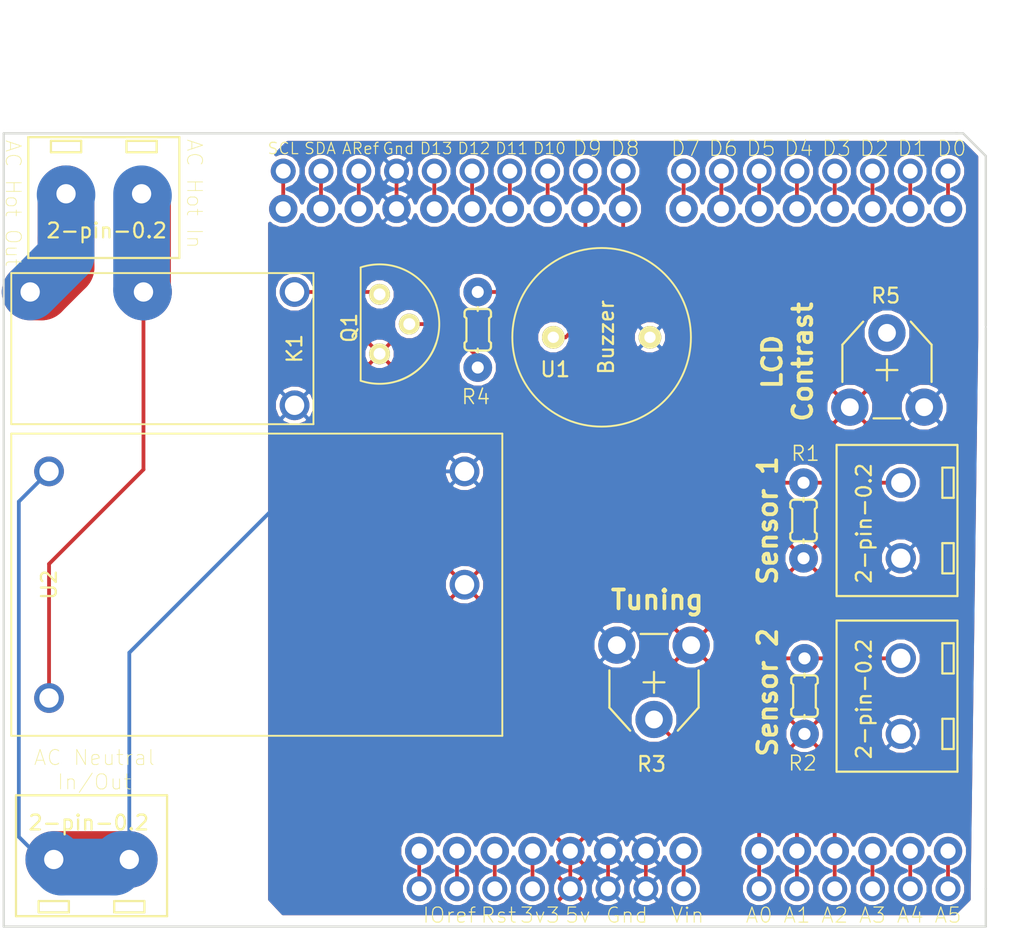
<source format=kicad_pcb>
(kicad_pcb (version 4) (host pcbnew 4.0.2+dfsg1-stable)

  (general
    (links 62)
    (no_connects 0)
    (area 156.976 41.592499 229.02031 102.3608)
    (thickness 1.6)
    (drawings 15)
    (tracks 90)
    (zones 0)
    (modules 46)
    (nets 35)
  )

  (page A4)
  (layers
    (0 F.Cu signal)
    (31 B.Cu signal)
    (32 B.Adhes user)
    (33 F.Adhes user)
    (34 B.Paste user)
    (35 F.Paste user)
    (36 B.SilkS user)
    (37 F.SilkS user)
    (38 B.Mask user hide)
    (39 F.Mask user hide)
    (40 Dwgs.User user)
    (41 Cmts.User user hide)
    (42 Eco1.User user hide)
    (43 Eco2.User user hide)
    (44 Edge.Cuts user)
    (45 Margin user hide)
    (46 B.CrtYd user hide)
    (47 F.CrtYd user hide)
    (48 B.Fab user)
    (49 F.Fab user hide)
  )

  (setup
    (last_trace_width 0.254)
    (user_trace_width 3.81)
    (trace_clearance 0.254)
    (zone_clearance 0.25146)
    (zone_45_only no)
    (trace_min 0.2)
    (segment_width 0.2)
    (edge_width 0.15)
    (via_size 0.6)
    (via_drill 0.4)
    (via_min_size 0.4)
    (via_min_drill 0.3)
    (uvia_size 0.3)
    (uvia_drill 0.1)
    (uvias_allowed no)
    (uvia_min_size 0)
    (uvia_min_drill 0)
    (pcb_text_width 0.3)
    (pcb_text_size 1.5 1.5)
    (mod_edge_width 0.15)
    (mod_text_size 1 1)
    (mod_text_width 0.15)
    (pad_size 2.032 2.032)
    (pad_drill 1.2954)
    (pad_to_mask_clearance 0.2)
    (aux_axis_origin 0 0)
    (visible_elements 7FFFFF7F)
    (pcbplotparams
      (layerselection 0x010f0_80000001)
      (usegerberextensions false)
      (excludeedgelayer true)
      (linewidth 0.100000)
      (plotframeref false)
      (viasonmask false)
      (mode 1)
      (useauxorigin false)
      (hpglpennumber 1)
      (hpglpenspeed 20)
      (hpglpendiameter 15)
      (hpglpenoverlay 2)
      (psnegative false)
      (psa4output false)
      (plotreference true)
      (plotvalue true)
      (plotinvisibletext false)
      (padsonsilk false)
      (subtractmaskfromsilk false)
      (outputformat 1)
      (mirror false)
      (drillshape 0)
      (scaleselection 1)
      (outputdirectory gerbers))
  )

  (net 0 "")
  (net 1 "Net-(K1-Pad1)")
  (net 2 120VAC)
  (net 3 "Net-(K1-Pad3)")
  (net 4 Earth)
  (net 5 "Net-(M1-PadNC)")
  (net 6 "Net-(M1-PadIORE)")
  (net 7 "Net-(M1-PadSCL)")
  (net 8 "Net-(M1-PadSDA)")
  (net 9 "Net-(M1-Pad3V)")
  (net 10 +5V)
  (net 11 "Net-(M1-PadA0)")
  (net 12 "Net-(M1-PadA1)")
  (net 13 "Net-(M1-PadA2)")
  (net 14 "Net-(M1-PadA3)")
  (net 15 "Net-(M1-PadA4)")
  (net 16 "Net-(M1-PadA5)")
  (net 17 "Net-(M1-PadAREF)")
  (net 18 "Net-(M1-PadD0)")
  (net 19 "Net-(M1-PadD1)")
  (net 20 "Net-(M1-PadD2)")
  (net 21 "Net-(M1-PadD3)")
  (net 22 "Net-(M1-PadD4)")
  (net 23 "Net-(M1-PadD5)")
  (net 24 "Net-(M1-PadD6)")
  (net 25 "Net-(M1-PadD7)")
  (net 26 "Net-(M1-PadD8)")
  (net 27 "Net-(M1-PadD9)")
  (net 28 "Net-(M1-PadD10)")
  (net 29 "Net-(M1-PadD11)")
  (net 30 "Net-(M1-PadD12)")
  (net 31 "Net-(M1-PadD13)")
  (net 32 "Net-(M1-PadRESE)")
  (net 33 "Net-(M1-PadVIN)")
  (net 34 "Net-(Q1-Pad2)")

  (net_class Default "This is the default net class."
    (clearance 0.254)
    (trace_width 0.254)
    (via_dia 0.6)
    (via_drill 0.4)
    (uvia_dia 0.3)
    (uvia_drill 0.1)
    (add_net +5V)
    (add_net 120VAC)
    (add_net Earth)
    (add_net "Net-(K1-Pad1)")
    (add_net "Net-(K1-Pad3)")
    (add_net "Net-(M1-Pad3V)")
    (add_net "Net-(M1-PadA0)")
    (add_net "Net-(M1-PadA1)")
    (add_net "Net-(M1-PadA2)")
    (add_net "Net-(M1-PadA3)")
    (add_net "Net-(M1-PadA4)")
    (add_net "Net-(M1-PadA5)")
    (add_net "Net-(M1-PadAREF)")
    (add_net "Net-(M1-PadD0)")
    (add_net "Net-(M1-PadD1)")
    (add_net "Net-(M1-PadD10)")
    (add_net "Net-(M1-PadD11)")
    (add_net "Net-(M1-PadD12)")
    (add_net "Net-(M1-PadD13)")
    (add_net "Net-(M1-PadD2)")
    (add_net "Net-(M1-PadD3)")
    (add_net "Net-(M1-PadD4)")
    (add_net "Net-(M1-PadD5)")
    (add_net "Net-(M1-PadD6)")
    (add_net "Net-(M1-PadD7)")
    (add_net "Net-(M1-PadD8)")
    (add_net "Net-(M1-PadD9)")
    (add_net "Net-(M1-PadIORE)")
    (add_net "Net-(M1-PadNC)")
    (add_net "Net-(M1-PadRESE)")
    (add_net "Net-(M1-PadSCL)")
    (add_net "Net-(M1-PadSDA)")
    (add_net "Net-(M1-PadVIN)")
    (add_net "Net-(Q1-Pad2)")
  )

  (module thermostat:transistor (layer F.Cu) (tedit 5ADE7100) (tstamp 5ADE609D)
    (at 182.753 54.737 270)
    (path /5ACA8AA6)
    (fp_text reference Q1 (at 0.254 2.032 270) (layer F.SilkS)
      (effects (font (size 1 1) (thickness 0.15)))
    )
    (fp_text value PN2222A (at 0.1 7.6 270) (layer F.Fab) hide
      (effects (font (size 1 1) (thickness 0.15)))
    )
    (fp_line (start 3.81 1.27) (end -3.81 1.27) (layer F.SilkS) (width 0.127))
    (fp_arc (start 0 0) (end 1.27 -3.81) (angle 90) (layer F.SilkS) (width 0.127))
    (fp_arc (start 0 0) (end -1.27 -3.81) (angle 90) (layer F.SilkS) (width 0.127))
    (fp_arc (start 0 0) (end -3.81 1.27) (angle 90) (layer F.SilkS) (width 0.127))
    (pad 2 thru_hole circle (at 0 -2 270) (size 1.4 1.4) (drill 0.8) (layers *.Cu *.Mask F.SilkS)
      (net 34 "Net-(Q1-Pad2)"))
    (pad 1 thru_hole circle (at -2 0 270) (size 1.4 1.4) (drill 0.8) (layers *.Cu *.Mask F.SilkS)
      (net 1 "Net-(K1-Pad1)"))
    (pad 3 thru_hole circle (at 2 0 270) (size 1.4 1.4) (drill 0.8) (layers *.Cu *.Mask F.SilkS)
      (net 10 +5V))
    (model Transistors_OldSowjetAera.3dshapes/OldSowjetaera_Transistor_Type-II_SmallPads.wrl
      (at (xyz 0 0 0))
      (scale (xyz 0.3937 0.3937 0.3937))
      (rotate (xyz 0 0 0))
    )
  )

  (module thermostat:R_0.2 (layer F.Cu) (tedit 5ADD26D5) (tstamp 5ADE60A7)
    (at 211.2645 67.945 270)
    (descr RESISTOR)
    (tags RESISTOR)
    (path /5ABD7B95)
    (attr virtual)
    (fp_text reference R1 (at -4.5085 -0.127 360) (layer F.SilkS)
      (effects (font (size 0.9906 0.9906) (thickness 0.1016)))
    )
    (fp_text value 100k (at 0.8382 1.81356 270) (layer F.SilkS) hide
      (effects (font (size 0.9906 0.9906) (thickness 0.1016)))
    )
    (fp_line (start 1.524 0) (end 1.27 0) (layer F.SilkS) (width 0.15))
    (fp_line (start -1.524 0) (end -1.27 0) (layer F.SilkS) (width 0.15))
    (fp_line (start -0.762 0.762) (end 0.762 0.762) (layer F.SilkS) (width 0.15))
    (fp_line (start 0.762 -0.762) (end -0.762 -0.762) (layer F.SilkS) (width 0.15))
    (fp_line (start 1.397 0.254) (end 1.397 -0.254) (layer F.SilkS) (width 0.06604))
    (fp_line (start -1.397 0.635) (end -1.397 -0.635) (layer F.SilkS) (width 0.1524))
    (fp_line (start -1.143 -0.889) (end -0.889 -0.889) (layer F.SilkS) (width 0.1524))
    (fp_line (start -0.762 -0.762) (end -0.889 -0.889) (layer F.SilkS) (width 0.1524))
    (fp_line (start -1.143 0.889) (end -0.889 0.889) (layer F.SilkS) (width 0.1524))
    (fp_line (start -0.762 0.762) (end -0.889 0.889) (layer F.SilkS) (width 0.1524))
    (fp_line (start 0.762 -0.762) (end 0.889 -0.889) (layer F.SilkS) (width 0.1524))
    (fp_line (start 0.762 0.762) (end 0.889 0.889) (layer F.SilkS) (width 0.1524))
    (fp_line (start 1.143 -0.889) (end 0.889 -0.889) (layer F.SilkS) (width 0.1524))
    (fp_line (start 1.143 0.889) (end 0.889 0.889) (layer F.SilkS) (width 0.1524))
    (fp_line (start 1.397 0.635) (end 1.397 -0.635) (layer F.SilkS) (width 0.1524))
    (fp_arc (start -1.143 -0.635) (end -1.397 -0.635) (angle 90) (layer F.SilkS) (width 0.1524))
    (fp_arc (start -1.143 0.635) (end -1.143 0.889) (angle 90) (layer F.SilkS) (width 0.1524))
    (fp_arc (start 1.143 0.635) (end 1.397 0.635) (angle 90) (layer F.SilkS) (width 0.1524))
    (fp_arc (start 1.143 -0.635) (end 1.143 -0.889) (angle 90) (layer F.SilkS) (width 0.1524))
    (pad 1 thru_hole circle (at -2.54 0 270) (size 1.9304 1.9304) (drill 0.8128) (layers *.Cu *.Mask)
      (net 12 "Net-(M1-PadA1)"))
    (pad 2 thru_hole circle (at 2.54 0 270) (size 1.9304 1.9304) (drill 0.8128) (layers *.Cu *.Mask)
      (net 10 +5V))
  )

  (module thermostat:R_0.2 (layer F.Cu) (tedit 5ADD26D5) (tstamp 5ADE60BF)
    (at 211.328 79.756 90)
    (descr RESISTOR)
    (tags RESISTOR)
    (path /5AD7D47A)
    (attr virtual)
    (fp_text reference R2 (at -4.5085 -0.127 180) (layer F.SilkS)
      (effects (font (size 0.9906 0.9906) (thickness 0.1016)))
    )
    (fp_text value 100k (at 0.8382 1.81356 90) (layer F.SilkS) hide
      (effects (font (size 0.9906 0.9906) (thickness 0.1016)))
    )
    (fp_line (start 1.524 0) (end 1.27 0) (layer F.SilkS) (width 0.15))
    (fp_line (start -1.524 0) (end -1.27 0) (layer F.SilkS) (width 0.15))
    (fp_line (start -0.762 0.762) (end 0.762 0.762) (layer F.SilkS) (width 0.15))
    (fp_line (start 0.762 -0.762) (end -0.762 -0.762) (layer F.SilkS) (width 0.15))
    (fp_line (start 1.397 0.254) (end 1.397 -0.254) (layer F.SilkS) (width 0.06604))
    (fp_line (start -1.397 0.635) (end -1.397 -0.635) (layer F.SilkS) (width 0.1524))
    (fp_line (start -1.143 -0.889) (end -0.889 -0.889) (layer F.SilkS) (width 0.1524))
    (fp_line (start -0.762 -0.762) (end -0.889 -0.889) (layer F.SilkS) (width 0.1524))
    (fp_line (start -1.143 0.889) (end -0.889 0.889) (layer F.SilkS) (width 0.1524))
    (fp_line (start -0.762 0.762) (end -0.889 0.889) (layer F.SilkS) (width 0.1524))
    (fp_line (start 0.762 -0.762) (end 0.889 -0.889) (layer F.SilkS) (width 0.1524))
    (fp_line (start 0.762 0.762) (end 0.889 0.889) (layer F.SilkS) (width 0.1524))
    (fp_line (start 1.143 -0.889) (end 0.889 -0.889) (layer F.SilkS) (width 0.1524))
    (fp_line (start 1.143 0.889) (end 0.889 0.889) (layer F.SilkS) (width 0.1524))
    (fp_line (start 1.397 0.635) (end 1.397 -0.635) (layer F.SilkS) (width 0.1524))
    (fp_arc (start -1.143 -0.635) (end -1.397 -0.635) (angle 90) (layer F.SilkS) (width 0.1524))
    (fp_arc (start -1.143 0.635) (end -1.143 0.889) (angle 90) (layer F.SilkS) (width 0.1524))
    (fp_arc (start 1.143 0.635) (end 1.397 0.635) (angle 90) (layer F.SilkS) (width 0.1524))
    (fp_arc (start 1.143 -0.635) (end 1.143 -0.889) (angle 90) (layer F.SilkS) (width 0.1524))
    (pad 1 thru_hole circle (at -2.54 0 90) (size 1.9304 1.9304) (drill 0.8128) (layers *.Cu *.Mask)
      (net 10 +5V))
    (pad 2 thru_hole circle (at 2.54 0 90) (size 1.9304 1.9304) (drill 0.8128) (layers *.Cu *.Mask)
      (net 13 "Net-(M1-PadA2)"))
  )

  (module thermostat:R_0.2 (layer F.Cu) (tedit 5ADD26D5) (tstamp 5ADE60E4)
    (at 189.357 55.118 90)
    (descr RESISTOR)
    (tags RESISTOR)
    (path /5ABD7AD9)
    (attr virtual)
    (fp_text reference R4 (at -4.5085 -0.127 180) (layer F.SilkS)
      (effects (font (size 0.9906 0.9906) (thickness 0.1016)))
    )
    (fp_text value 1k (at 0.8382 1.81356 90) (layer F.SilkS) hide
      (effects (font (size 0.9906 0.9906) (thickness 0.1016)))
    )
    (fp_line (start 1.524 0) (end 1.27 0) (layer F.SilkS) (width 0.15))
    (fp_line (start -1.524 0) (end -1.27 0) (layer F.SilkS) (width 0.15))
    (fp_line (start -0.762 0.762) (end 0.762 0.762) (layer F.SilkS) (width 0.15))
    (fp_line (start 0.762 -0.762) (end -0.762 -0.762) (layer F.SilkS) (width 0.15))
    (fp_line (start 1.397 0.254) (end 1.397 -0.254) (layer F.SilkS) (width 0.06604))
    (fp_line (start -1.397 0.635) (end -1.397 -0.635) (layer F.SilkS) (width 0.1524))
    (fp_line (start -1.143 -0.889) (end -0.889 -0.889) (layer F.SilkS) (width 0.1524))
    (fp_line (start -0.762 -0.762) (end -0.889 -0.889) (layer F.SilkS) (width 0.1524))
    (fp_line (start -1.143 0.889) (end -0.889 0.889) (layer F.SilkS) (width 0.1524))
    (fp_line (start -0.762 0.762) (end -0.889 0.889) (layer F.SilkS) (width 0.1524))
    (fp_line (start 0.762 -0.762) (end 0.889 -0.889) (layer F.SilkS) (width 0.1524))
    (fp_line (start 0.762 0.762) (end 0.889 0.889) (layer F.SilkS) (width 0.1524))
    (fp_line (start 1.143 -0.889) (end 0.889 -0.889) (layer F.SilkS) (width 0.1524))
    (fp_line (start 1.143 0.889) (end 0.889 0.889) (layer F.SilkS) (width 0.1524))
    (fp_line (start 1.397 0.635) (end 1.397 -0.635) (layer F.SilkS) (width 0.1524))
    (fp_arc (start -1.143 -0.635) (end -1.397 -0.635) (angle 90) (layer F.SilkS) (width 0.1524))
    (fp_arc (start -1.143 0.635) (end -1.143 0.889) (angle 90) (layer F.SilkS) (width 0.1524))
    (fp_arc (start 1.143 0.635) (end 1.397 0.635) (angle 90) (layer F.SilkS) (width 0.1524))
    (fp_arc (start 1.143 -0.635) (end 1.143 -0.889) (angle 90) (layer F.SilkS) (width 0.1524))
    (pad 1 thru_hole circle (at -2.54 0 90) (size 1.9304 1.9304) (drill 0.8128) (layers *.Cu *.Mask)
      (net 34 "Net-(Q1-Pad2)"))
    (pad 2 thru_hole circle (at 2.54 0 90) (size 1.9304 1.9304) (drill 0.8128) (layers *.Cu *.Mask)
      (net 27 "Net-(M1-PadD9)"))
  )

  (module thermostat:Buzzer-6.5mm (layer F.Cu) (tedit 5ADE719D) (tstamp 5ADE6109)
    (at 194.437 55.626)
    (path /5ABD9D32)
    (fp_text reference U1 (at 0.127 2.159) (layer F.SilkS)
      (effects (font (size 1 1) (thickness 0.15)))
    )
    (fp_text value Buzzer (at 3.556 0 90) (layer F.SilkS)
      (effects (font (size 1 1) (thickness 0.15)))
    )
    (fp_circle (center 3.25 0) (end 9.25 0.25) (layer F.SilkS) (width 0.127))
    (pad 1 thru_hole circle (at 0 0) (size 1.524 1.524) (drill 0.762) (layers *.Cu *.Mask F.SilkS)
      (net 26 "Net-(M1-PadD8)"))
    (pad 2 thru_hole circle (at 6.5 0) (size 1.524 1.524) (drill 0.762) (layers *.Cu *.Mask F.SilkS)
      (net 4 Earth))
  )

  (module thermostat:2-pin-0.2 (layer F.Cu) (tedit 5ADE6B83) (tstamp 5ADE614D)
    (at 163.3855 90.7415)
    (path /5ADA1580)
    (fp_text reference U6 (at 0 0.5) (layer F.SilkS) hide
      (effects (font (size 1 1) (thickness 0.15)))
    )
    (fp_text value 2-pin-0.2 (at -0.1905 -2.4765) (layer F.SilkS)
      (effects (font (size 1 1) (thickness 0.15)))
    )
    (fp_line (start 3.556 3.556) (end 3.556 2.794) (layer F.SilkS) (width 0.15))
    (fp_line (start 1.524 3.556) (end 1.524 2.794) (layer F.SilkS) (width 0.15))
    (fp_line (start 1.524 2.794) (end 3.556 2.794) (layer F.SilkS) (width 0.15))
    (fp_line (start -3.556 3.556) (end -3.556 2.794) (layer F.SilkS) (width 0.15))
    (fp_line (start -3.556 2.794) (end -1.524 2.794) (layer F.SilkS) (width 0.15))
    (fp_line (start -1.524 2.794) (end -1.524 3.556) (layer F.SilkS) (width 0.15))
    (fp_line (start 3.556 3.556) (end 1.524 3.556) (layer F.SilkS) (width 0.15))
    (fp_line (start -3.556 3.556) (end -1.524 3.556) (layer F.SilkS) (width 0.15))
    (fp_line (start -5.08 3.81) (end -5.08 -4.318) (layer F.SilkS) (width 0.15))
    (fp_line (start -5.08 -4.318) (end 5.08 -4.318) (layer F.SilkS) (width 0.15))
    (fp_line (start 5.08 -4.318) (end 5.08 3.81) (layer F.SilkS) (width 0.15))
    (fp_line (start 5.08 3.81) (end -5.08 3.81) (layer F.SilkS) (width 0.15))
    (pad 1 thru_hole circle (at -2.54 0) (size 2.032 2.032) (drill 1.2954) (layers *.Cu *.Mask)
      (net 4 Earth))
    (pad 2 thru_hole circle (at 2.54 0) (size 2.032 2.032) (drill 1.2954) (layers *.Cu *.Mask)
      (net 4 Earth))
  )

  (module thermostat:2-pin-0.2 (layer F.Cu) (tedit 5ADE6256) (tstamp 5ADE613C)
    (at 164.211 45.974 180)
    (path /5ADA148B)
    (fp_text reference U5 (at 0 0.5 180) (layer F.SilkS) hide
      (effects (font (size 1 1) (thickness 0.15)))
    )
    (fp_text value 2-pin-0.2 (at -0.1905 -2.4765 180) (layer F.SilkS)
      (effects (font (size 1 1) (thickness 0.15)))
    )
    (fp_line (start 3.556 3.556) (end 3.556 2.794) (layer F.SilkS) (width 0.15))
    (fp_line (start 1.524 3.556) (end 1.524 2.794) (layer F.SilkS) (width 0.15))
    (fp_line (start 1.524 2.794) (end 3.556 2.794) (layer F.SilkS) (width 0.15))
    (fp_line (start -3.556 3.556) (end -3.556 2.794) (layer F.SilkS) (width 0.15))
    (fp_line (start -3.556 2.794) (end -1.524 2.794) (layer F.SilkS) (width 0.15))
    (fp_line (start -1.524 2.794) (end -1.524 3.556) (layer F.SilkS) (width 0.15))
    (fp_line (start 3.556 3.556) (end 1.524 3.556) (layer F.SilkS) (width 0.15))
    (fp_line (start -3.556 3.556) (end -1.524 3.556) (layer F.SilkS) (width 0.15))
    (fp_line (start -5.08 3.81) (end -5.08 -4.318) (layer F.SilkS) (width 0.15))
    (fp_line (start -5.08 -4.318) (end 5.08 -4.318) (layer F.SilkS) (width 0.15))
    (fp_line (start 5.08 -4.318) (end 5.08 3.81) (layer F.SilkS) (width 0.15))
    (fp_line (start 5.08 3.81) (end -5.08 3.81) (layer F.SilkS) (width 0.15))
    (pad 1 thru_hole circle (at -2.54 0 180) (size 2.032 2.032) (drill 1.2954) (layers *.Cu *.Mask)
      (net 2 120VAC))
    (pad 2 thru_hole circle (at 2.54 0 180) (size 2.032 2.032) (drill 1.2954) (layers *.Cu *.Mask)
      (net 3 "Net-(K1-Pad3)"))
  )

  (module thermostat:2-pin-0.2 (layer F.Cu) (tedit 5ADE6256) (tstamp 5ADE612B)
    (at 217.805 79.756 90)
    (path /5ADA161C)
    (fp_text reference U4 (at 0 0.5 90) (layer F.SilkS) hide
      (effects (font (size 1 1) (thickness 0.15)))
    )
    (fp_text value 2-pin-0.2 (at -0.1905 -2.4765 90) (layer F.SilkS)
      (effects (font (size 1 1) (thickness 0.15)))
    )
    (fp_line (start 3.556 3.556) (end 3.556 2.794) (layer F.SilkS) (width 0.15))
    (fp_line (start 1.524 3.556) (end 1.524 2.794) (layer F.SilkS) (width 0.15))
    (fp_line (start 1.524 2.794) (end 3.556 2.794) (layer F.SilkS) (width 0.15))
    (fp_line (start -3.556 3.556) (end -3.556 2.794) (layer F.SilkS) (width 0.15))
    (fp_line (start -3.556 2.794) (end -1.524 2.794) (layer F.SilkS) (width 0.15))
    (fp_line (start -1.524 2.794) (end -1.524 3.556) (layer F.SilkS) (width 0.15))
    (fp_line (start 3.556 3.556) (end 1.524 3.556) (layer F.SilkS) (width 0.15))
    (fp_line (start -3.556 3.556) (end -1.524 3.556) (layer F.SilkS) (width 0.15))
    (fp_line (start -5.08 3.81) (end -5.08 -4.318) (layer F.SilkS) (width 0.15))
    (fp_line (start -5.08 -4.318) (end 5.08 -4.318) (layer F.SilkS) (width 0.15))
    (fp_line (start 5.08 -4.318) (end 5.08 3.81) (layer F.SilkS) (width 0.15))
    (fp_line (start 5.08 3.81) (end -5.08 3.81) (layer F.SilkS) (width 0.15))
    (pad 1 thru_hole circle (at -2.54 0 90) (size 2.032 2.032) (drill 1.2954) (layers *.Cu *.Mask)
      (net 4 Earth))
    (pad 2 thru_hole circle (at 2.54 0 90) (size 2.032 2.032) (drill 1.2954) (layers *.Cu *.Mask)
      (net 13 "Net-(M1-PadA2)"))
  )

  (module thermostat:2-pin-0.2 (layer F.Cu) (tedit 5ADE6256) (tstamp 5ADE611A)
    (at 217.805 67.945 90)
    (path /5ADA1806)
    (fp_text reference U3 (at 0 0.5 90) (layer F.SilkS) hide
      (effects (font (size 1 1) (thickness 0.15)))
    )
    (fp_text value 2-pin-0.2 (at -0.1905 -2.4765 90) (layer F.SilkS)
      (effects (font (size 1 1) (thickness 0.15)))
    )
    (fp_line (start 3.556 3.556) (end 3.556 2.794) (layer F.SilkS) (width 0.15))
    (fp_line (start 1.524 3.556) (end 1.524 2.794) (layer F.SilkS) (width 0.15))
    (fp_line (start 1.524 2.794) (end 3.556 2.794) (layer F.SilkS) (width 0.15))
    (fp_line (start -3.556 3.556) (end -3.556 2.794) (layer F.SilkS) (width 0.15))
    (fp_line (start -3.556 2.794) (end -1.524 2.794) (layer F.SilkS) (width 0.15))
    (fp_line (start -1.524 2.794) (end -1.524 3.556) (layer F.SilkS) (width 0.15))
    (fp_line (start 3.556 3.556) (end 1.524 3.556) (layer F.SilkS) (width 0.15))
    (fp_line (start -3.556 3.556) (end -1.524 3.556) (layer F.SilkS) (width 0.15))
    (fp_line (start -5.08 3.81) (end -5.08 -4.318) (layer F.SilkS) (width 0.15))
    (fp_line (start -5.08 -4.318) (end 5.08 -4.318) (layer F.SilkS) (width 0.15))
    (fp_line (start 5.08 -4.318) (end 5.08 3.81) (layer F.SilkS) (width 0.15))
    (fp_line (start 5.08 3.81) (end -5.08 3.81) (layer F.SilkS) (width 0.15))
    (pad 1 thru_hole circle (at -2.54 0 90) (size 2.032 2.032) (drill 1.2954) (layers *.Cu *.Mask)
      (net 4 Earth))
    (pad 2 thru_hole circle (at 2.54 0 90) (size 2.032 2.032) (drill 1.2954) (layers *.Cu *.Mask)
      (net 12 "Net-(M1-PadA1)"))
  )

  (module thermostat:AC-DC-RAC01-GA (layer F.Cu) (tedit 5ADE7104) (tstamp 5ADE610F)
    (at 160.528 79.883)
    (path /5ABDA121)
    (fp_text reference U2 (at 0 -7.62 90) (layer F.SilkS)
      (effects (font (size 1 1) (thickness 0.15)))
    )
    (fp_text value AC-DC-Converter (at 15.367 -7.493) (layer F.Fab) hide
      (effects (font (size 1 1) (thickness 0.15)))
    )
    (fp_line (start -2.54 2.54) (end -2.54 -17.78) (layer F.SilkS) (width 0.127))
    (fp_line (start -2.54 -17.78) (end 30.48 -17.78) (layer F.SilkS) (width 0.127))
    (fp_line (start 30.48 -17.78) (end 30.48 2.54) (layer F.SilkS) (width 0.127))
    (fp_line (start 30.48 2.54) (end -2.54 2.54) (layer F.SilkS) (width 0.127))
    (pad 1 thru_hole circle (at 0 0) (size 2 2) (drill 1.3) (layers *.Cu *.Mask)
      (net 2 120VAC))
    (pad 2 thru_hole circle (at 0 -15.24) (size 2 2) (drill 1.3) (layers *.Cu *.Mask)
      (net 4 Earth))
    (pad 3 thru_hole circle (at 27.94 -15.24) (size 2 2) (drill 1.3) (layers *.Cu *.Mask)
      (net 4 Earth))
    (pad 4 thru_hole circle (at 27.94 -7.62) (size 2 2) (drill 1.3) (layers *.Cu *.Mask)
      (net 10 +5V))
  )

  (module thermostat:Relay-SPST-0.3-0.4 (layer F.Cu) (tedit 5ADE70FB) (tstamp 5ADE5FC5)
    (at 177.038 52.578 180)
    (path /5ABD7FE4)
    (fp_text reference K1 (at 0 -3.81 270) (layer F.SilkS)
      (effects (font (size 1 1) (thickness 0.15)))
    )
    (fp_text value RELAY_SPST (at 0 -0.5 180) (layer F.Fab) hide
      (effects (font (size 1 1) (thickness 0.15)))
    )
    (fp_line (start 19.05 1.27) (end -1.27 1.27) (layer F.SilkS) (width 0.127))
    (fp_line (start -1.27 1.27) (end -1.27 -8.89) (layer F.SilkS) (width 0.127))
    (fp_line (start -1.27 -8.89) (end 19.05 -8.89) (layer F.SilkS) (width 0.127))
    (fp_line (start 19.05 -8.89) (end 19.05 1.27) (layer F.SilkS) (width 0.127))
    (pad 1 thru_hole circle (at 0 0 180) (size 2 2) (drill 1.3) (layers *.Cu *.Mask)
      (net 1 "Net-(K1-Pad1)"))
    (pad 2 thru_hole circle (at 10.16 0 180) (size 2 2) (drill 1.3) (layers *.Cu *.Mask)
      (net 2 120VAC))
    (pad 3 thru_hole circle (at 17.78 0 180) (size 2 2) (drill 1.3) (layers *.Cu *.Mask)
      (net 3 "Net-(K1-Pad3)"))
    (pad 5 thru_hole circle (at 0 -7.62 180) (size 2 2) (drill 1.3) (layers *.Cu *.Mask)
      (net 4 Earth))
  )

  (module thermostat:ARDUINOR3-JFA locked (layer F.Cu) (tedit 5ADE69A9) (tstamp 5ADE5FD0)
    (at 157.48 95.25)
    (descr "ARDUINO UNO R3 JFA")
    (tags "ARDUINO UNO")
    (path /5ABD399F)
    (attr virtual)
    (fp_text reference M1 (at 2.794 -9.398) (layer Cmts.User) hide
      (effects (font (thickness 0.15)))
    )
    (fp_text value ARDUINOUNOR3-JFA (at 41.91 5.715) (layer Eco2.User) hide
      (effects (font (thickness 0.15)))
    )
    (fp_line (start 63.5 -53.34) (end 64.516 -53.34) (layer Eco2.User) (width 0.127))
    (fp_line (start 0 -53.34) (end 63.5 -53.34) (layer Eco2.User) (width 0.127))
    (fp_line (start 0 0) (end 66.04 0) (layer Eco2.User) (width 0.127))
    (fp_text user IOref (at 29.972 -0.762) (layer F.SilkS)
      (effects (font (size 1.016 1.016) (thickness 0.0762)))
    )
    (fp_text user SDA (at 21.2725 -52.324) (layer F.SilkS)
      (effects (font (size 0.762 0.762) (thickness 0.0762)))
    )
    (fp_text user SCL (at 18.796 -52.324) (layer F.SilkS)
      (effects (font (size 0.762 0.762) (thickness 0.0762)))
    )
    (fp_text user Rst (at 33.274 -0.762) (layer F.SilkS)
      (effects (font (size 1.016 1.016) (thickness 0.0762)))
    )
    (fp_text user 3v3 (at 36.068 -0.762) (layer F.SilkS)
      (effects (font (size 1.016 1.016) (thickness 0.0762)))
    )
    (fp_line (start 66.04 0) (end 66.04 -2.54) (layer Eco2.User) (width 0.1))
    (fp_line (start 66.04 -2.54) (end 68.58 -5.08) (layer Eco2.User) (width 0.1))
    (fp_line (start 68.58 -5.08) (end 68.58 -37.846) (layer Eco2.User) (width 0.1))
    (fp_line (start 68.58 -37.846) (end 66.04 -40.386) (layer Eco2.User) (width 0.1))
    (fp_line (start 66.04 -40.386) (end 66.04 -51.816) (layer Eco2.User) (width 0.1))
    (fp_line (start 66.04 -51.816) (end 64.516 -53.34) (layer Eco2.User) (width 0.1))
    (fp_line (start 0 -53.34) (end 0 0) (layer Eco2.User) (width 0.1))
    (fp_text user 5v (at 38.608 -0.762) (layer F.SilkS)
      (effects (font (size 1.016 1.016) (thickness 0.0762)))
    )
    (fp_text user Gnd (at 41.91 -0.762) (layer F.SilkS)
      (effects (font (size 1.016 1.016) (thickness 0.0762)))
    )
    (fp_text user Vin (at 45.974 -0.762) (layer F.SilkS)
      (effects (font (size 1.016 1.016) (thickness 0.0762)))
    )
    (fp_text user A0 (at 50.8 -0.762) (layer F.SilkS)
      (effects (font (size 1.016 1.016) (thickness 0.0762)))
    )
    (fp_text user A1 (at 53.34 -0.762) (layer F.SilkS)
      (effects (font (size 1.016 1.016) (thickness 0.0762)))
    )
    (fp_text user A2 (at 55.88 -0.762) (layer F.SilkS)
      (effects (font (size 1.016 1.016) (thickness 0.0762)))
    )
    (fp_text user A3 (at 58.42 -0.762) (layer F.SilkS)
      (effects (font (size 1.016 1.016) (thickness 0.0762)))
    )
    (fp_text user A4 (at 60.96 -0.762) (layer F.SilkS)
      (effects (font (size 1.016 1.016) (thickness 0.0762)))
    )
    (fp_text user A5 (at 63.5 -0.762) (layer F.SilkS)
      (effects (font (size 1.016 1.016) (thickness 0.0762)))
    )
    (fp_text user ARef (at 24.003 -52.324) (layer F.SilkS)
      (effects (font (size 0.762 0.762) (thickness 0.0762)))
    )
    (fp_text user Gnd (at 26.543 -52.324) (layer F.SilkS)
      (effects (font (size 0.762 0.762) (thickness 0.0762)))
    )
    (fp_text user D13 (at 29.083 -52.324) (layer F.SilkS)
      (effects (font (size 0.762 0.762) (thickness 0.0762)))
    )
    (fp_text user D12 (at 31.623 -52.324) (layer F.SilkS)
      (effects (font (size 0.762 0.762) (thickness 0.0762)))
    )
    (fp_text user D11 (at 34.163 -52.324) (layer F.SilkS)
      (effects (font (size 0.762 0.762) (thickness 0.0762)))
    )
    (fp_text user D10 (at 36.703 -52.324) (layer F.SilkS)
      (effects (font (size 0.762 0.762) (thickness 0.0762)))
    )
    (fp_text user D9 (at 39.243 -52.324) (layer F.SilkS)
      (effects (font (size 1.016 1.016) (thickness 0.0762)))
    )
    (fp_text user D8 (at 41.783 -52.324) (layer F.SilkS)
      (effects (font (size 1.016 1.016) (thickness 0.0762)))
    )
    (fp_text user D7 (at 45.847 -52.324) (layer F.SilkS)
      (effects (font (size 1.016 1.016) (thickness 0.0762)))
    )
    (fp_text user D6 (at 48.387 -52.324) (layer F.SilkS)
      (effects (font (size 1.016 1.016) (thickness 0.0762)))
    )
    (fp_text user D5 (at 50.927 -52.324) (layer F.SilkS)
      (effects (font (size 1.016 1.016) (thickness 0.0762)))
    )
    (fp_text user D4 (at 53.467 -52.324) (layer F.SilkS)
      (effects (font (size 1.016 1.016) (thickness 0.0762)))
    )
    (fp_text user D3 (at 56.007 -52.324) (layer F.SilkS)
      (effects (font (size 1.016 1.016) (thickness 0.0762)))
    )
    (fp_text user D2 (at 58.547 -52.324) (layer F.SilkS)
      (effects (font (size 1.016 1.016) (thickness 0.0762)))
    )
    (fp_text user D1 (at 61.08446 -52.324) (layer F.SilkS)
      (effects (font (size 1.016 1.016) (thickness 0.0762)))
    )
    (fp_text user D0 (at 63.754 -52.324) (layer F.SilkS)
      (effects (font (size 1.016 1.016) (thickness 0.0762)))
    )
    (fp_text user "Digital I/O" (at 36.211 -61.578) (layer Cmts.User)
      (effects (font (size 1.016 1.016) (thickness 0.0762)))
    )
    (fp_text user "Digital I/O" (at 55.515 -61.578) (layer Cmts.User)
      (effects (font (size 1.016 1.016) (thickness 0.0762)))
    )
    (pad NC thru_hole circle (at 27.94 -2.54) (size 1.6764 1.6764) (drill 0.99822) (layers *.Cu *.Mask)
      (net 5 "Net-(M1-PadNC)"))
    (pad IORE thru_hole circle (at 30.48 -2.54) (size 1.6764 1.6764) (drill 0.99822) (layers *.Cu *.Mask)
      (net 6 "Net-(M1-PadIORE)"))
    (pad SCL thru_hole circle (at 18.796 -50.8) (size 1.6764 1.6764) (drill 0.99822) (layers *.Cu *.Mask)
      (net 7 "Net-(M1-PadSCL)"))
    (pad SDA thru_hole circle (at 21.336 -50.8) (size 1.6764 1.6764) (drill 0.99822) (layers *.Cu *.Mask)
      (net 8 "Net-(M1-PadSDA)"))
    (pad 3V thru_hole circle (at 35.56 -2.54) (size 1.6764 1.6764) (drill 0.99822) (layers *.Cu *.Mask)
      (net 9 "Net-(M1-Pad3V)"))
    (pad 5V thru_hole circle (at 38.1 -2.54) (size 1.6764 1.6764) (drill 0.99822) (layers *.Cu *.Mask)
      (net 10 +5V))
    (pad A0 thru_hole circle (at 50.8 -2.54) (size 1.6764 1.6764) (drill 0.99822) (layers *.Cu *.Mask)
      (net 11 "Net-(M1-PadA0)"))
    (pad A1 thru_hole circle (at 53.34 -2.54) (size 1.6764 1.6764) (drill 0.99822) (layers *.Cu *.Mask)
      (net 12 "Net-(M1-PadA1)"))
    (pad A2 thru_hole circle (at 55.88 -2.54) (size 1.6764 1.6764) (drill 0.99822) (layers *.Cu *.Mask)
      (net 13 "Net-(M1-PadA2)"))
    (pad A3 thru_hole circle (at 58.42 -2.54) (size 1.6764 1.6764) (drill 0.99822) (layers *.Cu *.Mask)
      (net 14 "Net-(M1-PadA3)"))
    (pad A4 thru_hole circle (at 60.96 -2.54) (size 1.6764 1.6764) (drill 0.99822) (layers *.Cu *.Mask)
      (net 15 "Net-(M1-PadA4)"))
    (pad A5 thru_hole circle (at 63.5 -2.54) (size 1.6764 1.6764) (drill 0.99822) (layers *.Cu *.Mask)
      (net 16 "Net-(M1-PadA5)"))
    (pad AREF thru_hole circle (at 23.876 -50.8) (size 1.6764 1.6764) (drill 0.99822) (layers *.Cu *.Mask)
      (net 17 "Net-(M1-PadAREF)"))
    (pad D0 thru_hole circle (at 63.5 -50.8) (size 1.6764 1.6764) (drill 0.99822) (layers *.Cu *.Mask)
      (net 18 "Net-(M1-PadD0)"))
    (pad D1 thru_hole circle (at 60.96 -50.8) (size 1.6764 1.6764) (drill 0.99822) (layers *.Cu *.Mask)
      (net 19 "Net-(M1-PadD1)"))
    (pad D2 thru_hole circle (at 58.42 -50.8) (size 1.6764 1.6764) (drill 0.99822) (layers *.Cu *.Mask)
      (net 20 "Net-(M1-PadD2)"))
    (pad D3 thru_hole circle (at 55.88 -50.8) (size 1.6764 1.6764) (drill 0.99822) (layers *.Cu *.Mask)
      (net 21 "Net-(M1-PadD3)"))
    (pad D4 thru_hole circle (at 53.34 -50.8) (size 1.6764 1.6764) (drill 0.99822) (layers *.Cu *.Mask)
      (net 22 "Net-(M1-PadD4)"))
    (pad D5 thru_hole circle (at 50.8 -50.8) (size 1.6764 1.6764) (drill 0.99822) (layers *.Cu *.Mask)
      (net 23 "Net-(M1-PadD5)"))
    (pad D6 thru_hole circle (at 48.26 -50.8) (size 1.6764 1.6764) (drill 0.99822) (layers *.Cu *.Mask)
      (net 24 "Net-(M1-PadD6)"))
    (pad D7 thru_hole circle (at 45.72 -50.8) (size 1.6764 1.6764) (drill 0.99822) (layers *.Cu *.Mask)
      (net 25 "Net-(M1-PadD7)"))
    (pad D8 thru_hole circle (at 41.656 -50.8) (size 1.6764 1.6764) (drill 0.99822) (layers *.Cu *.Mask)
      (net 26 "Net-(M1-PadD8)"))
    (pad D9 thru_hole circle (at 39.116 -50.8) (size 1.6764 1.6764) (drill 0.99822) (layers *.Cu *.Mask)
      (net 27 "Net-(M1-PadD9)"))
    (pad D10 thru_hole circle (at 36.576 -50.8) (size 1.6764 1.6764) (drill 0.99822) (layers *.Cu *.Mask)
      (net 28 "Net-(M1-PadD10)"))
    (pad D11 thru_hole circle (at 34.036 -50.8) (size 1.6764 1.6764) (drill 0.99822) (layers *.Cu *.Mask)
      (net 29 "Net-(M1-PadD11)"))
    (pad D12 thru_hole circle (at 31.496 -50.8) (size 1.6764 1.6764) (drill 0.99822) (layers *.Cu *.Mask)
      (net 30 "Net-(M1-PadD12)"))
    (pad D13 thru_hole circle (at 28.95346 -50.8) (size 1.6764 1.6764) (drill 0.99822) (layers *.Cu *.Mask)
      (net 31 "Net-(M1-PadD13)"))
    (pad GND thru_hole circle (at 26.416 -50.8) (size 1.6764 1.6764) (drill 0.99822) (layers *.Cu *.Mask)
      (net 4 Earth))
    (pad GND1 thru_hole circle (at 43.18 -2.54) (size 1.6764 1.6764) (drill 0.99822) (layers *.Cu *.Mask)
      (net 4 Earth))
    (pad GND2 thru_hole circle (at 40.64 -2.54) (size 1.6764 1.6764) (drill 0.99822) (layers *.Cu *.Mask)
      (net 4 Earth))
    (pad RESE thru_hole circle (at 33.02 -2.54) (size 1.6764 1.6764) (drill 0.99822) (layers *.Cu *.Mask)
      (net 32 "Net-(M1-PadRESE)"))
    (pad VIN thru_hole circle (at 45.72 -2.54) (size 1.6764 1.6764) (drill 0.99822) (layers *.Cu *.Mask)
      (net 33 "Net-(M1-PadVIN)"))
  )

  (module thermostat:Potentiometer_VishaySpectrol-Econtrim-Type36T (layer F.Cu) (tedit 5ADE71B7) (tstamp 5ADE60FC)
    (at 214.376 60.325)
    (descr "Potentiometer, Trimmer, Spectrol Type 36T, Econtrim, Rev A, 02 Aug 2010,")
    (tags "Potentiometer, Trimmer, Spectrol Type 36T, Econtrim, Rev A, 02 Aug 2010,")
    (path /5ADA32A6)
    (fp_text reference R5 (at 2.413 -7.493) (layer F.SilkS)
      (effects (font (size 1 1) (thickness 0.15)))
    )
    (fp_text value POT (at 2.667 2.794) (layer F.Fab)
      (effects (font (size 1 1) (thickness 0.15)))
    )
    (fp_line (start 1.6002 0.75184) (end 3.39852 0.75184) (layer F.SilkS) (width 0.15))
    (fp_line (start 2.49936 -1.79832) (end 2.49936 -3.2004) (layer F.SilkS) (width 0.15))
    (fp_line (start 1.79832 -2.49936) (end 3.2004 -2.49936) (layer F.SilkS) (width 0.15))
    (fp_line (start 4.09956 -5.75056) (end 5.4991 -4.19862) (layer F.SilkS) (width 0.15))
    (fp_line (start 5.4991 -4.19862) (end 5.4991 -1.69926) (layer F.SilkS) (width 0.15))
    (fp_line (start 0.89916 -5.75056) (end -0.50038 -4.19862) (layer F.SilkS) (width 0.15))
    (fp_line (start -0.50038 -4.19862) (end -0.50038 -1.69926) (layer F.SilkS) (width 0.15))
    (pad 2 thru_hole circle (at 2.49936 -4.99872) (size 2.49936 2.49936) (drill 1.19888) (layers *.Cu *.Mask))
    (pad 3 thru_hole circle (at 4.99872 0) (size 2.49936 2.49936) (drill 1.19888) (layers *.Cu *.Mask)
      (net 4 Earth))
    (pad 1 thru_hole circle (at 0 0) (size 2.49936 2.49936) (drill 1.19888) (layers *.Cu *.Mask)
      (net 10 +5V))
  )

  (module thermostat:Potentiometer_VishaySpectrol-Econtrim-Type36T (layer F.Cu) (tedit 5ADE70D8) (tstamp 5ADE60D7)
    (at 203.708 76.327 180)
    (descr "Potentiometer, Trimmer, Spectrol Type 36T, Econtrim, Rev A, 02 Aug 2010,")
    (tags "Potentiometer, Trimmer, Spectrol Type 36T, Econtrim, Rev A, 02 Aug 2010,")
    (path /5AC56974)
    (fp_text reference R3 (at 2.667 -8.001 180) (layer F.SilkS)
      (effects (font (size 1 1) (thickness 0.15)))
    )
    (fp_text value POT (at 2.667 2.794 180) (layer F.Fab) hide
      (effects (font (size 1 1) (thickness 0.15)))
    )
    (fp_line (start 1.6002 0.75184) (end 3.39852 0.75184) (layer F.SilkS) (width 0.15))
    (fp_line (start 2.49936 -1.79832) (end 2.49936 -3.2004) (layer F.SilkS) (width 0.15))
    (fp_line (start 1.79832 -2.49936) (end 3.2004 -2.49936) (layer F.SilkS) (width 0.15))
    (fp_line (start 4.09956 -5.75056) (end 5.4991 -4.19862) (layer F.SilkS) (width 0.15))
    (fp_line (start 5.4991 -4.19862) (end 5.4991 -1.69926) (layer F.SilkS) (width 0.15))
    (fp_line (start 0.89916 -5.75056) (end -0.50038 -4.19862) (layer F.SilkS) (width 0.15))
    (fp_line (start -0.50038 -4.19862) (end -0.50038 -1.69926) (layer F.SilkS) (width 0.15))
    (pad 2 thru_hole circle (at 2.49936 -4.99872 180) (size 2.49936 2.49936) (drill 1.19888) (layers *.Cu *.Mask)
      (net 11 "Net-(M1-PadA0)"))
    (pad 3 thru_hole circle (at 4.99872 0 180) (size 2.49936 2.49936) (drill 1.19888) (layers *.Cu *.Mask)
      (net 4 Earth))
    (pad 1 thru_hole circle (at 0 0 180) (size 2.49936 2.49936) (drill 1.19888) (layers *.Cu *.Mask)
      (net 10 +5V))
  )

  (module thermostat:2_15_1_0 (layer F.Cu) (tedit 5ADE6B53) (tstamp 5ADE6099)
    (at 220.98 90.17)
    (descr "THROUGH-HOLE PAD")
    (tags "THROUGH-HOLE PAD")
    (path /5AC572E7)
    (attr virtual)
    (fp_text reference PAD32 (at 4.699 1.143) (layer B.SilkS) hide
      (effects (font (size 1.27 1.27) (thickness 0.127)))
    )
    (fp_text value WIREPAD2_15_1_0 (at 0.0762 -1.01092) (layer B.SilkS)
      (effects (font (size 0.0254 0.0254) (thickness 0.000001)))
    )
    (pad 1 thru_hole circle (at 0 0) (size 1.905 1.905) (drill 1.016) (layers *.Cu *.Mask)
      (net 16 "Net-(M1-PadA5)"))
  )

  (module thermostat:2_15_1_0 (layer F.Cu) (tedit 5ADE6B53) (tstamp 5ADE6095)
    (at 218.44 90.17)
    (descr "THROUGH-HOLE PAD")
    (tags "THROUGH-HOLE PAD")
    (path /5AC57344)
    (attr virtual)
    (fp_text reference PAD31 (at 4.699 1.143) (layer B.SilkS) hide
      (effects (font (size 1.27 1.27) (thickness 0.127)))
    )
    (fp_text value WIREPAD2_15_1_0 (at 0.0762 -1.01092) (layer B.SilkS)
      (effects (font (size 0.0254 0.0254) (thickness 0.000001)))
    )
    (pad 1 thru_hole circle (at 0 0) (size 1.905 1.905) (drill 1.016) (layers *.Cu *.Mask)
      (net 15 "Net-(M1-PadA4)"))
  )

  (module thermostat:2_15_1_0 (layer F.Cu) (tedit 5ADE6B53) (tstamp 5ADE6091)
    (at 220.98 46.99)
    (descr "THROUGH-HOLE PAD")
    (tags "THROUGH-HOLE PAD")
    (path /5AC566AE)
    (attr virtual)
    (fp_text reference PAD30 (at 4.699 1.143) (layer B.SilkS) hide
      (effects (font (size 1.27 1.27) (thickness 0.127)))
    )
    (fp_text value WIREPAD2_15_1_0 (at 0.0762 -1.01092) (layer B.SilkS)
      (effects (font (size 0.0254 0.0254) (thickness 0.000001)))
    )
    (pad 1 thru_hole circle (at 0 0) (size 1.905 1.905) (drill 1.016) (layers *.Cu *.Mask)
      (net 18 "Net-(M1-PadD0)"))
  )

  (module thermostat:2_15_1_0 (layer F.Cu) (tedit 5ADE6B53) (tstamp 5ADE608D)
    (at 215.9 90.17)
    (descr "THROUGH-HOLE PAD")
    (tags "THROUGH-HOLE PAD")
    (path /5AC5736A)
    (attr virtual)
    (fp_text reference PAD29 (at 4.699 1.143) (layer B.SilkS) hide
      (effects (font (size 1.27 1.27) (thickness 0.127)))
    )
    (fp_text value WIREPAD2_15_1_0 (at 0.0762 -1.01092) (layer B.SilkS)
      (effects (font (size 0.0254 0.0254) (thickness 0.000001)))
    )
    (pad 1 thru_hole circle (at 0 0) (size 1.905 1.905) (drill 1.016) (layers *.Cu *.Mask)
      (net 14 "Net-(M1-PadA3)"))
  )

  (module thermostat:2_15_1_0 (layer F.Cu) (tedit 5ADE6B53) (tstamp 5ADE6089)
    (at 218.44 46.99)
    (descr "THROUGH-HOLE PAD")
    (tags "THROUGH-HOLE PAD")
    (path /5AC567CC)
    (attr virtual)
    (fp_text reference PAD28 (at 4.699 1.143) (layer B.SilkS) hide
      (effects (font (size 1.27 1.27) (thickness 0.127)))
    )
    (fp_text value WIREPAD2_15_1_0 (at 0.0762 -1.01092) (layer B.SilkS)
      (effects (font (size 0.0254 0.0254) (thickness 0.000001)))
    )
    (pad 1 thru_hole circle (at 0 0) (size 1.905 1.905) (drill 1.016) (layers *.Cu *.Mask)
      (net 19 "Net-(M1-PadD1)"))
  )

  (module thermostat:2_15_1_0 (layer F.Cu) (tedit 5ADE6B53) (tstamp 5ADE6085)
    (at 213.36 90.17)
    (descr "THROUGH-HOLE PAD")
    (tags "THROUGH-HOLE PAD")
    (path /5AC57390)
    (attr virtual)
    (fp_text reference PAD27 (at 4.699 1.143) (layer B.SilkS) hide
      (effects (font (size 1.27 1.27) (thickness 0.127)))
    )
    (fp_text value WIREPAD2_15_1_0 (at 0.0762 -1.01092) (layer B.SilkS)
      (effects (font (size 0.0254 0.0254) (thickness 0.000001)))
    )
    (pad 1 thru_hole circle (at 0 0) (size 1.905 1.905) (drill 1.016) (layers *.Cu *.Mask)
      (net 13 "Net-(M1-PadA2)"))
  )

  (module thermostat:2_15_1_0 (layer F.Cu) (tedit 5ADE6B53) (tstamp 5ADE6081)
    (at 215.9 46.99)
    (descr "THROUGH-HOLE PAD")
    (tags "THROUGH-HOLE PAD")
    (path /5AC567EF)
    (attr virtual)
    (fp_text reference PAD26 (at 4.699 1.143) (layer B.SilkS) hide
      (effects (font (size 1.27 1.27) (thickness 0.127)))
    )
    (fp_text value WIREPAD2_15_1_0 (at 0.0762 -1.01092) (layer B.SilkS)
      (effects (font (size 0.0254 0.0254) (thickness 0.000001)))
    )
    (pad 1 thru_hole circle (at 0 0) (size 1.905 1.905) (drill 1.016) (layers *.Cu *.Mask)
      (net 20 "Net-(M1-PadD2)"))
  )

  (module thermostat:2_15_1_0 (layer F.Cu) (tedit 5ADE6B53) (tstamp 5ADE607D)
    (at 210.82 90.17)
    (descr "THROUGH-HOLE PAD")
    (tags "THROUGH-HOLE PAD")
    (path /5AC573B6)
    (attr virtual)
    (fp_text reference PAD25 (at 4.699 1.143) (layer B.SilkS) hide
      (effects (font (size 1.27 1.27) (thickness 0.127)))
    )
    (fp_text value WIREPAD2_15_1_0 (at 0.0762 -1.01092) (layer B.SilkS)
      (effects (font (size 0.0254 0.0254) (thickness 0.000001)))
    )
    (pad 1 thru_hole circle (at 0 0) (size 1.905 1.905) (drill 1.016) (layers *.Cu *.Mask)
      (net 12 "Net-(M1-PadA1)"))
  )

  (module thermostat:2_15_1_0 (layer F.Cu) (tedit 5ADE6B53) (tstamp 5ADE6079)
    (at 213.36 46.99)
    (descr "THROUGH-HOLE PAD")
    (tags "THROUGH-HOLE PAD")
    (path /5AC56812)
    (attr virtual)
    (fp_text reference PAD24 (at 4.699 1.143) (layer B.SilkS) hide
      (effects (font (size 1.27 1.27) (thickness 0.127)))
    )
    (fp_text value WIREPAD2_15_1_0 (at 0.0762 -1.01092) (layer B.SilkS)
      (effects (font (size 0.0254 0.0254) (thickness 0.000001)))
    )
    (pad 1 thru_hole circle (at 0 0) (size 1.905 1.905) (drill 1.016) (layers *.Cu *.Mask)
      (net 21 "Net-(M1-PadD3)"))
  )

  (module thermostat:2_15_1_0 (layer F.Cu) (tedit 5ADE6B53) (tstamp 5ADE6075)
    (at 208.28 90.17)
    (descr "THROUGH-HOLE PAD")
    (tags "THROUGH-HOLE PAD")
    (path /5AC573DC)
    (attr virtual)
    (fp_text reference PAD23 (at 4.699 1.143) (layer B.SilkS) hide
      (effects (font (size 1.27 1.27) (thickness 0.127)))
    )
    (fp_text value WIREPAD2_15_1_0 (at 0.0762 -1.01092) (layer B.SilkS)
      (effects (font (size 0.0254 0.0254) (thickness 0.000001)))
    )
    (pad 1 thru_hole circle (at 0 0) (size 1.905 1.905) (drill 1.016) (layers *.Cu *.Mask)
      (net 11 "Net-(M1-PadA0)"))
  )

  (module thermostat:2_15_1_0 (layer F.Cu) (tedit 5ADE6B53) (tstamp 5ADE6071)
    (at 210.82 46.99)
    (descr "THROUGH-HOLE PAD")
    (tags "THROUGH-HOLE PAD")
    (path /5AC56835)
    (attr virtual)
    (fp_text reference PAD22 (at 4.699 1.143) (layer B.SilkS) hide
      (effects (font (size 1.27 1.27) (thickness 0.127)))
    )
    (fp_text value WIREPAD2_15_1_0 (at 0.0762 -1.01092) (layer B.SilkS)
      (effects (font (size 0.0254 0.0254) (thickness 0.000001)))
    )
    (pad 1 thru_hole circle (at 0 0) (size 1.905 1.905) (drill 1.016) (layers *.Cu *.Mask)
      (net 22 "Net-(M1-PadD4)"))
  )

  (module thermostat:2_15_1_0 (layer F.Cu) (tedit 5ADE6B53) (tstamp 5ADE606D)
    (at 208.28 46.99)
    (descr "THROUGH-HOLE PAD")
    (tags "THROUGH-HOLE PAD")
    (path /5AC5700D)
    (attr virtual)
    (fp_text reference PAD21 (at 4.699 1.143) (layer B.SilkS) hide
      (effects (font (size 1.27 1.27) (thickness 0.127)))
    )
    (fp_text value WIREPAD2_15_1_0 (at 0.0762 -1.01092) (layer B.SilkS)
      (effects (font (size 0.0254 0.0254) (thickness 0.000001)))
    )
    (pad 1 thru_hole circle (at 0 0) (size 1.905 1.905) (drill 1.016) (layers *.Cu *.Mask)
      (net 23 "Net-(M1-PadD5)"))
  )

  (module thermostat:2_15_1_0 (layer F.Cu) (tedit 5ADE6B53) (tstamp 5ADE6069)
    (at 203.2 90.17)
    (descr "THROUGH-HOLE PAD")
    (tags "THROUGH-HOLE PAD")
    (path /5AC57402)
    (attr virtual)
    (fp_text reference PAD20 (at 4.699 1.143) (layer B.SilkS) hide
      (effects (font (size 1.27 1.27) (thickness 0.127)))
    )
    (fp_text value WIREPAD2_15_1_0 (at 0.0762 -1.01092) (layer B.SilkS)
      (effects (font (size 0.0254 0.0254) (thickness 0.000001)))
    )
    (pad 1 thru_hole circle (at 0 0) (size 1.905 1.905) (drill 1.016) (layers *.Cu *.Mask)
      (net 33 "Net-(M1-PadVIN)"))
  )

  (module thermostat:2_15_1_0 (layer F.Cu) (tedit 5ADE6B53) (tstamp 5ADE6065)
    (at 205.74 46.99)
    (descr "THROUGH-HOLE PAD")
    (tags "THROUGH-HOLE PAD")
    (path /5AC57033)
    (attr virtual)
    (fp_text reference PAD19 (at 4.699 1.143) (layer B.SilkS) hide
      (effects (font (size 1.27 1.27) (thickness 0.127)))
    )
    (fp_text value WIREPAD2_15_1_0 (at 0.0762 -1.01092) (layer B.SilkS)
      (effects (font (size 0.0254 0.0254) (thickness 0.000001)))
    )
    (pad 1 thru_hole circle (at 0 0) (size 1.905 1.905) (drill 1.016) (layers *.Cu *.Mask)
      (net 24 "Net-(M1-PadD6)"))
  )

  (module thermostat:2_15_1_0 (layer F.Cu) (tedit 5ADE6B53) (tstamp 5ADE6061)
    (at 200.66 90.17)
    (descr "THROUGH-HOLE PAD")
    (tags "THROUGH-HOLE PAD")
    (path /5AC57428)
    (attr virtual)
    (fp_text reference PAD18 (at 4.699 1.143) (layer B.SilkS) hide
      (effects (font (size 1.27 1.27) (thickness 0.127)))
    )
    (fp_text value WIREPAD2_15_1_0 (at 0.0762 -1.01092) (layer B.SilkS)
      (effects (font (size 0.0254 0.0254) (thickness 0.000001)))
    )
    (pad 1 thru_hole circle (at 0 0) (size 1.905 1.905) (drill 1.016) (layers *.Cu *.Mask)
      (net 4 Earth))
  )

  (module thermostat:2_15_1_0 (layer F.Cu) (tedit 5ADE6B53) (tstamp 5ADE605D)
    (at 203.2 46.99)
    (descr "THROUGH-HOLE PAD")
    (tags "THROUGH-HOLE PAD")
    (path /5AC57059)
    (attr virtual)
    (fp_text reference PAD17 (at 4.699 1.143) (layer B.SilkS) hide
      (effects (font (size 1.27 1.27) (thickness 0.127)))
    )
    (fp_text value WIREPAD2_15_1_0 (at 0.0762 -1.01092) (layer B.SilkS)
      (effects (font (size 0.0254 0.0254) (thickness 0.000001)))
    )
    (pad 1 thru_hole circle (at 0 0) (size 1.905 1.905) (drill 1.016) (layers *.Cu *.Mask)
      (net 25 "Net-(M1-PadD7)"))
  )

  (module thermostat:2_15_1_0 (layer F.Cu) (tedit 5ADE6B53) (tstamp 5ADE6059)
    (at 198.12 90.17)
    (descr "THROUGH-HOLE PAD")
    (tags "THROUGH-HOLE PAD")
    (path /5AC57457)
    (attr virtual)
    (fp_text reference PAD16 (at 4.699 1.143) (layer B.SilkS) hide
      (effects (font (size 1.27 1.27) (thickness 0.127)))
    )
    (fp_text value WIREPAD2_15_1_0 (at 0.0762 -1.01092) (layer B.SilkS)
      (effects (font (size 0.0254 0.0254) (thickness 0.000001)))
    )
    (pad 1 thru_hole circle (at 0 0) (size 1.905 1.905) (drill 1.016) (layers *.Cu *.Mask)
      (net 4 Earth))
  )

  (module thermostat:2_15_1_0 (layer F.Cu) (tedit 5ADE6B53) (tstamp 5ADE6055)
    (at 195.58 90.17)
    (descr "THROUGH-HOLE PAD")
    (tags "THROUGH-HOLE PAD")
    (path /5AC5751E)
    (attr virtual)
    (fp_text reference PAD15 (at 4.699 1.143) (layer B.SilkS) hide
      (effects (font (size 1.27 1.27) (thickness 0.127)))
    )
    (fp_text value WIREPAD2_15_1_0 (at 0.0762 -1.01092) (layer B.SilkS)
      (effects (font (size 0.0254 0.0254) (thickness 0.000001)))
    )
    (pad 1 thru_hole circle (at 0 0) (size 1.905 1.905) (drill 1.016) (layers *.Cu *.Mask)
      (net 10 +5V))
  )

  (module thermostat:2_15_1_0 (layer F.Cu) (tedit 5ADE6B53) (tstamp 5ADE6051)
    (at 199.136 46.99)
    (descr "THROUGH-HOLE PAD")
    (tags "THROUGH-HOLE PAD")
    (path /5AC5707F)
    (attr virtual)
    (fp_text reference PAD14 (at 4.699 1.143) (layer B.SilkS) hide
      (effects (font (size 1.27 1.27) (thickness 0.127)))
    )
    (fp_text value WIREPAD2_15_1_0 (at 0.0762 -1.01092) (layer B.SilkS)
      (effects (font (size 0.0254 0.0254) (thickness 0.000001)))
    )
    (pad 1 thru_hole circle (at 0 0) (size 1.905 1.905) (drill 1.016) (layers *.Cu *.Mask)
      (net 26 "Net-(M1-PadD8)"))
  )

  (module thermostat:2_15_1_0 (layer F.Cu) (tedit 5ADE6B53) (tstamp 5ADE604D)
    (at 193.04 90.17)
    (descr "THROUGH-HOLE PAD")
    (tags "THROUGH-HOLE PAD")
    (path /5AC575C0)
    (attr virtual)
    (fp_text reference PAD13 (at 4.699 1.143) (layer B.SilkS) hide
      (effects (font (size 1.27 1.27) (thickness 0.127)))
    )
    (fp_text value WIREPAD2_15_1_0 (at 0.0762 -1.01092) (layer B.SilkS)
      (effects (font (size 0.0254 0.0254) (thickness 0.000001)))
    )
    (pad 1 thru_hole circle (at 0 0) (size 1.905 1.905) (drill 1.016) (layers *.Cu *.Mask)
      (net 9 "Net-(M1-Pad3V)"))
  )

  (module thermostat:2_15_1_0 (layer F.Cu) (tedit 5ADE6B53) (tstamp 5ADE6049)
    (at 196.596 46.99)
    (descr "THROUGH-HOLE PAD")
    (tags "THROUGH-HOLE PAD")
    (path /5AC570A5)
    (attr virtual)
    (fp_text reference PAD12 (at 4.699 1.143) (layer B.SilkS) hide
      (effects (font (size 1.27 1.27) (thickness 0.127)))
    )
    (fp_text value WIREPAD2_15_1_0 (at 0.0762 -1.01092) (layer B.SilkS)
      (effects (font (size 0.0254 0.0254) (thickness 0.000001)))
    )
    (pad 1 thru_hole circle (at 0 0) (size 1.905 1.905) (drill 1.016) (layers *.Cu *.Mask)
      (net 27 "Net-(M1-PadD9)"))
  )

  (module thermostat:2_15_1_0 (layer F.Cu) (tedit 5ADE6B53) (tstamp 5ADE6045)
    (at 190.5 90.17)
    (descr "THROUGH-HOLE PAD")
    (tags "THROUGH-HOLE PAD")
    (path /5AC575E6)
    (attr virtual)
    (fp_text reference PAD11 (at 4.699 1.143) (layer B.SilkS) hide
      (effects (font (size 1.27 1.27) (thickness 0.127)))
    )
    (fp_text value WIREPAD2_15_1_0 (at 0.0762 -1.01092) (layer B.SilkS)
      (effects (font (size 0.0254 0.0254) (thickness 0.000001)))
    )
    (pad 1 thru_hole circle (at 0 0) (size 1.905 1.905) (drill 1.016) (layers *.Cu *.Mask)
      (net 32 "Net-(M1-PadRESE)"))
  )

  (module thermostat:2_15_1_0 (layer F.Cu) (tedit 5ADE6B53) (tstamp 5ADE6041)
    (at 194.056 46.99)
    (descr "THROUGH-HOLE PAD")
    (tags "THROUGH-HOLE PAD")
    (path /5AC570CB)
    (attr virtual)
    (fp_text reference PAD10 (at 4.699 1.143) (layer B.SilkS) hide
      (effects (font (size 1.27 1.27) (thickness 0.127)))
    )
    (fp_text value WIREPAD2_15_1_0 (at 0.0762 -1.01092) (layer B.SilkS)
      (effects (font (size 0.0254 0.0254) (thickness 0.000001)))
    )
    (pad 1 thru_hole circle (at 0 0) (size 1.905 1.905) (drill 1.016) (layers *.Cu *.Mask)
      (net 28 "Net-(M1-PadD10)"))
  )

  (module thermostat:2_15_1_0 (layer F.Cu) (tedit 5ADE6B53) (tstamp 5ADE603D)
    (at 187.96 90.17)
    (descr "THROUGH-HOLE PAD")
    (tags "THROUGH-HOLE PAD")
    (path /5AC5760C)
    (attr virtual)
    (fp_text reference PAD9 (at 4.699 1.143) (layer B.SilkS) hide
      (effects (font (size 1.27 1.27) (thickness 0.127)))
    )
    (fp_text value WIREPAD2_15_1_0 (at 0.0762 -1.01092) (layer B.SilkS)
      (effects (font (size 0.0254 0.0254) (thickness 0.000001)))
    )
    (pad 1 thru_hole circle (at 0 0) (size 1.905 1.905) (drill 1.016) (layers *.Cu *.Mask)
      (net 6 "Net-(M1-PadIORE)"))
  )

  (module thermostat:2_15_1_0 (layer F.Cu) (tedit 5ADE6B53) (tstamp 5ADE6039)
    (at 191.516 46.99)
    (descr "THROUGH-HOLE PAD")
    (tags "THROUGH-HOLE PAD")
    (path /5AC570F1)
    (attr virtual)
    (fp_text reference PAD8 (at 4.699 1.143) (layer B.SilkS) hide
      (effects (font (size 1.27 1.27) (thickness 0.127)))
    )
    (fp_text value WIREPAD2_15_1_0 (at 0.0762 -1.01092) (layer B.SilkS)
      (effects (font (size 0.0254 0.0254) (thickness 0.000001)))
    )
    (pad 1 thru_hole circle (at 0 0) (size 1.905 1.905) (drill 1.016) (layers *.Cu *.Mask)
      (net 29 "Net-(M1-PadD11)"))
  )

  (module thermostat:2_15_1_0 (layer F.Cu) (tedit 5ADE6B53) (tstamp 5ADE6035)
    (at 185.42 90.17)
    (descr "THROUGH-HOLE PAD")
    (tags "THROUGH-HOLE PAD")
    (path /5AC57632)
    (attr virtual)
    (fp_text reference PAD7 (at 4.699 1.143) (layer B.SilkS) hide
      (effects (font (size 1.27 1.27) (thickness 0.127)))
    )
    (fp_text value WIREPAD2_15_1_0 (at 0.0762 -1.01092) (layer B.SilkS)
      (effects (font (size 0.0254 0.0254) (thickness 0.000001)))
    )
    (pad 1 thru_hole circle (at 0 0) (size 1.905 1.905) (drill 1.016) (layers *.Cu *.Mask)
      (net 5 "Net-(M1-PadNC)"))
  )

  (module thermostat:2_15_1_0 (layer F.Cu) (tedit 5ADE6B53) (tstamp 5ADE6031)
    (at 188.976 46.99)
    (descr "THROUGH-HOLE PAD")
    (tags "THROUGH-HOLE PAD")
    (path /5AC571A9)
    (attr virtual)
    (fp_text reference PAD6 (at 4.699 1.143) (layer B.SilkS) hide
      (effects (font (size 1.27 1.27) (thickness 0.127)))
    )
    (fp_text value WIREPAD2_15_1_0 (at 0.0762 -1.01092) (layer B.SilkS)
      (effects (font (size 0.0254 0.0254) (thickness 0.000001)))
    )
    (pad 1 thru_hole circle (at 0 0) (size 1.905 1.905) (drill 1.016) (layers *.Cu *.Mask)
      (net 30 "Net-(M1-PadD12)"))
  )

  (module thermostat:2_15_1_0 (layer F.Cu) (tedit 5ADE6B53) (tstamp 5ADE602D)
    (at 186.436 46.99)
    (descr "THROUGH-HOLE PAD")
    (tags "THROUGH-HOLE PAD")
    (path /5AC571CF)
    (attr virtual)
    (fp_text reference PAD5 (at 4.699 1.143) (layer B.SilkS) hide
      (effects (font (size 1.27 1.27) (thickness 0.127)))
    )
    (fp_text value WIREPAD2_15_1_0 (at 0.0762 -1.01092) (layer B.SilkS)
      (effects (font (size 0.0254 0.0254) (thickness 0.000001)))
    )
    (pad 1 thru_hole circle (at 0 0) (size 1.905 1.905) (drill 1.016) (layers *.Cu *.Mask)
      (net 31 "Net-(M1-PadD13)"))
  )

  (module thermostat:2_15_1_0 (layer F.Cu) (tedit 5ADE6B53) (tstamp 5ADE6029)
    (at 183.896 46.99)
    (descr "THROUGH-HOLE PAD")
    (tags "THROUGH-HOLE PAD")
    (path /5AC571F5)
    (attr virtual)
    (fp_text reference PAD4 (at 4.699 1.143) (layer B.SilkS) hide
      (effects (font (size 1.27 1.27) (thickness 0.127)))
    )
    (fp_text value WIREPAD2_15_1_0 (at 0.0762 -1.01092) (layer B.SilkS)
      (effects (font (size 0.0254 0.0254) (thickness 0.000001)))
    )
    (pad 1 thru_hole circle (at 0 0) (size 1.905 1.905) (drill 1.016) (layers *.Cu *.Mask)
      (net 4 Earth))
  )

  (module thermostat:2_15_1_0 (layer F.Cu) (tedit 5ADE6B53) (tstamp 5ADE6025)
    (at 181.356 46.99)
    (descr "THROUGH-HOLE PAD")
    (tags "THROUGH-HOLE PAD")
    (path /5AC5721B)
    (attr virtual)
    (fp_text reference PAD3 (at 4.699 1.143) (layer B.SilkS) hide
      (effects (font (size 1.27 1.27) (thickness 0.127)))
    )
    (fp_text value WIREPAD2_15_1_0 (at 0.0762 -1.01092) (layer B.SilkS)
      (effects (font (size 0.0254 0.0254) (thickness 0.000001)))
    )
    (pad 1 thru_hole circle (at 0 0) (size 1.905 1.905) (drill 1.016) (layers *.Cu *.Mask)
      (net 17 "Net-(M1-PadAREF)"))
  )

  (module thermostat:2_15_1_0 (layer F.Cu) (tedit 5ADE6B53) (tstamp 5ADE6021)
    (at 178.816 46.99)
    (descr "THROUGH-HOLE PAD")
    (tags "THROUGH-HOLE PAD")
    (path /5AC57241)
    (attr virtual)
    (fp_text reference PAD2 (at 4.699 1.143) (layer B.SilkS) hide
      (effects (font (size 1.27 1.27) (thickness 0.127)))
    )
    (fp_text value WIREPAD2_15_1_0 (at 0.0762 -1.01092) (layer B.SilkS)
      (effects (font (size 0.0254 0.0254) (thickness 0.000001)))
    )
    (pad 1 thru_hole circle (at 0 0) (size 1.905 1.905) (drill 1.016) (layers *.Cu *.Mask)
      (net 8 "Net-(M1-PadSDA)"))
  )

  (module thermostat:2_15_1_0 (layer F.Cu) (tedit 5ADE6B53) (tstamp 5ADE601D)
    (at 176.276 46.99)
    (descr "THROUGH-HOLE PAD")
    (tags "THROUGH-HOLE PAD")
    (path /5AC57267)
    (attr virtual)
    (fp_text reference PAD1 (at 4.699 1.143) (layer B.SilkS) hide
      (effects (font (size 1.27 1.27) (thickness 0.127)))
    )
    (fp_text value WIREPAD2_15_1_0 (at 0.0762 -1.01092) (layer B.SilkS)
      (effects (font (size 0.0254 0.0254) (thickness 0.000001)))
    )
    (pad 1 thru_hole circle (at 0 0) (size 1.905 1.905) (drill 1.016) (layers *.Cu *.Mask)
      (net 7 "Net-(M1-PadSCL)"))
  )

  (gr_line (start 223.52 92.71) (end 223.52 54.991) (angle 90) (layer Edge.Cuts) (width 0.15))
  (gr_line (start 223.52 95.25) (end 157.48 95.25) (angle 90) (layer Edge.Cuts) (width 0.15))
  (gr_line (start 223.52 92.71) (end 223.52 95.25) (angle 90) (layer Edge.Cuts) (width 0.15))
  (gr_line (start 223.52 43.434) (end 223.52 54.864) (angle 90) (layer Edge.Cuts) (width 0.15))
  (gr_line (start 221.996 41.91) (end 223.52 43.434) (angle 90) (layer Edge.Cuts) (width 0.15))
  (gr_line (start 221.488 41.91) (end 221.996 41.91) (angle 90) (layer Edge.Cuts) (width 0.15))
  (gr_line (start 157.48 41.91) (end 221.615 41.91) (angle 90) (layer Edge.Cuts) (width 0.15))
  (gr_line (start 157.48 95.25) (end 157.48 41.91) (angle 90) (layer Edge.Cuts) (width 0.15))
  (gr_text "LCD\nContrast" (at 210.185 57.277 90) (layer F.SilkS)
    (effects (font (size 1.27 1.27) (thickness 0.254)))
  )
  (gr_text Tuning (at 201.422 73.279) (layer F.SilkS)
    (effects (font (size 1.27 1.27) (thickness 0.254)))
  )
  (gr_text "Sensor 2" (at 208.8515 79.502 90) (layer F.SilkS)
    (effects (font (size 1.27 1.27) (thickness 0.254)))
  )
  (gr_text "Sensor 1" (at 208.8515 67.945 90) (layer F.SilkS)
    (effects (font (size 1.27 1.27) (thickness 0.254)))
  )
  (gr_text "AC Neutral\nIn/Out" (at 163.576 84.709) (layer F.SilkS)
    (effects (font (size 1.016 1.016) (thickness 0.0508)))
  )
  (gr_text "AC Hot Out" (at 158.115 46.609 270) (layer F.SilkS)
    (effects (font (size 1.016 1.016) (thickness 0.0508)))
  )
  (gr_text "AC Hot In" (at 170.307 45.974 270) (layer F.SilkS)
    (effects (font (size 1.016 1.016) (thickness 0.0508)))
  )

  (segment (start 177.038 52.578) (end 182.594 52.578) (width 0.254) (layer F.Cu) (net 1))
  (segment (start 182.594 52.578) (end 182.753 52.737) (width 0.254) (layer F.Cu) (net 1) (tstamp 5ADC03EA))
  (segment (start 166.751 45.974) (end 166.751 52.451) (width 3.81) (layer B.Cu) (net 2))
  (segment (start 166.751 52.451) (end 166.878 52.578) (width 3.81) (layer B.Cu) (net 2) (tstamp 5ADE6E61))
  (segment (start 160.528 79.883) (end 160.528 70.866) (width 0.254) (layer F.Cu) (net 2))
  (segment (start 166.878 64.516) (end 166.878 52.578) (width 0.254) (layer F.Cu) (net 2) (tstamp 5ADE6D19))
  (segment (start 160.528 70.866) (end 166.878 64.516) (width 0.254) (layer F.Cu) (net 2) (tstamp 5ADE6D17))
  (segment (start 166.8145 52.5145) (end 166.878 52.578) (width 3.81) (layer B.Cu) (net 2) (tstamp 5ADD250B))
  (segment (start 166.8145 46.0375) (end 166.8145 52.5145) (width 3.81) (layer F.Cu) (net 2))
  (segment (start 166.8145 52.5145) (end 166.878 52.578) (width 3.81) (layer F.Cu) (net 2) (tstamp 5ADD250F))
  (segment (start 160.528 79.883) (end 160.7185 79.883) (width 0.254) (layer F.Cu) (net 2))
  (segment (start 166.878 46.101) (end 166.8145 46.0375) (width 3.81) (layer B.Cu) (net 2) (tstamp 5ADD2516))
  (segment (start 161.671 45.974) (end 161.671 49.022) (width 3.81) (layer F.Cu) (net 3))
  (segment (start 161.671 50.927) (end 160.02 52.578) (width 3.81) (layer F.Cu) (net 3) (tstamp 5ADE6E71))
  (segment (start 161.671 49.022) (end 161.671 50.927) (width 3.81) (layer F.Cu) (net 3) (tstamp 5ADE6E70))
  (segment (start 160.02 52.578) (end 159.258 52.578) (width 3.81) (layer F.Cu) (net 3) (tstamp 5ADE6E72))
  (segment (start 161.671 45.974) (end 161.671 50.165) (width 3.81) (layer B.Cu) (net 3))
  (segment (start 161.671 50.165) (end 159.258 52.578) (width 3.81) (layer B.Cu) (net 3) (tstamp 5ADE6E6C))
  (segment (start 161.7345 46.0375) (end 161.6075 46.0375) (width 3.81) (layer B.Cu) (net 3))
  (segment (start 165.9255 90.7415) (end 165.9255 76.835) (width 0.254) (layer B.Cu) (net 4))
  (segment (start 178.1175 64.643) (end 188.468 64.643) (width 0.254) (layer B.Cu) (net 4) (tstamp 5ADD2450))
  (segment (start 165.9255 76.835) (end 178.1175 64.643) (width 0.254) (layer B.Cu) (net 4) (tstamp 5ADD244C))
  (segment (start 160.8455 90.7415) (end 160.02 90.7415) (width 0.254) (layer B.Cu) (net 4))
  (segment (start 160.02 90.7415) (end 158.496 89.2175) (width 0.254) (layer B.Cu) (net 4) (tstamp 5ADD243C))
  (segment (start 158.496 66.675) (end 160.528 64.643) (width 0.254) (layer B.Cu) (net 4) (tstamp 5ADD2442))
  (segment (start 158.496 89.2175) (end 158.496 66.675) (width 0.254) (layer B.Cu) (net 4) (tstamp 5ADD243F))
  (segment (start 165.9255 90.7415) (end 165.4175 90.7415) (width 3.81) (layer B.Cu) (net 4))
  (segment (start 165.4175 90.7415) (end 164.9095 91.2495) (width 3.81) (layer B.Cu) (net 4) (tstamp 5ADA151B))
  (segment (start 164.9095 91.2495) (end 161.3535 91.2495) (width 3.81) (layer B.Cu) (net 4) (tstamp 5ADA151F))
  (segment (start 161.3535 91.2495) (end 160.8455 90.7415) (width 3.81) (layer B.Cu) (net 4) (tstamp 5ADA1523))
  (segment (start 165.9255 90.7415) (end 160.8455 90.7415) (width 3.81) (layer F.Cu) (net 4))
  (segment (start 183.896 46.99) (end 183.896 44.45) (width 0.254) (layer F.Cu) (net 4))
  (segment (start 200.66 92.71) (end 200.66 90.17) (width 0.25) (layer F.Cu) (net 4))
  (segment (start 198.12 92.71) (end 198.12 90.17) (width 0.25) (layer F.Cu) (net 4))
  (segment (start 185.42 92.71) (end 185.42 90.17) (width 0.25) (layer F.Cu) (net 5))
  (segment (start 187.96 92.71) (end 187.96 90.17) (width 0.25) (layer F.Cu) (net 6))
  (segment (start 176.276 46.99) (end 176.276 44.45) (width 0.254) (layer F.Cu) (net 7))
  (segment (start 178.816 46.99) (end 178.816 44.45) (width 0.254) (layer F.Cu) (net 8))
  (segment (start 193.04 92.71) (end 193.04 90.17) (width 0.25) (layer F.Cu) (net 9))
  (segment (start 195.58 92.71) (end 195.58 90.17) (width 0.25) (layer F.Cu) (net 10))
  (segment (start 208.28 88.39708) (end 201.20864 81.32572) (width 0.254) (layer F.Cu) (net 11) (tstamp 5ADE711D))
  (segment (start 208.28 90.17) (end 208.28 88.39708) (width 0.254) (layer F.Cu) (net 11))
  (segment (start 208.28 92.71) (end 208.28 90.17) (width 0.254) (layer F.Cu) (net 11))
  (segment (start 210.82 90.17) (end 210.82 88.773) (width 0.254) (layer F.Cu) (net 12))
  (segment (start 206.502 68.453) (end 209.55 65.405) (width 0.254) (layer F.Cu) (net 12) (tstamp 5ADE7136))
  (segment (start 206.502 84.455) (end 206.502 68.453) (width 0.254) (layer F.Cu) (net 12) (tstamp 5ADE7131))
  (segment (start 210.82 88.773) (end 206.502 84.455) (width 0.254) (layer F.Cu) (net 12) (tstamp 5ADE712B))
  (segment (start 211.2645 65.405) (end 209.55 65.405) (width 0.254) (layer F.Cu) (net 12))
  (segment (start 209.55 65.405) (end 209.4865 65.405) (width 0.254) (layer F.Cu) (net 12) (tstamp 5ADE713C))
  (segment (start 209.4865 65.405) (end 206.629 68.2625) (width 0.254) (layer F.Cu) (net 12) (tstamp 5ADC03C0))
  (segment (start 217.805 65.405) (end 211.2645 65.405) (width 0.254) (layer F.Cu) (net 12))
  (segment (start 210.82 90.17) (end 210.82 89.154) (width 0.254) (layer F.Cu) (net 12))
  (segment (start 210.82 92.71) (end 210.82 90.17) (width 0.254) (layer F.Cu) (net 12))
  (segment (start 211.328 77.216) (end 209.931 77.216) (width 0.254) (layer F.Cu) (net 13))
  (segment (start 213.36 88.646) (end 213.36 90.17) (width 0.254) (layer F.Cu) (net 13) (tstamp 5ADE7151))
  (segment (start 208.661 83.947) (end 213.36 88.646) (width 0.254) (layer F.Cu) (net 13) (tstamp 5ADE714D))
  (segment (start 208.661 78.486) (end 208.661 83.947) (width 0.254) (layer F.Cu) (net 13) (tstamp 5ADE714A))
  (segment (start 209.931 77.216) (end 208.661 78.486) (width 0.254) (layer F.Cu) (net 13) (tstamp 5ADE7148))
  (segment (start 211.328 77.216) (end 217.805 77.216) (width 0.254) (layer F.Cu) (net 13))
  (segment (start 213.36 92.71) (end 213.36 90.17) (width 0.254) (layer F.Cu) (net 13))
  (segment (start 215.9 92.71) (end 215.9 90.17) (width 0.254) (layer F.Cu) (net 14))
  (segment (start 218.44 92.71) (end 218.44 90.17) (width 0.254) (layer F.Cu) (net 15))
  (segment (start 220.98 92.71) (end 220.98 90.17) (width 0.254) (layer F.Cu) (net 16))
  (segment (start 181.356 46.99) (end 181.356 44.45) (width 0.254) (layer F.Cu) (net 17))
  (segment (start 220.98 46.99) (end 220.98 44.45) (width 0.254) (layer F.Cu) (net 18))
  (segment (start 218.44 46.99) (end 218.44 44.45) (width 0.254) (layer F.Cu) (net 19))
  (segment (start 215.9 46.99) (end 215.9 44.45) (width 0.254) (layer F.Cu) (net 20))
  (segment (start 213.36 46.99) (end 213.36 44.45) (width 0.254) (layer F.Cu) (net 21))
  (segment (start 210.82 46.99) (end 210.82 44.45) (width 0.254) (layer F.Cu) (net 22))
  (segment (start 208.28 46.99) (end 208.28 44.45) (width 0.254) (layer F.Cu) (net 23))
  (segment (start 205.74 46.99) (end 205.74 44.45) (width 0.254) (layer F.Cu) (net 24))
  (segment (start 203.2 46.99) (end 203.2 44.45) (width 0.254) (layer F.Cu) (net 25))
  (segment (start 194.437 55.626) (end 195.2625 55.626) (width 0.254) (layer F.Cu) (net 26))
  (segment (start 199.136 51.7525) (end 199.136 46.99) (width 0.254) (layer F.Cu) (net 26) (tstamp 5ADC03DB))
  (segment (start 195.2625 55.626) (end 199.136 51.7525) (width 0.254) (layer F.Cu) (net 26) (tstamp 5ADC03DA))
  (segment (start 199.136 46.99) (end 199.136 44.45) (width 0.254) (layer F.Cu) (net 26))
  (segment (start 189.357 52.578) (end 193.548 52.578) (width 0.254) (layer F.Cu) (net 27))
  (segment (start 196.596 49.53) (end 196.596 46.99) (width 0.254) (layer F.Cu) (net 27) (tstamp 5ADC03E1))
  (segment (start 193.548 52.578) (end 196.596 49.53) (width 0.254) (layer F.Cu) (net 27) (tstamp 5ADC03DF))
  (segment (start 196.596 46.99) (end 196.596 44.45) (width 0.254) (layer F.Cu) (net 27))
  (segment (start 194.056 46.99) (end 194.056 44.45) (width 0.254) (layer F.Cu) (net 28))
  (segment (start 191.516 46.99) (end 191.516 44.45) (width 0.254) (layer F.Cu) (net 29))
  (segment (start 188.976 46.99) (end 188.976 44.45) (width 0.254) (layer F.Cu) (net 30))
  (segment (start 186.436 46.99) (end 186.436 44.45254) (width 0.254) (layer F.Cu) (net 31))
  (segment (start 186.436 44.45254) (end 186.43346 44.45) (width 0.254) (layer F.Cu) (net 31) (tstamp 5AC57D7C))
  (segment (start 190.5 92.71) (end 190.5 90.17) (width 0.25) (layer F.Cu) (net 32))
  (segment (start 203.2 92.71) (end 203.2 90.17) (width 0.254) (layer F.Cu) (net 33))
  (segment (start 189.357 57.658) (end 189.357 56.9595) (width 0.254) (layer F.Cu) (net 34))
  (segment (start 189.357 56.9595) (end 187.1345 54.737) (width 0.254) (layer F.Cu) (net 34) (tstamp 5ADC03E5))
  (segment (start 187.1345 54.737) (end 184.753 54.737) (width 0.254) (layer F.Cu) (net 34) (tstamp 5ADC03E6))

  (zone (net 10) (net_name +5V) (layer F.Cu) (tstamp 5AC57A42) (hatch edge 0.508)
    (connect_pads (clearance 0.25146))
    (min_thickness 0.25146)
    (fill yes (arc_segments 16) (thermal_gap 0.254) (thermal_bridge_width 0.254))
    (polygon
      (pts
        (xy 223.012 43.434) (xy 223.012 55.626) (xy 222.504 92.71) (xy 222.504 93.472) (xy 221.488 94.488)
        (xy 176.2125 94.488) (xy 175.26 93.472) (xy 175.26 73.152) (xy 175.26 43.688) (xy 176.53 42.418)
        (xy 221.996 42.418)
      )
    )
    (filled_polygon
      (pts
        (xy 222.88627 43.48608) (xy 222.88627 55.625154) (xy 222.378282 92.708278) (xy 222.37827 92.71) (xy 222.37827 93.41992)
        (xy 221.43592 94.36227) (xy 176.266971 94.36227) (xy 175.38573 93.42228) (xy 175.38573 90.433834) (xy 184.087539 90.433834)
        (xy 184.289932 90.923662) (xy 184.664367 91.298751) (xy 184.91527 91.402935) (xy 184.91527 91.600748) (xy 184.730999 91.676887)
        (xy 184.388091 92.019197) (xy 184.202282 92.466676) (xy 184.201859 92.951198) (xy 184.386887 93.399001) (xy 184.729197 93.741909)
        (xy 185.176676 93.927718) (xy 185.661198 93.928141) (xy 186.109001 93.743113) (xy 186.451909 93.400803) (xy 186.637718 92.953324)
        (xy 186.638141 92.468802) (xy 186.453113 92.020999) (xy 186.110803 91.678091) (xy 185.92473 91.600827) (xy 185.92473 91.402925)
        (xy 186.173662 91.300068) (xy 186.548751 90.925633) (xy 186.690097 90.585235) (xy 186.829932 90.923662) (xy 187.204367 91.298751)
        (xy 187.45527 91.402935) (xy 187.45527 91.600748) (xy 187.270999 91.676887) (xy 186.928091 92.019197) (xy 186.742282 92.466676)
        (xy 186.741859 92.951198) (xy 186.926887 93.399001) (xy 187.269197 93.741909) (xy 187.716676 93.927718) (xy 188.201198 93.928141)
        (xy 188.649001 93.743113) (xy 188.991909 93.400803) (xy 189.177718 92.953324) (xy 189.178141 92.468802) (xy 188.993113 92.020999)
        (xy 188.650803 91.678091) (xy 188.46473 91.600827) (xy 188.46473 91.402925) (xy 188.713662 91.300068) (xy 189.088751 90.925633)
        (xy 189.230097 90.585235) (xy 189.369932 90.923662) (xy 189.744367 91.298751) (xy 189.99527 91.402935) (xy 189.99527 91.600748)
        (xy 189.810999 91.676887) (xy 189.468091 92.019197) (xy 189.282282 92.466676) (xy 189.281859 92.951198) (xy 189.466887 93.399001)
        (xy 189.809197 93.741909) (xy 190.256676 93.927718) (xy 190.741198 93.928141) (xy 191.189001 93.743113) (xy 191.531909 93.400803)
        (xy 191.717718 92.953324) (xy 191.718141 92.468802) (xy 191.533113 92.020999) (xy 191.190803 91.678091) (xy 191.00473 91.600827)
        (xy 191.00473 91.402925) (xy 191.253662 91.300068) (xy 191.628751 90.925633) (xy 191.770097 90.585235) (xy 191.909932 90.923662)
        (xy 192.284367 91.298751) (xy 192.53527 91.402935) (xy 192.53527 91.600748) (xy 192.350999 91.676887) (xy 192.008091 92.019197)
        (xy 191.822282 92.466676) (xy 191.821859 92.951198) (xy 192.006887 93.399001) (xy 192.349197 93.741909) (xy 192.796676 93.927718)
        (xy 193.281198 93.928141) (xy 193.729001 93.743113) (xy 193.950651 93.521849) (xy 194.769947 93.521849) (xy 194.851121 93.715376)
        (xy 195.291344 93.917776) (xy 195.775513 93.936303) (xy 196.229916 93.768137) (xy 196.308879 93.715376) (xy 196.390053 93.521849)
        (xy 195.58 92.711796) (xy 194.769947 93.521849) (xy 193.950651 93.521849) (xy 194.071909 93.400803) (xy 194.257718 92.953324)
        (xy 194.257759 92.905513) (xy 194.353697 92.905513) (xy 194.521863 93.359916) (xy 194.574624 93.438879) (xy 194.768151 93.520053)
        (xy 195.578204 92.71) (xy 195.581796 92.71) (xy 196.391849 93.520053) (xy 196.585376 93.438879) (xy 196.787776 92.998656)
        (xy 196.806303 92.514487) (xy 196.638137 92.060084) (xy 196.585376 91.981121) (xy 196.391849 91.899947) (xy 195.581796 92.71)
        (xy 195.578204 92.71) (xy 194.768151 91.899947) (xy 194.574624 91.981121) (xy 194.372224 92.421344) (xy 194.353697 92.905513)
        (xy 194.257759 92.905513) (xy 194.258141 92.468802) (xy 194.073113 92.020999) (xy 193.730803 91.678091) (xy 193.54473 91.600827)
        (xy 193.54473 91.402925) (xy 193.793662 91.300068) (xy 194.029886 91.064255) (xy 194.687541 91.064255) (xy 194.782622 91.269658)
        (xy 195.26414 91.491095) (xy 195.355073 91.494583) (xy 194.930084 91.651863) (xy 194.851121 91.704624) (xy 194.769947 91.898151)
        (xy 195.58 92.708204) (xy 196.390053 91.898151) (xy 196.308879 91.704624) (xy 195.868656 91.502224) (xy 195.823259 91.500487)
        (xy 196.290808 91.327502) (xy 196.377378 91.269658) (xy 196.472459 91.064255) (xy 195.58 90.171796) (xy 194.687541 91.064255)
        (xy 194.029886 91.064255) (xy 194.168751 90.925633) (xy 194.311707 90.581358) (xy 194.422498 90.880808) (xy 194.480342 90.967378)
        (xy 194.685745 91.062459) (xy 195.578204 90.17) (xy 195.581796 90.17) (xy 196.474255 91.062459) (xy 196.679658 90.967378)
        (xy 196.852604 90.591304) (xy 196.989932 90.923662) (xy 197.364367 91.298751) (xy 197.61527 91.402935) (xy 197.61527 91.600748)
        (xy 197.430999 91.676887) (xy 197.088091 92.019197) (xy 196.902282 92.466676) (xy 196.901859 92.951198) (xy 197.086887 93.399001)
        (xy 197.429197 93.741909) (xy 197.876676 93.927718) (xy 198.361198 93.928141) (xy 198.809001 93.743113) (xy 199.151909 93.400803)
        (xy 199.337718 92.953324) (xy 199.338141 92.468802) (xy 199.153113 92.020999) (xy 198.810803 91.678091) (xy 198.62473 91.600827)
        (xy 198.62473 91.402925) (xy 198.873662 91.300068) (xy 199.248751 90.925633) (xy 199.390097 90.585235) (xy 199.529932 90.923662)
        (xy 199.904367 91.298751) (xy 200.15527 91.402935) (xy 200.15527 91.600748) (xy 199.970999 91.676887) (xy 199.628091 92.019197)
        (xy 199.442282 92.466676) (xy 199.441859 92.951198) (xy 199.626887 93.399001) (xy 199.969197 93.741909) (xy 200.416676 93.927718)
        (xy 200.901198 93.928141) (xy 201.349001 93.743113) (xy 201.691909 93.400803) (xy 201.877718 92.953324) (xy 201.878141 92.468802)
        (xy 201.693113 92.020999) (xy 201.350803 91.678091) (xy 201.16473 91.600827) (xy 201.16473 91.402925) (xy 201.413662 91.300068)
        (xy 201.788751 90.925633) (xy 201.930097 90.585235) (xy 202.069932 90.923662) (xy 202.444367 91.298751) (xy 202.69327 91.402105)
        (xy 202.69327 91.601574) (xy 202.510999 91.676887) (xy 202.168091 92.019197) (xy 201.982282 92.466676) (xy 201.981859 92.951198)
        (xy 202.166887 93.399001) (xy 202.509197 93.741909) (xy 202.956676 93.927718) (xy 203.441198 93.928141) (xy 203.889001 93.743113)
        (xy 204.231909 93.400803) (xy 204.417718 92.953324) (xy 204.418141 92.468802) (xy 204.233113 92.020999) (xy 203.890803 91.678091)
        (xy 203.70673 91.601657) (xy 203.70673 91.402098) (xy 203.953662 91.300068) (xy 204.328751 90.925633) (xy 204.531998 90.43616)
        (xy 204.532461 89.906166) (xy 204.330068 89.416338) (xy 203.955633 89.041249) (xy 203.46616 88.838002) (xy 202.936166 88.837539)
        (xy 202.446338 89.039932) (xy 202.071249 89.414367) (xy 201.929903 89.754765) (xy 201.790068 89.416338) (xy 201.415633 89.041249)
        (xy 200.92616 88.838002) (xy 200.396166 88.837539) (xy 199.906338 89.039932) (xy 199.531249 89.414367) (xy 199.389903 89.754765)
        (xy 199.250068 89.416338) (xy 198.875633 89.041249) (xy 198.38616 88.838002) (xy 197.856166 88.837539) (xy 197.366338 89.039932)
        (xy 196.991249 89.414367) (xy 196.848293 89.758642) (xy 196.737502 89.459192) (xy 196.679658 89.372622) (xy 196.474255 89.277541)
        (xy 195.581796 90.17) (xy 195.578204 90.17) (xy 194.685745 89.277541) (xy 194.480342 89.372622) (xy 194.307396 89.748696)
        (xy 194.170068 89.416338) (xy 194.029721 89.275745) (xy 194.687541 89.275745) (xy 195.58 90.168204) (xy 196.472459 89.275745)
        (xy 196.377378 89.070342) (xy 195.89586 88.848905) (xy 195.366256 88.828593) (xy 194.869192 89.012498) (xy 194.782622 89.070342)
        (xy 194.687541 89.275745) (xy 194.029721 89.275745) (xy 193.795633 89.041249) (xy 193.30616 88.838002) (xy 192.776166 88.837539)
        (xy 192.286338 89.039932) (xy 191.911249 89.414367) (xy 191.769903 89.754765) (xy 191.630068 89.416338) (xy 191.255633 89.041249)
        (xy 190.76616 88.838002) (xy 190.236166 88.837539) (xy 189.746338 89.039932) (xy 189.371249 89.414367) (xy 189.229903 89.754765)
        (xy 189.090068 89.416338) (xy 188.715633 89.041249) (xy 188.22616 88.838002) (xy 187.696166 88.837539) (xy 187.206338 89.039932)
        (xy 186.831249 89.414367) (xy 186.689903 89.754765) (xy 186.550068 89.416338) (xy 186.175633 89.041249) (xy 185.68616 88.838002)
        (xy 185.156166 88.837539) (xy 184.666338 89.039932) (xy 184.291249 89.414367) (xy 184.088002 89.90384) (xy 184.087539 90.433834)
        (xy 175.38573 90.433834) (xy 175.38573 81.648408) (xy 199.578948 81.648408) (xy 199.826488 82.247501) (xy 200.284448 82.706261)
        (xy 200.883108 82.954847) (xy 201.531328 82.955412) (xy 201.949092 82.782796) (xy 207.77327 88.606974) (xy 207.77327 88.937902)
        (xy 207.526338 89.039932) (xy 207.151249 89.414367) (xy 206.948002 89.90384) (xy 206.947539 90.433834) (xy 207.149932 90.923662)
        (xy 207.524367 91.298751) (xy 207.77327 91.402105) (xy 207.77327 91.601574) (xy 207.590999 91.676887) (xy 207.248091 92.019197)
        (xy 207.062282 92.466676) (xy 207.061859 92.951198) (xy 207.246887 93.399001) (xy 207.589197 93.741909) (xy 208.036676 93.927718)
        (xy 208.521198 93.928141) (xy 208.969001 93.743113) (xy 209.311909 93.400803) (xy 209.497718 92.953324) (xy 209.498141 92.468802)
        (xy 209.313113 92.020999) (xy 208.970803 91.678091) (xy 208.78673 91.601657) (xy 208.78673 91.402098) (xy 209.033662 91.300068)
        (xy 209.408751 90.925633) (xy 209.550097 90.585235) (xy 209.689932 90.923662) (xy 210.064367 91.298751) (xy 210.31327 91.402105)
        (xy 210.31327 91.601574) (xy 210.130999 91.676887) (xy 209.788091 92.019197) (xy 209.602282 92.466676) (xy 209.601859 92.951198)
        (xy 209.786887 93.399001) (xy 210.129197 93.741909) (xy 210.576676 93.927718) (xy 211.061198 93.928141) (xy 211.509001 93.743113)
        (xy 211.851909 93.400803) (xy 212.037718 92.953324) (xy 212.038141 92.468802) (xy 211.853113 92.020999) (xy 211.510803 91.678091)
        (xy 211.32673 91.601657) (xy 211.32673 91.402098) (xy 211.573662 91.300068) (xy 211.948751 90.925633) (xy 212.090097 90.585235)
        (xy 212.229932 90.923662) (xy 212.604367 91.298751) (xy 212.85327 91.402105) (xy 212.85327 91.601574) (xy 212.670999 91.676887)
        (xy 212.328091 92.019197) (xy 212.142282 92.466676) (xy 212.141859 92.951198) (xy 212.326887 93.399001) (xy 212.669197 93.741909)
        (xy 213.116676 93.927718) (xy 213.601198 93.928141) (xy 214.049001 93.743113) (xy 214.391909 93.400803) (xy 214.577718 92.953324)
        (xy 214.578141 92.468802) (xy 214.393113 92.020999) (xy 214.050803 91.678091) (xy 213.86673 91.601657) (xy 213.86673 91.402098)
        (xy 214.113662 91.300068) (xy 214.488751 90.925633) (xy 214.630097 90.585235) (xy 214.769932 90.923662) (xy 215.144367 91.298751)
        (xy 215.39327 91.402105) (xy 215.39327 91.601574) (xy 215.210999 91.676887) (xy 214.868091 92.019197) (xy 214.682282 92.466676)
        (xy 214.681859 92.951198) (xy 214.866887 93.399001) (xy 215.209197 93.741909) (xy 215.656676 93.927718) (xy 216.141198 93.928141)
        (xy 216.589001 93.743113) (xy 216.931909 93.400803) (xy 217.117718 92.953324) (xy 217.118141 92.468802) (xy 216.933113 92.020999)
        (xy 216.590803 91.678091) (xy 216.40673 91.601657) (xy 216.40673 91.402098) (xy 216.653662 91.300068) (xy 217.028751 90.925633)
        (xy 217.170097 90.585235) (xy 217.309932 90.923662) (xy 217.684367 91.298751) (xy 217.93327 91.402105) (xy 217.93327 91.601574)
        (xy 217.750999 91.676887) (xy 217.408091 92.019197) (xy 217.222282 92.466676) (xy 217.221859 92.951198) (xy 217.406887 93.399001)
        (xy 217.749197 93.741909) (xy 218.196676 93.927718) (xy 218.681198 93.928141) (xy 219.129001 93.743113) (xy 219.471909 93.400803)
        (xy 219.657718 92.953324) (xy 219.658141 92.468802) (xy 219.473113 92.020999) (xy 219.130803 91.678091) (xy 218.94673 91.601657)
        (xy 218.94673 91.402098) (xy 219.193662 91.300068) (xy 219.568751 90.925633) (xy 219.710097 90.585235) (xy 219.849932 90.923662)
        (xy 220.224367 91.298751) (xy 220.47327 91.402105) (xy 220.47327 91.601574) (xy 220.290999 91.676887) (xy 219.948091 92.019197)
        (xy 219.762282 92.466676) (xy 219.761859 92.951198) (xy 219.946887 93.399001) (xy 220.289197 93.741909) (xy 220.736676 93.927718)
        (xy 221.221198 93.928141) (xy 221.669001 93.743113) (xy 222.011909 93.400803) (xy 222.197718 92.953324) (xy 222.198141 92.468802)
        (xy 222.013113 92.020999) (xy 221.670803 91.678091) (xy 221.48673 91.601657) (xy 221.48673 91.402098) (xy 221.733662 91.300068)
        (xy 222.108751 90.925633) (xy 222.311998 90.43616) (xy 222.312461 89.906166) (xy 222.110068 89.416338) (xy 221.735633 89.041249)
        (xy 221.24616 88.838002) (xy 220.716166 88.837539) (xy 220.226338 89.039932) (xy 219.851249 89.414367) (xy 219.709903 89.754765)
        (xy 219.570068 89.416338) (xy 219.195633 89.041249) (xy 218.70616 88.838002) (xy 218.176166 88.837539) (xy 217.686338 89.039932)
        (xy 217.311249 89.414367) (xy 217.169903 89.754765) (xy 217.030068 89.416338) (xy 216.655633 89.041249) (xy 216.16616 88.838002)
        (xy 215.636166 88.837539) (xy 215.146338 89.039932) (xy 214.771249 89.414367) (xy 214.629903 89.754765) (xy 214.490068 89.416338)
        (xy 214.115633 89.041249) (xy 213.86673 88.937895) (xy 213.86673 88.646) (xy 213.828157 88.452083) (xy 213.803171 88.414688)
        (xy 213.718313 88.287688) (xy 209.16773 83.737106) (xy 209.16773 83.199411) (xy 210.426385 83.199411) (xy 210.523011 83.406134)
        (xy 211.009117 83.629686) (xy 211.54377 83.650196) (xy 212.045574 83.464543) (xy 212.132989 83.406134) (xy 212.229615 83.199411)
        (xy 211.328 82.297796) (xy 210.426385 83.199411) (xy 209.16773 83.199411) (xy 209.16773 82.51177) (xy 209.973804 82.51177)
        (xy 210.159457 83.013574) (xy 210.217866 83.100989) (xy 210.424589 83.197615) (xy 211.326204 82.296) (xy 211.329796 82.296)
        (xy 212.231411 83.197615) (xy 212.438134 83.100989) (xy 212.661686 82.614883) (xy 212.663315 82.57241) (xy 216.409028 82.57241)
        (xy 216.621068 83.085585) (xy 217.01335 83.478552) (xy 217.526154 83.691487) (xy 218.08141 83.691972) (xy 218.594585 83.479932)
        (xy 218.987552 83.08765) (xy 219.200487 82.574846) (xy 219.200972 82.01959) (xy 218.988932 81.506415) (xy 218.59665 81.113448)
        (xy 218.083846 80.900513) (xy 217.52859 80.900028) (xy 217.015415 81.112068) (xy 216.622448 81.50435) (xy 216.409513 82.017154)
        (xy 216.409028 82.57241) (xy 212.663315 82.57241) (xy 212.682196 82.08023) (xy 212.496543 81.578426) (xy 212.438134 81.491011)
        (xy 212.231411 81.394385) (xy 211.329796 82.296) (xy 211.326204 82.296) (xy 210.424589 81.394385) (xy 210.217866 81.491011)
        (xy 209.994314 81.977117) (xy 209.973804 82.51177) (xy 209.16773 82.51177) (xy 209.16773 81.392589) (xy 210.426385 81.392589)
        (xy 211.328 82.294204) (xy 212.229615 81.392589) (xy 212.132989 81.185866) (xy 211.646883 80.962314) (xy 211.11223 80.941804)
        (xy 210.610426 81.127457) (xy 210.523011 81.185866) (xy 210.426385 81.392589) (xy 209.16773 81.392589) (xy 209.16773 78.695894)
        (xy 210.099333 77.764291) (xy 210.187159 77.976847) (xy 210.565164 78.355512) (xy 211.059303 78.560696) (xy 211.594349 78.561163)
        (xy 212.088847 78.356841) (xy 212.467512 77.978836) (xy 212.573856 77.72273) (xy 216.504194 77.72273) (xy 216.621068 78.005585)
        (xy 217.01335 78.398552) (xy 217.526154 78.611487) (xy 218.08141 78.611972) (xy 218.594585 78.399932) (xy 218.987552 78.00765)
        (xy 219.200487 77.494846) (xy 219.200972 76.93959) (xy 218.988932 76.426415) (xy 218.59665 76.033448) (xy 218.083846 75.820513)
        (xy 217.52859 75.820028) (xy 217.015415 76.032068) (xy 216.622448 76.42435) (xy 216.504139 76.70927) (xy 212.57384 76.70927)
        (xy 212.468841 76.455153) (xy 212.090836 76.076488) (xy 211.596697 75.871304) (xy 211.061651 75.870837) (xy 210.567153 76.075159)
        (xy 210.188488 76.453164) (xy 210.082144 76.70927) (xy 209.931 76.70927) (xy 209.737083 76.747843) (xy 209.572688 76.857688)
        (xy 208.302688 78.127688) (xy 208.192843 78.292083) (xy 208.15427 78.486) (xy 208.15427 83.947) (xy 208.192843 84.140917)
        (xy 208.302688 84.305312) (xy 212.85327 88.855895) (xy 212.85327 88.937902) (xy 212.606338 89.039932) (xy 212.231249 89.414367)
        (xy 212.089903 89.754765) (xy 211.950068 89.416338) (xy 211.575633 89.041249) (xy 211.32673 88.937895) (xy 211.32673 88.773)
        (xy 211.288157 88.579083) (xy 211.178312 88.414688) (xy 207.00873 84.245106) (xy 207.00873 71.388411) (xy 210.362885 71.388411)
        (xy 210.459511 71.595134) (xy 210.945617 71.818686) (xy 211.48027 71.839196) (xy 211.982074 71.653543) (xy 212.069489 71.595134)
        (xy 212.166115 71.388411) (xy 211.2645 70.486796) (xy 210.362885 71.388411) (xy 207.00873 71.388411) (xy 207.00873 70.70077)
        (xy 209.910304 70.70077) (xy 210.095957 71.202574) (xy 210.154366 71.289989) (xy 210.361089 71.386615) (xy 211.262704 70.485)
        (xy 211.266296 70.485) (xy 212.167911 71.386615) (xy 212.374634 71.289989) (xy 212.598186 70.803883) (xy 212.599815 70.76141)
        (xy 216.409028 70.76141) (xy 216.621068 71.274585) (xy 217.01335 71.667552) (xy 217.526154 71.880487) (xy 218.08141 71.880972)
        (xy 218.594585 71.668932) (xy 218.987552 71.27665) (xy 219.200487 70.763846) (xy 219.200972 70.20859) (xy 218.988932 69.695415)
        (xy 218.59665 69.302448) (xy 218.083846 69.089513) (xy 217.52859 69.089028) (xy 217.015415 69.301068) (xy 216.622448 69.69335)
        (xy 216.409513 70.206154) (xy 216.409028 70.76141) (xy 212.599815 70.76141) (xy 212.618696 70.26923) (xy 212.433043 69.767426)
        (xy 212.374634 69.680011) (xy 212.167911 69.583385) (xy 211.266296 70.485) (xy 211.262704 70.485) (xy 210.361089 69.583385)
        (xy 210.154366 69.680011) (xy 209.930814 70.166117) (xy 209.910304 70.70077) (xy 207.00873 70.70077) (xy 207.00873 69.581589)
        (xy 210.362885 69.581589) (xy 211.2645 70.483204) (xy 212.166115 69.581589) (xy 212.069489 69.374866) (xy 211.583383 69.151314)
        (xy 211.04873 69.130804) (xy 210.546926 69.316457) (xy 210.459511 69.374866) (xy 210.362885 69.581589) (xy 207.00873 69.581589)
        (xy 207.00873 68.662894) (xy 209.759894 65.91173) (xy 210.01866 65.91173) (xy 210.123659 66.165847) (xy 210.501664 66.544512)
        (xy 210.995803 66.749696) (xy 211.530849 66.750163) (xy 212.025347 66.545841) (xy 212.404012 66.167836) (xy 212.510356 65.91173)
        (xy 216.504194 65.91173) (xy 216.621068 66.194585) (xy 217.01335 66.587552) (xy 217.526154 66.800487) (xy 218.08141 66.800972)
        (xy 218.594585 66.588932) (xy 218.987552 66.19665) (xy 219.200487 65.683846) (xy 219.200972 65.12859) (xy 218.988932 64.615415)
        (xy 218.59665 64.222448) (xy 218.083846 64.009513) (xy 217.52859 64.009028) (xy 217.015415 64.221068) (xy 216.622448 64.61335)
        (xy 216.504139 64.89827) (xy 212.51034 64.89827) (xy 212.405341 64.644153) (xy 212.027336 64.265488) (xy 211.533197 64.060304)
        (xy 210.998151 64.059837) (xy 210.503653 64.264159) (xy 210.124988 64.642164) (xy 210.018644 64.89827) (xy 209.4865 64.89827)
        (xy 209.292583 64.936843) (xy 209.128188 65.046688) (xy 206.270688 67.904188) (xy 206.160843 68.068583) (xy 206.158621 68.079755)
        (xy 206.143688 68.094688) (xy 206.033843 68.259083) (xy 205.99527 68.453) (xy 205.99527 84.455) (xy 206.033843 84.648917)
        (xy 206.143688 84.813312) (xy 210.281433 88.951057) (xy 210.066338 89.039932) (xy 209.691249 89.414367) (xy 209.549903 89.754765)
        (xy 209.410068 89.416338) (xy 209.035633 89.041249) (xy 208.78673 88.937895) (xy 208.78673 88.39708) (xy 208.748157 88.203163)
        (xy 208.638312 88.038768) (xy 202.665547 82.066003) (xy 202.837767 81.651252) (xy 202.838332 81.003032) (xy 202.590792 80.403939)
        (xy 202.132832 79.945179) (xy 201.534172 79.696593) (xy 200.885952 79.696028) (xy 200.286859 79.943568) (xy 199.828099 80.401528)
        (xy 199.579513 81.000188) (xy 199.578948 81.648408) (xy 175.38573 81.648408) (xy 175.38573 76.649688) (xy 197.079588 76.649688)
        (xy 197.327128 77.248781) (xy 197.785088 77.707541) (xy 198.383748 77.956127) (xy 199.031968 77.956692) (xy 199.631061 77.709152)
        (xy 199.905182 77.435509) (xy 202.601287 77.435509) (xy 202.732521 77.671793) (xy 203.321405 77.942726) (xy 203.969144 77.96768)
        (xy 204.577127 77.742855) (xy 204.683479 77.671793) (xy 204.814713 77.435509) (xy 203.708 76.328796) (xy 202.601287 77.435509)
        (xy 199.905182 77.435509) (xy 200.089821 77.251192) (xy 200.338407 76.652532) (xy 200.338463 76.588144) (xy 202.06732 76.588144)
        (xy 202.292145 77.196127) (xy 202.363207 77.302479) (xy 202.599491 77.433713) (xy 203.706204 76.327) (xy 203.709796 76.327)
        (xy 204.816509 77.433713) (xy 205.052793 77.302479) (xy 205.323726 76.713595) (xy 205.34868 76.065856) (xy 205.123855 75.457873)
        (xy 205.052793 75.351521) (xy 204.816509 75.220287) (xy 203.709796 76.327) (xy 203.706204 76.327) (xy 202.599491 75.220287)
        (xy 202.363207 75.351521) (xy 202.092274 75.940405) (xy 202.06732 76.588144) (xy 200.338463 76.588144) (xy 200.338972 76.004312)
        (xy 200.091432 75.405219) (xy 199.90503 75.218491) (xy 202.601287 75.218491) (xy 203.708 76.325204) (xy 204.814713 75.218491)
        (xy 204.683479 74.982207) (xy 204.094595 74.711274) (xy 203.446856 74.68632) (xy 202.838873 74.911145) (xy 202.732521 74.982207)
        (xy 202.601287 75.218491) (xy 199.90503 75.218491) (xy 199.633472 74.946459) (xy 199.034812 74.697873) (xy 198.386592 74.697308)
        (xy 197.787499 74.944848) (xy 197.328739 75.402808) (xy 197.080153 76.001468) (xy 197.079588 76.649688) (xy 175.38573 76.649688)
        (xy 175.38573 73.191501) (xy 187.541296 73.191501) (xy 187.642154 73.401839) (xy 188.140833 73.631188) (xy 188.689319 73.652242)
        (xy 189.204113 73.461797) (xy 189.293846 73.401839) (xy 189.394704 73.191501) (xy 188.468 72.264796) (xy 187.541296 73.191501)
        (xy 175.38573 73.191501) (xy 175.38573 72.484319) (xy 187.078758 72.484319) (xy 187.269203 72.999113) (xy 187.329161 73.088846)
        (xy 187.539499 73.189704) (xy 188.466204 72.263) (xy 188.469796 72.263) (xy 189.396501 73.189704) (xy 189.606839 73.088846)
        (xy 189.836188 72.590167) (xy 189.857242 72.041681) (xy 189.666797 71.526887) (xy 189.606839 71.437154) (xy 189.396501 71.336296)
        (xy 188.469796 72.263) (xy 188.466204 72.263) (xy 187.539499 71.336296) (xy 187.329161 71.437154) (xy 187.099812 71.935833)
        (xy 187.078758 72.484319) (xy 175.38573 72.484319) (xy 175.38573 71.334499) (xy 187.541296 71.334499) (xy 188.468 72.261204)
        (xy 189.394704 71.334499) (xy 189.293846 71.124161) (xy 188.795167 70.894812) (xy 188.246681 70.873758) (xy 187.731887 71.064203)
        (xy 187.642154 71.124161) (xy 187.541296 71.334499) (xy 175.38573 71.334499) (xy 175.38573 64.916241) (xy 187.088031 64.916241)
        (xy 187.297639 65.423534) (xy 187.685425 65.811997) (xy 188.192351 66.02249) (xy 188.741241 66.022969) (xy 189.248534 65.813361)
        (xy 189.636997 65.425575) (xy 189.84749 64.918649) (xy 189.847969 64.369759) (xy 189.638361 63.862466) (xy 189.250575 63.474003)
        (xy 188.743649 63.26351) (xy 188.194759 63.263031) (xy 187.687466 63.472639) (xy 187.299003 63.860425) (xy 187.08851 64.367351)
        (xy 187.088031 64.916241) (xy 175.38573 64.916241) (xy 175.38573 60.471241) (xy 175.658031 60.471241) (xy 175.867639 60.978534)
        (xy 176.255425 61.366997) (xy 176.762351 61.57749) (xy 177.311241 61.577969) (xy 177.660862 61.433509) (xy 213.269287 61.433509)
        (xy 213.400521 61.669793) (xy 213.989405 61.940726) (xy 214.637144 61.96568) (xy 215.245127 61.740855) (xy 215.351479 61.669793)
        (xy 215.482713 61.433509) (xy 214.376 60.326796) (xy 213.269287 61.433509) (xy 177.660862 61.433509) (xy 177.818534 61.368361)
        (xy 178.206997 60.980575) (xy 178.370778 60.586144) (xy 212.73532 60.586144) (xy 212.960145 61.194127) (xy 213.031207 61.300479)
        (xy 213.267491 61.431713) (xy 214.374204 60.325) (xy 214.377796 60.325) (xy 215.484509 61.431713) (xy 215.720793 61.300479)
        (xy 215.991726 60.711595) (xy 215.994188 60.647688) (xy 217.745028 60.647688) (xy 217.992568 61.246781) (xy 218.450528 61.705541)
        (xy 219.049188 61.954127) (xy 219.697408 61.954692) (xy 220.296501 61.707152) (xy 220.755261 61.249192) (xy 221.003847 60.650532)
        (xy 221.004412 60.002312) (xy 220.756872 59.403219) (xy 220.298912 58.944459) (xy 219.700252 58.695873) (xy 219.052032 58.695308)
        (xy 218.452939 58.942848) (xy 217.994179 59.400808) (xy 217.745593 59.999468) (xy 217.745028 60.647688) (xy 215.994188 60.647688)
        (xy 216.01668 60.063856) (xy 215.791855 59.455873) (xy 215.720793 59.349521) (xy 215.484509 59.218287) (xy 214.377796 60.325)
        (xy 214.374204 60.325) (xy 213.267491 59.218287) (xy 213.031207 59.349521) (xy 212.760274 59.938405) (xy 212.73532 60.586144)
        (xy 178.370778 60.586144) (xy 178.41749 60.473649) (xy 178.417969 59.924759) (xy 178.208361 59.417466) (xy 178.007737 59.216491)
        (xy 213.269287 59.216491) (xy 214.376 60.323204) (xy 215.482713 59.216491) (xy 215.351479 58.980207) (xy 214.762595 58.709274)
        (xy 214.114856 58.68432) (xy 213.506873 58.909145) (xy 213.400521 58.980207) (xy 213.269287 59.216491) (xy 178.007737 59.216491)
        (xy 177.820575 59.029003) (xy 177.313649 58.81851) (xy 176.764759 58.818031) (xy 176.257466 59.027639) (xy 175.869003 59.415425)
        (xy 175.65851 59.922351) (xy 175.658031 60.471241) (xy 175.38573 60.471241) (xy 175.38573 57.449212) (xy 182.042584 57.449212)
        (xy 182.106945 57.628379) (xy 182.497239 57.807761) (xy 182.92647 57.82413) (xy 183.329292 57.674993) (xy 183.399055 57.628379)
        (xy 183.463416 57.449212) (xy 182.753 56.738796) (xy 182.042584 57.449212) (xy 175.38573 57.449212) (xy 175.38573 56.91047)
        (xy 181.66587 56.91047) (xy 181.815007 57.313292) (xy 181.861621 57.383055) (xy 182.040788 57.447416) (xy 182.751204 56.737)
        (xy 182.754796 56.737) (xy 183.465212 57.447416) (xy 183.644379 57.383055) (xy 183.823761 56.992761) (xy 183.84013 56.56353)
        (xy 183.690993 56.160708) (xy 183.644379 56.090945) (xy 183.465212 56.026584) (xy 182.754796 56.737) (xy 182.751204 56.737)
        (xy 182.040788 56.026584) (xy 181.861621 56.090945) (xy 181.682239 56.481239) (xy 181.66587 56.91047) (xy 175.38573 56.91047)
        (xy 175.38573 56.024788) (xy 182.042584 56.024788) (xy 182.753 56.735204) (xy 183.463416 56.024788) (xy 183.399055 55.845621)
        (xy 183.008761 55.666239) (xy 182.57953 55.64987) (xy 182.176708 55.799007) (xy 182.106945 55.845621) (xy 182.042584 56.024788)
        (xy 175.38573 56.024788) (xy 175.38573 54.950829) (xy 183.673083 54.950829) (xy 183.837116 55.347819) (xy 184.140584 55.651817)
        (xy 184.537286 55.816542) (xy 184.966829 55.816917) (xy 185.363819 55.652884) (xy 185.667817 55.349416) (xy 185.711702 55.24373)
        (xy 186.924606 55.24373) (xy 188.39692 56.716044) (xy 188.217488 56.895164) (xy 188.012304 57.389303) (xy 188.011837 57.924349)
        (xy 188.216159 58.418847) (xy 188.594164 58.797512) (xy 189.088303 59.002696) (xy 189.623349 59.003163) (xy 190.117847 58.798841)
        (xy 190.496512 58.420836) (xy 190.701696 57.926697) (xy 190.702163 57.391651) (xy 190.497841 56.897153) (xy 190.119836 56.518488)
        (xy 189.625697 56.313304) (xy 189.427255 56.313131) (xy 187.492812 54.378688) (xy 187.328417 54.268843) (xy 187.1345 54.23027)
        (xy 185.711893 54.23027) (xy 185.668884 54.126181) (xy 185.365416 53.822183) (xy 184.968714 53.657458) (xy 184.539171 53.657083)
        (xy 184.142181 53.821116) (xy 183.838183 54.124584) (xy 183.673458 54.521286) (xy 183.673083 54.950829) (xy 175.38573 54.950829)
        (xy 175.38573 52.851241) (xy 175.658031 52.851241) (xy 175.867639 53.358534) (xy 176.255425 53.746997) (xy 176.762351 53.95749)
        (xy 177.311241 53.957969) (xy 177.818534 53.748361) (xy 178.206997 53.360575) (xy 178.321537 53.08473) (xy 181.72841 53.08473)
        (xy 181.837116 53.347819) (xy 182.140584 53.651817) (xy 182.537286 53.816542) (xy 182.966829 53.816917) (xy 183.363819 53.652884)
        (xy 183.667817 53.349416) (xy 183.832542 52.952714) (xy 183.832917 52.523171) (xy 183.668884 52.126181) (xy 183.365416 51.822183)
        (xy 182.968714 51.657458) (xy 182.539171 51.657083) (xy 182.142181 51.821116) (xy 181.89159 52.07127) (xy 178.321494 52.07127)
        (xy 178.208361 51.797466) (xy 177.820575 51.409003) (xy 177.313649 51.19851) (xy 176.764759 51.198031) (xy 176.257466 51.407639)
        (xy 175.869003 51.795425) (xy 175.65851 52.302351) (xy 175.658031 52.851241) (xy 175.38573 52.851241) (xy 175.38573 47.983879)
        (xy 175.520367 48.118751) (xy 176.00984 48.321998) (xy 176.539834 48.322461) (xy 177.029662 48.120068) (xy 177.404751 47.745633)
        (xy 177.546097 47.405235) (xy 177.685932 47.743662) (xy 178.060367 48.118751) (xy 178.54984 48.321998) (xy 179.079834 48.322461)
        (xy 179.569662 48.120068) (xy 179.944751 47.745633) (xy 180.086097 47.405235) (xy 180.225932 47.743662) (xy 180.600367 48.118751)
        (xy 181.08984 48.321998) (xy 181.619834 48.322461) (xy 182.109662 48.120068) (xy 182.484751 47.745633) (xy 182.626097 47.405235)
        (xy 182.765932 47.743662) (xy 183.140367 48.118751) (xy 183.62984 48.321998) (xy 184.159834 48.322461) (xy 184.649662 48.120068)
        (xy 185.024751 47.745633) (xy 185.166097 47.405235) (xy 185.305932 47.743662) (xy 185.680367 48.118751) (xy 186.16984 48.321998)
        (xy 186.699834 48.322461) (xy 187.189662 48.120068) (xy 187.564751 47.745633) (xy 187.706097 47.405235) (xy 187.845932 47.743662)
        (xy 188.220367 48.118751) (xy 188.70984 48.321998) (xy 189.239834 48.322461) (xy 189.729662 48.120068) (xy 190.104751 47.745633)
        (xy 190.246097 47.405235) (xy 190.385932 47.743662) (xy 190.760367 48.118751) (xy 191.24984 48.321998) (xy 191.779834 48.322461)
        (xy 192.269662 48.120068) (xy 192.644751 47.745633) (xy 192.786097 47.405235) (xy 192.925932 47.743662) (xy 193.300367 48.118751)
        (xy 193.78984 48.321998) (xy 194.319834 48.322461) (xy 194.809662 48.120068) (xy 195.184751 47.745633) (xy 195.326097 47.405235)
        (xy 195.465932 47.743662) (xy 195.840367 48.118751) (xy 196.08927 48.222105) (xy 196.08927 49.320106) (xy 193.338106 52.07127)
        (xy 190.60284 52.07127) (xy 190.497841 51.817153) (xy 190.119836 51.438488) (xy 189.625697 51.233304) (xy 189.090651 51.232837)
        (xy 188.596153 51.437159) (xy 188.217488 51.815164) (xy 188.012304 52.309303) (xy 188.011837 52.844349) (xy 188.216159 53.338847)
        (xy 188.594164 53.717512) (xy 189.088303 53.922696) (xy 189.623349 53.923163) (xy 190.117847 53.718841) (xy 190.496512 53.340836)
        (xy 190.602856 53.08473) (xy 193.548 53.08473) (xy 193.741917 53.046157) (xy 193.906312 52.936312) (xy 196.954312 49.888312)
        (xy 197.064157 49.723917) (xy 197.10273 49.53) (xy 197.10273 48.222098) (xy 197.349662 48.120068) (xy 197.724751 47.745633)
        (xy 197.866097 47.405235) (xy 198.005932 47.743662) (xy 198.380367 48.118751) (xy 198.62927 48.222105) (xy 198.62927 51.542606)
        (xy 195.298716 54.87316) (xy 195.084583 54.658653) (xy 194.665101 54.484468) (xy 194.210892 54.484072) (xy 193.791107 54.657524)
        (xy 193.469653 54.978417) (xy 193.295468 55.397899) (xy 193.295072 55.852108) (xy 193.468524 56.271893) (xy 193.789417 56.593347)
        (xy 194.208899 56.767532) (xy 194.663108 56.767928) (xy 195.082893 56.594476) (xy 195.404347 56.273583) (xy 195.487466 56.073411)
        (xy 195.620812 55.984312) (xy 195.753016 55.852108) (xy 199.795072 55.852108) (xy 199.968524 56.271893) (xy 200.289417 56.593347)
        (xy 200.708899 56.767532) (xy 201.163108 56.767928) (xy 201.582893 56.594476) (xy 201.904347 56.273583) (xy 202.078532 55.854101)
        (xy 202.07871 55.648968) (xy 215.245668 55.648968) (xy 215.493208 56.248061) (xy 215.951168 56.706821) (xy 216.549828 56.955407)
        (xy 217.198048 56.955972) (xy 217.797141 56.708432) (xy 218.255901 56.250472) (xy 218.504487 55.651812) (xy 218.505052 55.003592)
        (xy 218.257512 54.404499) (xy 217.799552 53.945739) (xy 217.200892 53.697153) (xy 216.552672 53.696588) (xy 215.953579 53.944128)
        (xy 215.494819 54.402088) (xy 215.246233 55.000748) (xy 215.245668 55.648968) (xy 202.07871 55.648968) (xy 202.078928 55.399892)
        (xy 201.905476 54.980107) (xy 201.584583 54.658653) (xy 201.165101 54.484468) (xy 200.710892 54.484072) (xy 200.291107 54.657524)
        (xy 199.969653 54.978417) (xy 199.795468 55.397899) (xy 199.795072 55.852108) (xy 195.753016 55.852108) (xy 199.494312 52.110812)
        (xy 199.604157 51.946417) (xy 199.64273 51.7525) (xy 199.64273 48.222098) (xy 199.889662 48.120068) (xy 200.264751 47.745633)
        (xy 200.467998 47.25616) (xy 200.468 47.253834) (xy 201.867539 47.253834) (xy 202.069932 47.743662) (xy 202.444367 48.118751)
        (xy 202.93384 48.321998) (xy 203.463834 48.322461) (xy 203.953662 48.120068) (xy 204.328751 47.745633) (xy 204.470097 47.405235)
        (xy 204.609932 47.743662) (xy 204.984367 48.118751) (xy 205.47384 48.321998) (xy 206.003834 48.322461) (xy 206.493662 48.120068)
        (xy 206.868751 47.745633) (xy 207.010097 47.405235) (xy 207.149932 47.743662) (xy 207.524367 48.118751) (xy 208.01384 48.321998)
        (xy 208.543834 48.322461) (xy 209.033662 48.120068) (xy 209.408751 47.745633) (xy 209.550097 47.405235) (xy 209.689932 47.743662)
        (xy 210.064367 48.118751) (xy 210.55384 48.321998) (xy 211.083834 48.322461) (xy 211.573662 48.120068) (xy 211.948751 47.745633)
        (xy 212.090097 47.405235) (xy 212.229932 47.743662) (xy 212.604367 48.118751) (xy 213.09384 48.321998) (xy 213.623834 48.322461)
        (xy 214.113662 48.120068) (xy 214.488751 47.745633) (xy 214.630097 47.405235) (xy 214.769932 47.743662) (xy 215.144367 48.118751)
        (xy 215.63384 48.321998) (xy 216.163834 48.322461) (xy 216.653662 48.120068) (xy 217.028751 47.745633) (xy 217.170097 47.405235)
        (xy 217.309932 47.743662) (xy 217.684367 48.118751) (xy 218.17384 48.321998) (xy 218.703834 48.322461) (xy 219.193662 48.120068)
        (xy 219.568751 47.745633) (xy 219.710097 47.405235) (xy 219.849932 47.743662) (xy 220.224367 48.118751) (xy 220.71384 48.321998)
        (xy 221.243834 48.322461) (xy 221.733662 48.120068) (xy 222.108751 47.745633) (xy 222.311998 47.25616) (xy 222.312461 46.726166)
        (xy 222.110068 46.236338) (xy 221.735633 45.861249) (xy 221.48673 45.757895) (xy 221.48673 45.558426) (xy 221.669001 45.483113)
        (xy 222.011909 45.140803) (xy 222.197718 44.693324) (xy 222.198141 44.208802) (xy 222.013113 43.760999) (xy 221.670803 43.418091)
        (xy 221.223324 43.232282) (xy 220.738802 43.231859) (xy 220.290999 43.416887) (xy 219.948091 43.759197) (xy 219.762282 44.206676)
        (xy 219.761859 44.691198) (xy 219.946887 45.139001) (xy 220.289197 45.481909) (xy 220.47327 45.558343) (xy 220.47327 45.757902)
        (xy 220.226338 45.859932) (xy 219.851249 46.234367) (xy 219.709903 46.574765) (xy 219.570068 46.236338) (xy 219.195633 45.861249)
        (xy 218.94673 45.757895) (xy 218.94673 45.558426) (xy 219.129001 45.483113) (xy 219.471909 45.140803) (xy 219.657718 44.693324)
        (xy 219.658141 44.208802) (xy 219.473113 43.760999) (xy 219.130803 43.418091) (xy 218.683324 43.232282) (xy 218.198802 43.231859)
        (xy 217.750999 43.416887) (xy 217.408091 43.759197) (xy 217.222282 44.206676) (xy 217.221859 44.691198) (xy 217.406887 45.139001)
        (xy 217.749197 45.481909) (xy 217.93327 45.558343) (xy 217.93327 45.757902) (xy 217.686338 45.859932) (xy 217.311249 46.234367)
        (xy 217.169903 46.574765) (xy 217.030068 46.236338) (xy 216.655633 45.861249) (xy 216.40673 45.757895) (xy 216.40673 45.558426)
        (xy 216.589001 45.483113) (xy 216.931909 45.140803) (xy 217.117718 44.693324) (xy 217.118141 44.208802) (xy 216.933113 43.760999)
        (xy 216.590803 43.418091) (xy 216.143324 43.232282) (xy 215.658802 43.231859) (xy 215.210999 43.416887) (xy 214.868091 43.759197)
        (xy 214.682282 44.206676) (xy 214.681859 44.691198) (xy 214.866887 45.139001) (xy 215.209197 45.481909) (xy 215.39327 45.558343)
        (xy 215.39327 45.757902) (xy 215.146338 45.859932) (xy 214.771249 46.234367) (xy 214.629903 46.574765) (xy 214.490068 46.236338)
        (xy 214.115633 45.861249) (xy 213.86673 45.757895) (xy 213.86673 45.558426) (xy 214.049001 45.483113) (xy 214.391909 45.140803)
        (xy 214.577718 44.693324) (xy 214.578141 44.208802) (xy 214.393113 43.760999) (xy 214.050803 43.418091) (xy 213.603324 43.232282)
        (xy 213.118802 43.231859) (xy 212.670999 43.416887) (xy 212.328091 43.759197) (xy 212.142282 44.206676) (xy 212.141859 44.691198)
        (xy 212.326887 45.139001) (xy 212.669197 45.481909) (xy 212.85327 45.558343) (xy 212.85327 45.757902) (xy 212.606338 45.859932)
        (xy 212.231249 46.234367) (xy 212.089903 46.574765) (xy 211.950068 46.236338) (xy 211.575633 45.861249) (xy 211.32673 45.757895)
        (xy 211.32673 45.558426) (xy 211.509001 45.483113) (xy 211.851909 45.140803) (xy 212.037718 44.693324) (xy 212.038141 44.208802)
        (xy 211.853113 43.760999) (xy 211.510803 43.418091) (xy 211.063324 43.232282) (xy 210.578802 43.231859) (xy 210.130999 43.416887)
        (xy 209.788091 43.759197) (xy 209.602282 44.206676) (xy 209.601859 44.691198) (xy 209.786887 45.139001) (xy 210.129197 45.481909)
        (xy 210.31327 45.558343) (xy 210.31327 45.757902) (xy 210.066338 45.859932) (xy 209.691249 46.234367) (xy 209.549903 46.574765)
        (xy 209.410068 46.236338) (xy 209.035633 45.861249) (xy 208.78673 45.757895) (xy 208.78673 45.558426) (xy 208.969001 45.483113)
        (xy 209.311909 45.140803) (xy 209.497718 44.693324) (xy 209.498141 44.208802) (xy 209.313113 43.760999) (xy 208.970803 43.418091)
        (xy 208.523324 43.232282) (xy 208.038802 43.231859) (xy 207.590999 43.416887) (xy 207.248091 43.759197) (xy 207.062282 44.206676)
        (xy 207.061859 44.691198) (xy 207.246887 45.139001) (xy 207.589197 45.481909) (xy 207.77327 45.558343) (xy 207.77327 45.757902)
        (xy 207.526338 45.859932) (xy 207.151249 46.234367) (xy 207.009903 46.574765) (xy 206.870068 46.236338) (xy 206.495633 45.861249)
        (xy 206.24673 45.757895) (xy 206.24673 45.558426) (xy 206.429001 45.483113) (xy 206.771909 45.140803) (xy 206.957718 44.693324)
        (xy 206.958141 44.208802) (xy 206.773113 43.760999) (xy 206.430803 43.418091) (xy 205.983324 43.232282) (xy 205.498802 43.231859)
        (xy 205.050999 43.416887) (xy 204.708091 43.759197) (xy 204.522282 44.206676) (xy 204.521859 44.691198) (xy 204.706887 45.139001)
        (xy 205.049197 45.481909) (xy 205.23327 45.558343) (xy 205.23327 45.757902) (xy 204.986338 45.859932) (xy 204.611249 46.234367)
        (xy 204.469903 46.574765) (xy 204.330068 46.236338) (xy 203.955633 45.861249) (xy 203.70673 45.757895) (xy 203.70673 45.558426)
        (xy 203.889001 45.483113) (xy 204.231909 45.140803) (xy 204.417718 44.693324) (xy 204.418141 44.208802) (xy 204.233113 43.760999)
        (xy 203.890803 43.418091) (xy 203.443324 43.232282) (xy 202.958802 43.231859) (xy 202.510999 43.416887) (xy 202.168091 43.759197)
        (xy 201.982282 44.206676) (xy 201.981859 44.691198) (xy 202.166887 45.139001) (xy 202.509197 45.481909) (xy 202.69327 45.558343)
        (xy 202.69327 45.757902) (xy 202.446338 45.859932) (xy 202.071249 46.234367) (xy 201.868002 46.72384) (xy 201.867539 47.253834)
        (xy 200.468 47.253834) (xy 200.468461 46.726166) (xy 200.266068 46.236338) (xy 199.891633 45.861249) (xy 199.64273 45.757895)
        (xy 199.64273 45.558426) (xy 199.825001 45.483113) (xy 200.167909 45.140803) (xy 200.353718 44.693324) (xy 200.354141 44.208802)
        (xy 200.169113 43.760999) (xy 199.826803 43.418091) (xy 199.379324 43.232282) (xy 198.894802 43.231859) (xy 198.446999 43.416887)
        (xy 198.104091 43.759197) (xy 197.918282 44.206676) (xy 197.917859 44.691198) (xy 198.102887 45.139001) (xy 198.445197 45.481909)
        (xy 198.62927 45.558343) (xy 198.62927 45.757902) (xy 198.382338 45.859932) (xy 198.007249 46.234367) (xy 197.865903 46.574765)
        (xy 197.726068 46.236338) (xy 197.351633 45.861249) (xy 197.10273 45.757895) (xy 197.10273 45.558426) (xy 197.285001 45.483113)
        (xy 197.627909 45.140803) (xy 197.813718 44.693324) (xy 197.814141 44.208802) (xy 197.629113 43.760999) (xy 197.286803 43.418091)
        (xy 196.839324 43.232282) (xy 196.354802 43.231859) (xy 195.906999 43.416887) (xy 195.564091 43.759197) (xy 195.378282 44.206676)
        (xy 195.377859 44.691198) (xy 195.562887 45.139001) (xy 195.905197 45.481909) (xy 196.08927 45.558343) (xy 196.08927 45.757902)
        (xy 195.842338 45.859932) (xy 195.467249 46.234367) (xy 195.325903 46.574765) (xy 195.186068 46.236338) (xy 194.811633 45.861249)
        (xy 194.56273 45.757895) (xy 194.56273 45.558426) (xy 194.745001 45.483113) (xy 195.087909 45.140803) (xy 195.273718 44.693324)
        (xy 195.274141 44.208802) (xy 195.089113 43.760999) (xy 194.746803 43.418091) (xy 194.299324 43.232282) (xy 193.814802 43.231859)
        (xy 193.366999 43.416887) (xy 193.024091 43.759197) (xy 192.838282 44.206676) (xy 192.837859 44.691198) (xy 193.022887 45.139001)
        (xy 193.365197 45.481909) (xy 193.54927 45.558343) (xy 193.54927 45.757902) (xy 193.302338 45.859932) (xy 192.927249 46.234367)
        (xy 192.785903 46.574765) (xy 192.646068 46.236338) (xy 192.271633 45.861249) (xy 192.02273 45.757895) (xy 192.02273 45.558426)
        (xy 192.205001 45.483113) (xy 192.547909 45.140803) (xy 192.733718 44.693324) (xy 192.734141 44.208802) (xy 192.549113 43.760999)
        (xy 192.206803 43.418091) (xy 191.759324 43.232282) (xy 191.274802 43.231859) (xy 190.826999 43.416887) (xy 190.484091 43.759197)
        (xy 190.298282 44.206676) (xy 190.297859 44.691198) (xy 190.482887 45.139001) (xy 190.825197 45.481909) (xy 191.00927 45.558343)
        (xy 191.00927 45.757902) (xy 190.762338 45.859932) (xy 190.387249 46.234367) (xy 190.245903 46.574765) (xy 190.106068 46.236338)
        (xy 189.731633 45.861249) (xy 189.48273 45.757895) (xy 189.48273 45.558426) (xy 189.665001 45.483113) (xy 190.007909 45.140803)
        (xy 190.193718 44.693324) (xy 190.194141 44.208802) (xy 190.009113 43.760999) (xy 189.666803 43.418091) (xy 189.219324 43.232282)
        (xy 188.734802 43.231859) (xy 188.286999 43.416887) (xy 187.944091 43.759197) (xy 187.758282 44.206676) (xy 187.757859 44.691198)
        (xy 187.942887 45.139001) (xy 188.285197 45.481909) (xy 188.46927 45.558343) (xy 188.46927 45.757902) (xy 188.222338 45.859932)
        (xy 187.847249 46.234367) (xy 187.705903 46.574765) (xy 187.566068 46.236338) (xy 187.191633 45.861249) (xy 186.94273 45.757895)
        (xy 186.94273 45.557376) (xy 187.122461 45.483113) (xy 187.465369 45.140803) (xy 187.651178 44.693324) (xy 187.651601 44.208802)
        (xy 187.466573 43.760999) (xy 187.124263 43.418091) (xy 186.676784 43.232282) (xy 186.192262 43.231859) (xy 185.744459 43.416887)
        (xy 185.401551 43.759197) (xy 185.215742 44.206676) (xy 185.215319 44.691198) (xy 185.400347 45.139001) (xy 185.742657 45.481909)
        (xy 185.92927 45.559397) (xy 185.92927 45.757902) (xy 185.682338 45.859932) (xy 185.307249 46.234367) (xy 185.165903 46.574765)
        (xy 185.026068 46.236338) (xy 184.651633 45.861249) (xy 184.40273 45.757895) (xy 184.40273 45.558426) (xy 184.585001 45.483113)
        (xy 184.927909 45.140803) (xy 185.113718 44.693324) (xy 185.114141 44.208802) (xy 184.929113 43.760999) (xy 184.586803 43.418091)
        (xy 184.139324 43.232282) (xy 183.654802 43.231859) (xy 183.206999 43.416887) (xy 182.864091 43.759197) (xy 182.678282 44.206676)
        (xy 182.677859 44.691198) (xy 182.862887 45.139001) (xy 183.205197 45.481909) (xy 183.38927 45.558343) (xy 183.38927 45.757902)
        (xy 183.142338 45.859932) (xy 182.767249 46.234367) (xy 182.625903 46.574765) (xy 182.486068 46.236338) (xy 182.111633 45.861249)
        (xy 181.86273 45.757895) (xy 181.86273 45.558426) (xy 182.045001 45.483113) (xy 182.387909 45.140803) (xy 182.573718 44.693324)
        (xy 182.574141 44.208802) (xy 182.389113 43.760999) (xy 182.046803 43.418091) (xy 181.599324 43.232282) (xy 181.114802 43.231859)
        (xy 180.666999 43.416887) (xy 180.324091 43.759197) (xy 180.138282 44.206676) (xy 180.137859 44.691198) (xy 180.322887 45.139001)
        (xy 180.665197 45.481909) (xy 180.84927 45.558343) (xy 180.84927 45.757902) (xy 180.602338 45.859932) (xy 180.227249 46.234367)
        (xy 180.085903 46.574765) (xy 179.946068 46.236338) (xy 179.571633 45.861249) (xy 179.32273 45.757895) (xy 179.32273 45.558426)
        (xy 179.505001 45.483113) (xy 179.847909 45.140803) (xy 180.033718 44.693324) (xy 180.034141 44.208802) (xy 179.849113 43.760999)
        (xy 179.506803 43.418091) (xy 179.059324 43.232282) (xy 178.574802 43.231859) (xy 178.126999 43.416887) (xy 177.784091 43.759197)
        (xy 177.598282 44.206676) (xy 177.597859 44.691198) (xy 177.782887 45.139001) (xy 178.125197 45.481909) (xy 178.30927 45.558343)
        (xy 178.30927 45.757902) (xy 178.062338 45.859932) (xy 177.687249 46.234367) (xy 177.545903 46.574765) (xy 177.406068 46.236338)
        (xy 177.031633 45.861249) (xy 176.78273 45.757895) (xy 176.78273 45.558426) (xy 176.965001 45.483113) (xy 177.307909 45.140803)
        (xy 177.493718 44.693324) (xy 177.494141 44.208802) (xy 177.309113 43.760999) (xy 176.966803 43.418091) (xy 176.519324 43.232282)
        (xy 176.034802 43.231859) (xy 175.794773 43.331037) (xy 176.58208 42.54373) (xy 221.94392 42.54373)
      )
    )
  )
  (zone (net 4) (net_name Earth) (layer B.Cu) (tstamp 5AC57B71) (hatch edge 0.508)
    (connect_pads (clearance 0.25146))
    (min_thickness 0.25146)
    (fill yes (arc_segments 16) (thermal_gap 0.254) (thermal_bridge_width 0.254))
    (polygon
      (pts
        (xy 223.012 43.434) (xy 223.012 55.626) (xy 222.504 92.71) (xy 222.504 93.472) (xy 221.488 94.488)
        (xy 176.2125 94.488) (xy 175.26 93.472) (xy 175.26 73.152) (xy 175.26 43.688) (xy 176.53 42.418)
        (xy 221.996 42.418)
      )
    )
    (filled_polygon
      (pts
        (xy 222.88627 43.48608) (xy 222.88627 55.625154) (xy 222.378282 92.708278) (xy 222.37827 92.71) (xy 222.37827 93.41992)
        (xy 221.43592 94.36227) (xy 176.266971 94.36227) (xy 175.38573 93.42228) (xy 175.38573 90.433834) (xy 184.087539 90.433834)
        (xy 184.289932 90.923662) (xy 184.664367 91.298751) (xy 185.15384 91.501998) (xy 185.154263 91.501998) (xy 184.730999 91.676887)
        (xy 184.388091 92.019197) (xy 184.202282 92.466676) (xy 184.201859 92.951198) (xy 184.386887 93.399001) (xy 184.729197 93.741909)
        (xy 185.176676 93.927718) (xy 185.661198 93.928141) (xy 186.109001 93.743113) (xy 186.451909 93.400803) (xy 186.637718 92.953324)
        (xy 186.638141 92.468802) (xy 186.453113 92.020999) (xy 186.110803 91.678091) (xy 185.685841 91.501632) (xy 186.173662 91.300068)
        (xy 186.548751 90.925633) (xy 186.690097 90.585235) (xy 186.829932 90.923662) (xy 187.204367 91.298751) (xy 187.69384 91.501998)
        (xy 187.694263 91.501998) (xy 187.270999 91.676887) (xy 186.928091 92.019197) (xy 186.742282 92.466676) (xy 186.741859 92.951198)
        (xy 186.926887 93.399001) (xy 187.269197 93.741909) (xy 187.716676 93.927718) (xy 188.201198 93.928141) (xy 188.649001 93.743113)
        (xy 188.991909 93.400803) (xy 189.177718 92.953324) (xy 189.178141 92.468802) (xy 188.993113 92.020999) (xy 188.650803 91.678091)
        (xy 188.225841 91.501632) (xy 188.713662 91.300068) (xy 189.088751 90.925633) (xy 189.230097 90.585235) (xy 189.369932 90.923662)
        (xy 189.744367 91.298751) (xy 190.23384 91.501998) (xy 190.234263 91.501998) (xy 189.810999 91.676887) (xy 189.468091 92.019197)
        (xy 189.282282 92.466676) (xy 189.281859 92.951198) (xy 189.466887 93.399001) (xy 189.809197 93.741909) (xy 190.256676 93.927718)
        (xy 190.741198 93.928141) (xy 191.189001 93.743113) (xy 191.531909 93.400803) (xy 191.717718 92.953324) (xy 191.718141 92.468802)
        (xy 191.533113 92.020999) (xy 191.190803 91.678091) (xy 190.765841 91.501632) (xy 191.253662 91.300068) (xy 191.628751 90.925633)
        (xy 191.770097 90.585235) (xy 191.909932 90.923662) (xy 192.284367 91.298751) (xy 192.77384 91.501998) (xy 192.774263 91.501998)
        (xy 192.350999 91.676887) (xy 192.008091 92.019197) (xy 191.822282 92.466676) (xy 191.821859 92.951198) (xy 192.006887 93.399001)
        (xy 192.349197 93.741909) (xy 192.796676 93.927718) (xy 193.281198 93.928141) (xy 193.729001 93.743113) (xy 194.071909 93.400803)
        (xy 194.257718 92.953324) (xy 194.258141 92.468802) (xy 194.073113 92.020999) (xy 193.730803 91.678091) (xy 193.305841 91.501632)
        (xy 193.793662 91.300068) (xy 194.168751 90.925633) (xy 194.310097 90.585235) (xy 194.449932 90.923662) (xy 194.824367 91.298751)
        (xy 195.31384 91.501998) (xy 195.314263 91.501998) (xy 194.890999 91.676887) (xy 194.548091 92.019197) (xy 194.362282 92.466676)
        (xy 194.361859 92.951198) (xy 194.546887 93.399001) (xy 194.889197 93.741909) (xy 195.336676 93.927718) (xy 195.821198 93.928141)
        (xy 196.269001 93.743113) (xy 196.490651 93.521849) (xy 197.309947 93.521849) (xy 197.391121 93.715376) (xy 197.831344 93.917776)
        (xy 198.315513 93.936303) (xy 198.769916 93.768137) (xy 198.848879 93.715376) (xy 198.930053 93.521849) (xy 199.849947 93.521849)
        (xy 199.931121 93.715376) (xy 200.371344 93.917776) (xy 200.855513 93.936303) (xy 201.309916 93.768137) (xy 201.388879 93.715376)
        (xy 201.470053 93.521849) (xy 200.66 92.711796) (xy 199.849947 93.521849) (xy 198.930053 93.521849) (xy 198.12 92.711796)
        (xy 197.309947 93.521849) (xy 196.490651 93.521849) (xy 196.611909 93.400803) (xy 196.797718 92.953324) (xy 196.797759 92.905513)
        (xy 196.893697 92.905513) (xy 197.061863 93.359916) (xy 197.114624 93.438879) (xy 197.308151 93.520053) (xy 198.118204 92.71)
        (xy 198.121796 92.71) (xy 198.931849 93.520053) (xy 199.125376 93.438879) (xy 199.327776 92.998656) (xy 199.33134 92.905513)
        (xy 199.433697 92.905513) (xy 199.601863 93.359916) (xy 199.654624 93.438879) (xy 199.848151 93.520053) (xy 200.658204 92.71)
        (xy 200.661796 92.71) (xy 201.471849 93.520053) (xy 201.665376 93.438879) (xy 201.867776 92.998656) (xy 201.886303 92.514487)
        (xy 201.718137 92.060084) (xy 201.665376 91.981121) (xy 201.471849 91.899947) (xy 200.661796 92.71) (xy 200.658204 92.71)
        (xy 199.848151 91.899947) (xy 199.654624 91.981121) (xy 199.452224 92.421344) (xy 199.433697 92.905513) (xy 199.33134 92.905513)
        (xy 199.346303 92.514487) (xy 199.178137 92.060084) (xy 199.125376 91.981121) (xy 198.931849 91.899947) (xy 198.121796 92.71)
        (xy 198.118204 92.71) (xy 197.308151 91.899947) (xy 197.114624 91.981121) (xy 196.912224 92.421344) (xy 196.893697 92.905513)
        (xy 196.797759 92.905513) (xy 196.798141 92.468802) (xy 196.613113 92.020999) (xy 196.270803 91.678091) (xy 195.845841 91.501632)
        (xy 196.333662 91.300068) (xy 196.569886 91.064255) (xy 197.227541 91.064255) (xy 197.322622 91.269658) (xy 197.80414 91.491095)
        (xy 197.895073 91.494583) (xy 197.470084 91.651863) (xy 197.391121 91.704624) (xy 197.309947 91.898151) (xy 198.12 92.708204)
        (xy 198.930053 91.898151) (xy 198.848879 91.704624) (xy 198.408656 91.502224) (xy 198.363259 91.500487) (xy 198.830808 91.327502)
        (xy 198.917378 91.269658) (xy 199.012459 91.064255) (xy 199.767541 91.064255) (xy 199.862622 91.269658) (xy 200.34414 91.491095)
        (xy 200.435073 91.494583) (xy 200.010084 91.651863) (xy 199.931121 91.704624) (xy 199.849947 91.898151) (xy 200.66 92.708204)
        (xy 201.470053 91.898151) (xy 201.388879 91.704624) (xy 200.948656 91.502224) (xy 200.903259 91.500487) (xy 201.370808 91.327502)
        (xy 201.457378 91.269658) (xy 201.552459 91.064255) (xy 200.66 90.171796) (xy 199.767541 91.064255) (xy 199.012459 91.064255)
        (xy 198.12 90.171796) (xy 197.227541 91.064255) (xy 196.569886 91.064255) (xy 196.708751 90.925633) (xy 196.851707 90.581358)
        (xy 196.962498 90.880808) (xy 197.020342 90.967378) (xy 197.225745 91.062459) (xy 198.118204 90.17) (xy 198.121796 90.17)
        (xy 199.014255 91.062459) (xy 199.219658 90.967378) (xy 199.394146 90.587951) (xy 199.502498 90.880808) (xy 199.560342 90.967378)
        (xy 199.765745 91.062459) (xy 200.658204 90.17) (xy 200.661796 90.17) (xy 201.554255 91.062459) (xy 201.759658 90.967378)
        (xy 201.932604 90.591304) (xy 202.069932 90.923662) (xy 202.444367 91.298751) (xy 202.93384 91.501998) (xy 202.934263 91.501998)
        (xy 202.510999 91.676887) (xy 202.168091 92.019197) (xy 201.982282 92.466676) (xy 201.981859 92.951198) (xy 202.166887 93.399001)
        (xy 202.509197 93.741909) (xy 202.956676 93.927718) (xy 203.441198 93.928141) (xy 203.889001 93.743113) (xy 204.231909 93.400803)
        (xy 204.417718 92.953324) (xy 204.418141 92.468802) (xy 204.233113 92.020999) (xy 203.890803 91.678091) (xy 203.465841 91.501632)
        (xy 203.953662 91.300068) (xy 204.328751 90.925633) (xy 204.531998 90.43616) (xy 204.532 90.433834) (xy 206.947539 90.433834)
        (xy 207.149932 90.923662) (xy 207.524367 91.298751) (xy 208.01384 91.501998) (xy 208.014263 91.501998) (xy 207.590999 91.676887)
        (xy 207.248091 92.019197) (xy 207.062282 92.466676) (xy 207.061859 92.951198) (xy 207.246887 93.399001) (xy 207.589197 93.741909)
        (xy 208.036676 93.927718) (xy 208.521198 93.928141) (xy 208.969001 93.743113) (xy 209.311909 93.400803) (xy 209.497718 92.953324)
        (xy 209.498141 92.468802) (xy 209.313113 92.020999) (xy 208.970803 91.678091) (xy 208.545841 91.501632) (xy 209.033662 91.300068)
        (xy 209.408751 90.925633) (xy 209.550097 90.585235) (xy 209.689932 90.923662) (xy 210.064367 91.298751) (xy 210.55384 91.501998)
        (xy 210.554263 91.501998) (xy 210.130999 91.676887) (xy 209.788091 92.019197) (xy 209.602282 92.466676) (xy 209.601859 92.951198)
        (xy 209.786887 93.399001) (xy 210.129197 93.741909) (xy 210.576676 93.927718) (xy 211.061198 93.928141) (xy 211.509001 93.743113)
        (xy 211.851909 93.400803) (xy 212.037718 92.953324) (xy 212.038141 92.468802) (xy 211.853113 92.020999) (xy 211.510803 91.678091)
        (xy 211.085841 91.501632) (xy 211.573662 91.300068) (xy 211.948751 90.925633) (xy 212.090097 90.585235) (xy 212.229932 90.923662)
        (xy 212.604367 91.298751) (xy 213.09384 91.501998) (xy 213.094263 91.501998) (xy 212.670999 91.676887) (xy 212.328091 92.019197)
        (xy 212.142282 92.466676) (xy 212.141859 92.951198) (xy 212.326887 93.399001) (xy 212.669197 93.741909) (xy 213.116676 93.927718)
        (xy 213.601198 93.928141) (xy 214.049001 93.743113) (xy 214.391909 93.400803) (xy 214.577718 92.953324) (xy 214.578141 92.468802)
        (xy 214.393113 92.020999) (xy 214.050803 91.678091) (xy 213.625841 91.501632) (xy 214.113662 91.300068) (xy 214.488751 90.925633)
        (xy 214.630097 90.585235) (xy 214.769932 90.923662) (xy 215.144367 91.298751) (xy 215.63384 91.501998) (xy 215.634263 91.501998)
        (xy 215.210999 91.676887) (xy 214.868091 92.019197) (xy 214.682282 92.466676) (xy 214.681859 92.951198) (xy 214.866887 93.399001)
        (xy 215.209197 93.741909) (xy 215.656676 93.927718) (xy 216.141198 93.928141) (xy 216.589001 93.743113) (xy 216.931909 93.400803)
        (xy 217.117718 92.953324) (xy 217.118141 92.468802) (xy 216.933113 92.020999) (xy 216.590803 91.678091) (xy 216.165841 91.501632)
        (xy 216.653662 91.300068) (xy 217.028751 90.925633) (xy 217.170097 90.585235) (xy 217.309932 90.923662) (xy 217.684367 91.298751)
        (xy 218.17384 91.501998) (xy 218.174263 91.501998) (xy 217.750999 91.676887) (xy 217.408091 92.019197) (xy 217.222282 92.466676)
        (xy 217.221859 92.951198) (xy 217.406887 93.399001) (xy 217.749197 93.741909) (xy 218.196676 93.927718) (xy 218.681198 93.928141)
        (xy 219.129001 93.743113) (xy 219.471909 93.400803) (xy 219.657718 92.953324) (xy 219.658141 92.468802) (xy 219.473113 92.020999)
        (xy 219.130803 91.678091) (xy 218.705841 91.501632) (xy 219.193662 91.300068) (xy 219.568751 90.925633) (xy 219.710097 90.585235)
        (xy 219.849932 90.923662) (xy 220.224367 91.298751) (xy 220.71384 91.501998) (xy 220.714263 91.501998) (xy 220.290999 91.676887)
        (xy 219.948091 92.019197) (xy 219.762282 92.466676) (xy 219.761859 92.951198) (xy 219.946887 93.399001) (xy 220.289197 93.741909)
        (xy 220.736676 93.927718) (xy 221.221198 93.928141) (xy 221.669001 93.743113) (xy 222.011909 93.400803) (xy 222.197718 92.953324)
        (xy 222.198141 92.468802) (xy 222.013113 92.020999) (xy 221.670803 91.678091) (xy 221.245841 91.501632) (xy 221.733662 91.300068)
        (xy 222.108751 90.925633) (xy 222.311998 90.43616) (xy 222.312461 89.906166) (xy 222.110068 89.416338) (xy 221.735633 89.041249)
        (xy 221.24616 88.838002) (xy 220.716166 88.837539) (xy 220.226338 89.039932) (xy 219.851249 89.414367) (xy 219.709903 89.754765)
        (xy 219.570068 89.416338) (xy 219.195633 89.041249) (xy 218.70616 88.838002) (xy 218.176166 88.837539) (xy 217.686338 89.039932)
        (xy 217.311249 89.414367) (xy 217.169903 89.754765) (xy 217.030068 89.416338) (xy 216.655633 89.041249) (xy 216.16616 88.838002)
        (xy 215.636166 88.837539) (xy 215.146338 89.039932) (xy 214.771249 89.414367) (xy 214.629903 89.754765) (xy 214.490068 89.416338)
        (xy 214.115633 89.041249) (xy 213.62616 88.838002) (xy 213.096166 88.837539) (xy 212.606338 89.039932) (xy 212.231249 89.414367)
        (xy 212.089903 89.754765) (xy 211.950068 89.416338) (xy 211.575633 89.041249) (xy 211.08616 88.838002) (xy 210.556166 88.837539)
        (xy 210.066338 89.039932) (xy 209.691249 89.414367) (xy 209.549903 89.754765) (xy 209.410068 89.416338) (xy 209.035633 89.041249)
        (xy 208.54616 88.838002) (xy 208.016166 88.837539) (xy 207.526338 89.039932) (xy 207.151249 89.414367) (xy 206.948002 89.90384)
        (xy 206.947539 90.433834) (xy 204.532 90.433834) (xy 204.532461 89.906166) (xy 204.330068 89.416338) (xy 203.955633 89.041249)
        (xy 203.46616 88.838002) (xy 202.936166 88.837539) (xy 202.446338 89.039932) (xy 202.071249 89.414367) (xy 201.928293 89.758642)
        (xy 201.817502 89.459192) (xy 201.759658 89.372622) (xy 201.554255 89.277541) (xy 200.661796 90.17) (xy 200.658204 90.17)
        (xy 199.765745 89.277541) (xy 199.560342 89.372622) (xy 199.385854 89.752049) (xy 199.277502 89.459192) (xy 199.219658 89.372622)
        (xy 199.014255 89.277541) (xy 198.121796 90.17) (xy 198.118204 90.17) (xy 197.225745 89.277541) (xy 197.020342 89.372622)
        (xy 196.847396 89.748696) (xy 196.710068 89.416338) (xy 196.569721 89.275745) (xy 197.227541 89.275745) (xy 198.12 90.168204)
        (xy 199.012459 89.275745) (xy 199.767541 89.275745) (xy 200.66 90.168204) (xy 201.552459 89.275745) (xy 201.457378 89.070342)
        (xy 200.97586 88.848905) (xy 200.446256 88.828593) (xy 199.949192 89.012498) (xy 199.862622 89.070342) (xy 199.767541 89.275745)
        (xy 199.012459 89.275745) (xy 198.917378 89.070342) (xy 198.43586 88.848905) (xy 197.906256 88.828593) (xy 197.409192 89.012498)
        (xy 197.322622 89.070342) (xy 197.227541 89.275745) (xy 196.569721 89.275745) (xy 196.335633 89.041249) (xy 195.84616 88.838002)
        (xy 195.316166 88.837539) (xy 194.826338 89.039932) (xy 194.451249 89.414367) (xy 194.309903 89.754765) (xy 194.170068 89.416338)
        (xy 193.795633 89.041249) (xy 193.30616 88.838002) (xy 192.776166 88.837539) (xy 192.286338 89.039932) (xy 191.911249 89.414367)
        (xy 191.769903 89.754765) (xy 191.630068 89.416338) (xy 191.255633 89.041249) (xy 190.76616 88.838002) (xy 190.236166 88.837539)
        (xy 189.746338 89.039932) (xy 189.371249 89.414367) (xy 189.229903 89.754765) (xy 189.090068 89.416338) (xy 188.715633 89.041249)
        (xy 188.22616 88.838002) (xy 187.696166 88.837539) (xy 187.206338 89.039932) (xy 186.831249 89.414367) (xy 186.689903 89.754765)
        (xy 186.550068 89.416338) (xy 186.175633 89.041249) (xy 185.68616 88.838002) (xy 185.156166 88.837539) (xy 184.666338 89.039932)
        (xy 184.291249 89.414367) (xy 184.088002 89.90384) (xy 184.087539 90.433834) (xy 175.38573 90.433834) (xy 175.38573 81.648408)
        (xy 199.578948 81.648408) (xy 199.826488 82.247501) (xy 200.284448 82.706261) (xy 200.883108 82.954847) (xy 201.531328 82.955412)
        (xy 202.130421 82.707872) (xy 202.276198 82.562349) (xy 209.982837 82.562349) (xy 210.187159 83.056847) (xy 210.565164 83.435512)
        (xy 211.059303 83.640696) (xy 211.594349 83.641163) (xy 212.088847 83.436841) (xy 212.290002 83.236036) (xy 216.866761 83.236036)
        (xy 216.969566 83.448037) (xy 217.474025 83.68005) (xy 218.028871 83.701354) (xy 218.549636 83.508705) (xy 218.640434 83.448037)
        (xy 218.743239 83.236036) (xy 217.805 82.297796) (xy 216.866761 83.236036) (xy 212.290002 83.236036) (xy 212.467512 83.058836)
        (xy 212.672696 82.564697) (xy 212.672735 82.519871) (xy 216.399646 82.519871) (xy 216.592295 83.040636) (xy 216.652963 83.131434)
        (xy 216.864964 83.234239) (xy 217.803204 82.296) (xy 217.806796 82.296) (xy 218.745036 83.234239) (xy 218.957037 83.131434)
        (xy 219.18905 82.626975) (xy 219.210354 82.072129) (xy 219.017705 81.551364) (xy 218.957037 81.460566) (xy 218.745036 81.357761)
        (xy 217.806796 82.296) (xy 217.803204 82.296) (xy 216.864964 81.357761) (xy 216.652963 81.460566) (xy 216.42095 81.965025)
        (xy 216.399646 82.519871) (xy 212.672735 82.519871) (xy 212.673163 82.029651) (xy 212.468841 81.535153) (xy 212.289965 81.355964)
        (xy 216.866761 81.355964) (xy 217.805 82.294204) (xy 218.743239 81.355964) (xy 218.640434 81.143963) (xy 218.135975 80.91195)
        (xy 217.581129 80.890646) (xy 217.060364 81.083295) (xy 216.969566 81.143963) (xy 216.866761 81.355964) (xy 212.289965 81.355964)
        (xy 212.090836 81.156488) (xy 211.596697 80.951304) (xy 211.061651 80.950837) (xy 210.567153 81.155159) (xy 210.188488 81.533164)
        (xy 209.983304 82.027303) (xy 209.982837 82.562349) (xy 202.276198 82.562349) (xy 202.589181 82.249912) (xy 202.837767 81.651252)
        (xy 202.838332 81.003032) (xy 202.590792 80.403939) (xy 202.132832 79.945179) (xy 201.534172 79.696593) (xy 200.885952 79.696028)
        (xy 200.286859 79.943568) (xy 199.828099 80.401528) (xy 199.579513 81.000188) (xy 199.578948 81.648408) (xy 175.38573 81.648408)
        (xy 175.38573 77.435509) (xy 197.602567 77.435509) (xy 197.733801 77.671793) (xy 198.322685 77.942726) (xy 198.970424 77.96768)
        (xy 199.578407 77.742855) (xy 199.684759 77.671793) (xy 199.815993 77.435509) (xy 198.70928 76.328796) (xy 197.602567 77.435509)
        (xy 175.38573 77.435509) (xy 175.38573 76.588144) (xy 197.0686 76.588144) (xy 197.293425 77.196127) (xy 197.364487 77.302479)
        (xy 197.600771 77.433713) (xy 198.707484 76.327) (xy 198.711076 76.327) (xy 199.817789 77.433713) (xy 200.054073 77.302479)
        (xy 200.325006 76.713595) (xy 200.327468 76.649688) (xy 202.078308 76.649688) (xy 202.325848 77.248781) (xy 202.783808 77.707541)
        (xy 203.382468 77.956127) (xy 204.030688 77.956692) (xy 204.629781 77.709152) (xy 204.85698 77.482349) (xy 209.982837 77.482349)
        (xy 210.187159 77.976847) (xy 210.565164 78.355512) (xy 211.059303 78.560696) (xy 211.594349 78.561163) (xy 212.088847 78.356841)
        (xy 212.467512 77.978836) (xy 212.669493 77.49241) (xy 216.409028 77.49241) (xy 216.621068 78.005585) (xy 217.01335 78.398552)
        (xy 217.526154 78.611487) (xy 218.08141 78.611972) (xy 218.594585 78.399932) (xy 218.987552 78.00765) (xy 219.200487 77.494846)
        (xy 219.200972 76.93959) (xy 218.988932 76.426415) (xy 218.59665 76.033448) (xy 218.083846 75.820513) (xy 217.52859 75.820028)
        (xy 217.015415 76.032068) (xy 216.622448 76.42435) (xy 216.409513 76.937154) (xy 216.409028 77.49241) (xy 212.669493 77.49241)
        (xy 212.672696 77.484697) (xy 212.673163 76.949651) (xy 212.468841 76.455153) (xy 212.090836 76.076488) (xy 211.596697 75.871304)
        (xy 211.061651 75.870837) (xy 210.567153 76.075159) (xy 210.188488 76.453164) (xy 209.983304 76.947303) (xy 209.982837 77.482349)
        (xy 204.85698 77.482349) (xy 205.088541 77.251192) (xy 205.337127 76.652532) (xy 205.337692 76.004312) (xy 205.090152 75.405219)
        (xy 204.632192 74.946459) (xy 204.033532 74.697873) (xy 203.385312 74.697308) (xy 202.786219 74.944848) (xy 202.327459 75.402808)
        (xy 202.078873 76.001468) (xy 202.078308 76.649688) (xy 200.327468 76.649688) (xy 200.34996 76.065856) (xy 200.125135 75.457873)
        (xy 200.054073 75.351521) (xy 199.817789 75.220287) (xy 198.711076 76.327) (xy 198.707484 76.327) (xy 197.600771 75.220287)
        (xy 197.364487 75.351521) (xy 197.093554 75.940405) (xy 197.0686 76.588144) (xy 175.38573 76.588144) (xy 175.38573 75.218491)
        (xy 197.602567 75.218491) (xy 198.70928 76.325204) (xy 199.815993 75.218491) (xy 199.684759 74.982207) (xy 199.095875 74.711274)
        (xy 198.448136 74.68632) (xy 197.840153 74.911145) (xy 197.733801 74.982207) (xy 197.602567 75.218491) (xy 175.38573 75.218491)
        (xy 175.38573 72.536241) (xy 187.088031 72.536241) (xy 187.297639 73.043534) (xy 187.685425 73.431997) (xy 188.192351 73.64249)
        (xy 188.741241 73.642969) (xy 189.248534 73.433361) (xy 189.636997 73.045575) (xy 189.84749 72.538649) (xy 189.847969 71.989759)
        (xy 189.638361 71.482466) (xy 189.250575 71.094003) (xy 188.743649 70.88351) (xy 188.194759 70.883031) (xy 187.687466 71.092639)
        (xy 187.299003 71.480425) (xy 187.08851 71.987351) (xy 187.088031 72.536241) (xy 175.38573 72.536241) (xy 175.38573 70.751349)
        (xy 209.919337 70.751349) (xy 210.123659 71.245847) (xy 210.501664 71.624512) (xy 210.995803 71.829696) (xy 211.530849 71.830163)
        (xy 212.025347 71.625841) (xy 212.226502 71.425036) (xy 216.866761 71.425036) (xy 216.969566 71.637037) (xy 217.474025 71.86905)
        (xy 218.028871 71.890354) (xy 218.549636 71.697705) (xy 218.640434 71.637037) (xy 218.743239 71.425036) (xy 217.805 70.486796)
        (xy 216.866761 71.425036) (xy 212.226502 71.425036) (xy 212.404012 71.247836) (xy 212.609196 70.753697) (xy 212.609235 70.708871)
        (xy 216.399646 70.708871) (xy 216.592295 71.229636) (xy 216.652963 71.320434) (xy 216.864964 71.423239) (xy 217.803204 70.485)
        (xy 217.806796 70.485) (xy 218.745036 71.423239) (xy 218.957037 71.320434) (xy 219.18905 70.815975) (xy 219.210354 70.261129)
        (xy 219.017705 69.740364) (xy 218.957037 69.649566) (xy 218.745036 69.546761) (xy 217.806796 70.485) (xy 217.803204 70.485)
        (xy 216.864964 69.546761) (xy 216.652963 69.649566) (xy 216.42095 70.154025) (xy 216.399646 70.708871) (xy 212.609235 70.708871)
        (xy 212.609663 70.218651) (xy 212.405341 69.724153) (xy 212.226465 69.544964) (xy 216.866761 69.544964) (xy 217.805 70.483204)
        (xy 218.743239 69.544964) (xy 218.640434 69.332963) (xy 218.135975 69.10095) (xy 217.581129 69.079646) (xy 217.060364 69.272295)
        (xy 216.969566 69.332963) (xy 216.866761 69.544964) (xy 212.226465 69.544964) (xy 212.027336 69.345488) (xy 211.533197 69.140304)
        (xy 210.998151 69.139837) (xy 210.503653 69.344159) (xy 210.124988 69.722164) (xy 209.919804 70.216303) (xy 209.919337 70.751349)
        (xy 175.38573 70.751349) (xy 175.38573 65.571501) (xy 187.541296 65.571501) (xy 187.642154 65.781839) (xy 188.140833 66.011188)
        (xy 188.689319 66.032242) (xy 189.204113 65.841797) (xy 189.293846 65.781839) (xy 189.346826 65.671349) (xy 209.919337 65.671349)
        (xy 210.123659 66.165847) (xy 210.501664 66.544512) (xy 210.995803 66.749696) (xy 211.530849 66.750163) (xy 212.025347 66.545841)
        (xy 212.404012 66.167836) (xy 212.605993 65.68141) (xy 216.409028 65.68141) (xy 216.621068 66.194585) (xy 217.01335 66.587552)
        (xy 217.526154 66.800487) (xy 218.08141 66.800972) (xy 218.594585 66.588932) (xy 218.987552 66.19665) (xy 219.200487 65.683846)
        (xy 219.200972 65.12859) (xy 218.988932 64.615415) (xy 218.59665 64.222448) (xy 218.083846 64.009513) (xy 217.52859 64.009028)
        (xy 217.015415 64.221068) (xy 216.622448 64.61335) (xy 216.409513 65.126154) (xy 216.409028 65.68141) (xy 212.605993 65.68141)
        (xy 212.609196 65.673697) (xy 212.609663 65.138651) (xy 212.405341 64.644153) (xy 212.027336 64.265488) (xy 211.533197 64.060304)
        (xy 210.998151 64.059837) (xy 210.503653 64.264159) (xy 210.124988 64.642164) (xy 209.919804 65.136303) (xy 209.919337 65.671349)
        (xy 189.346826 65.671349) (xy 189.394704 65.571501) (xy 188.468 64.644796) (xy 187.541296 65.571501) (xy 175.38573 65.571501)
        (xy 175.38573 64.864319) (xy 187.078758 64.864319) (xy 187.269203 65.379113) (xy 187.329161 65.468846) (xy 187.539499 65.569704)
        (xy 188.466204 64.643) (xy 188.469796 64.643) (xy 189.396501 65.569704) (xy 189.606839 65.468846) (xy 189.836188 64.970167)
        (xy 189.857242 64.421681) (xy 189.666797 63.906887) (xy 189.606839 63.817154) (xy 189.396501 63.716296) (xy 188.469796 64.643)
        (xy 188.466204 64.643) (xy 187.539499 63.716296) (xy 187.329161 63.817154) (xy 187.099812 64.315833) (xy 187.078758 64.864319)
        (xy 175.38573 64.864319) (xy 175.38573 63.714499) (xy 187.541296 63.714499) (xy 188.468 64.641204) (xy 189.394704 63.714499)
        (xy 189.293846 63.504161) (xy 188.795167 63.274812) (xy 188.246681 63.253758) (xy 187.731887 63.444203) (xy 187.642154 63.504161)
        (xy 187.541296 63.714499) (xy 175.38573 63.714499) (xy 175.38573 61.126501) (xy 176.111296 61.126501) (xy 176.212154 61.336839)
        (xy 176.710833 61.566188) (xy 177.259319 61.587242) (xy 177.774113 61.396797) (xy 177.863846 61.336839) (xy 177.964704 61.126501)
        (xy 177.038 60.199796) (xy 176.111296 61.126501) (xy 175.38573 61.126501) (xy 175.38573 60.419319) (xy 175.648758 60.419319)
        (xy 175.839203 60.934113) (xy 175.899161 61.023846) (xy 176.109499 61.124704) (xy 177.036204 60.198) (xy 177.039796 60.198)
        (xy 177.966501 61.124704) (xy 178.176839 61.023846) (xy 178.349838 60.647688) (xy 212.746308 60.647688) (xy 212.993848 61.246781)
        (xy 213.451808 61.705541) (xy 214.050468 61.954127) (xy 214.698688 61.954692) (xy 215.297781 61.707152) (xy 215.571902 61.433509)
        (xy 218.268007 61.433509) (xy 218.399241 61.669793) (xy 218.988125 61.940726) (xy 219.635864 61.96568) (xy 220.243847 61.740855)
        (xy 220.350199 61.669793) (xy 220.481433 61.433509) (xy 219.37472 60.326796) (xy 218.268007 61.433509) (xy 215.571902 61.433509)
        (xy 215.756541 61.249192) (xy 216.005127 60.650532) (xy 216.005183 60.586144) (xy 217.73404 60.586144) (xy 217.958865 61.194127)
        (xy 218.029927 61.300479) (xy 218.266211 61.431713) (xy 219.372924 60.325) (xy 219.376516 60.325) (xy 220.483229 61.431713)
        (xy 220.719513 61.300479) (xy 220.990446 60.711595) (xy 221.0154 60.063856) (xy 220.790575 59.455873) (xy 220.719513 59.349521)
        (xy 220.483229 59.218287) (xy 219.376516 60.325) (xy 219.372924 60.325) (xy 218.266211 59.218287) (xy 218.029927 59.349521)
        (xy 217.758994 59.938405) (xy 217.73404 60.586144) (xy 216.005183 60.586144) (xy 216.005692 60.002312) (xy 215.758152 59.403219)
        (xy 215.57175 59.216491) (xy 218.268007 59.216491) (xy 219.37472 60.323204) (xy 220.481433 59.216491) (xy 220.350199 58.980207)
        (xy 219.761315 58.709274) (xy 219.113576 58.68432) (xy 218.505593 58.909145) (xy 218.399241 58.980207) (xy 218.268007 59.216491)
        (xy 215.57175 59.216491) (xy 215.300192 58.944459) (xy 214.701532 58.695873) (xy 214.053312 58.695308) (xy 213.454219 58.942848)
        (xy 212.995459 59.400808) (xy 212.746873 59.999468) (xy 212.746308 60.647688) (xy 178.349838 60.647688) (xy 178.406188 60.525167)
        (xy 178.427242 59.976681) (xy 178.236797 59.461887) (xy 178.176839 59.372154) (xy 177.966501 59.271296) (xy 177.039796 60.198)
        (xy 177.036204 60.198) (xy 176.109499 59.271296) (xy 175.899161 59.372154) (xy 175.669812 59.870833) (xy 175.648758 60.419319)
        (xy 175.38573 60.419319) (xy 175.38573 59.269499) (xy 176.111296 59.269499) (xy 177.038 60.196204) (xy 177.964704 59.269499)
        (xy 177.863846 59.059161) (xy 177.365167 58.829812) (xy 176.816681 58.808758) (xy 176.301887 58.999203) (xy 176.212154 59.059161)
        (xy 176.111296 59.269499) (xy 175.38573 59.269499) (xy 175.38573 57.924349) (xy 188.011837 57.924349) (xy 188.216159 58.418847)
        (xy 188.594164 58.797512) (xy 189.088303 59.002696) (xy 189.623349 59.003163) (xy 190.117847 58.798841) (xy 190.496512 58.420836)
        (xy 190.701696 57.926697) (xy 190.702163 57.391651) (xy 190.497841 56.897153) (xy 190.119836 56.518488) (xy 189.625697 56.313304)
        (xy 189.090651 56.312837) (xy 188.596153 56.517159) (xy 188.217488 56.895164) (xy 188.012304 57.389303) (xy 188.011837 57.924349)
        (xy 175.38573 57.924349) (xy 175.38573 56.950829) (xy 181.673083 56.950829) (xy 181.837116 57.347819) (xy 182.140584 57.651817)
        (xy 182.537286 57.816542) (xy 182.966829 57.816917) (xy 183.363819 57.652884) (xy 183.667817 57.349416) (xy 183.832542 56.952714)
        (xy 183.832917 56.523171) (xy 183.668884 56.126181) (xy 183.395289 55.852108) (xy 193.295072 55.852108) (xy 193.468524 56.271893)
        (xy 193.789417 56.593347) (xy 194.208899 56.767532) (xy 194.663108 56.767928) (xy 195.082893 56.594476) (xy 195.294826 56.382912)
        (xy 200.181884 56.382912) (xy 200.253788 56.56852) (xy 200.666481 56.758229) (xy 201.120358 56.775566) (xy 201.546321 56.617893)
        (xy 201.620212 56.56852) (xy 201.692116 56.382912) (xy 200.937 55.627796) (xy 200.181884 56.382912) (xy 195.294826 56.382912)
        (xy 195.404347 56.273583) (xy 195.578532 55.854101) (xy 195.578571 55.809358) (xy 199.787434 55.809358) (xy 199.945107 56.235321)
        (xy 199.99448 56.309212) (xy 200.180088 56.381116) (xy 200.935204 55.626) (xy 200.938796 55.626) (xy 201.693912 56.381116)
        (xy 201.87952 56.309212) (xy 202.069229 55.896519) (xy 202.078684 55.648968) (xy 215.245668 55.648968) (xy 215.493208 56.248061)
        (xy 215.951168 56.706821) (xy 216.549828 56.955407) (xy 217.198048 56.955972) (xy 217.797141 56.708432) (xy 218.255901 56.250472)
        (xy 218.504487 55.651812) (xy 218.505052 55.003592) (xy 218.257512 54.404499) (xy 217.799552 53.945739) (xy 217.200892 53.697153)
        (xy 216.552672 53.696588) (xy 215.953579 53.944128) (xy 215.494819 54.402088) (xy 215.246233 55.000748) (xy 215.245668 55.648968)
        (xy 202.078684 55.648968) (xy 202.086566 55.442642) (xy 201.928893 55.016679) (xy 201.87952 54.942788) (xy 201.693912 54.870884)
        (xy 200.938796 55.626) (xy 200.935204 55.626) (xy 200.180088 54.870884) (xy 199.99448 54.942788) (xy 199.804771 55.355481)
        (xy 199.787434 55.809358) (xy 195.578571 55.809358) (xy 195.578928 55.399892) (xy 195.405476 54.980107) (xy 195.294651 54.869088)
        (xy 200.181884 54.869088) (xy 200.937 55.624204) (xy 201.692116 54.869088) (xy 201.620212 54.68348) (xy 201.207519 54.493771)
        (xy 200.753642 54.476434) (xy 200.327679 54.634107) (xy 200.253788 54.68348) (xy 200.181884 54.869088) (xy 195.294651 54.869088)
        (xy 195.084583 54.658653) (xy 194.665101 54.484468) (xy 194.210892 54.484072) (xy 193.791107 54.657524) (xy 193.469653 54.978417)
        (xy 193.295468 55.397899) (xy 193.295072 55.852108) (xy 183.395289 55.852108) (xy 183.365416 55.822183) (xy 182.968714 55.657458)
        (xy 182.539171 55.657083) (xy 182.142181 55.821116) (xy 181.838183 56.124584) (xy 181.673458 56.521286) (xy 181.673083 56.950829)
        (xy 175.38573 56.950829) (xy 175.38573 54.950829) (xy 183.673083 54.950829) (xy 183.837116 55.347819) (xy 184.140584 55.651817)
        (xy 184.537286 55.816542) (xy 184.966829 55.816917) (xy 185.363819 55.652884) (xy 185.667817 55.349416) (xy 185.832542 54.952714)
        (xy 185.832917 54.523171) (xy 185.668884 54.126181) (xy 185.365416 53.822183) (xy 184.968714 53.657458) (xy 184.539171 53.657083)
        (xy 184.142181 53.821116) (xy 183.838183 54.124584) (xy 183.673458 54.521286) (xy 183.673083 54.950829) (xy 175.38573 54.950829)
        (xy 175.38573 52.851241) (xy 175.658031 52.851241) (xy 175.867639 53.358534) (xy 176.255425 53.746997) (xy 176.762351 53.95749)
        (xy 177.311241 53.957969) (xy 177.818534 53.748361) (xy 178.206997 53.360575) (xy 178.377137 52.950829) (xy 181.673083 52.950829)
        (xy 181.837116 53.347819) (xy 182.140584 53.651817) (xy 182.537286 53.816542) (xy 182.966829 53.816917) (xy 183.363819 53.652884)
        (xy 183.667817 53.349416) (xy 183.832542 52.952714) (xy 183.832636 52.844349) (xy 188.011837 52.844349) (xy 188.216159 53.338847)
        (xy 188.594164 53.717512) (xy 189.088303 53.922696) (xy 189.623349 53.923163) (xy 190.117847 53.718841) (xy 190.496512 53.340836)
        (xy 190.701696 52.846697) (xy 190.702163 52.311651) (xy 190.497841 51.817153) (xy 190.119836 51.438488) (xy 189.625697 51.233304)
        (xy 189.090651 51.232837) (xy 188.596153 51.437159) (xy 188.217488 51.815164) (xy 188.012304 52.309303) (xy 188.011837 52.844349)
        (xy 183.832636 52.844349) (xy 183.832917 52.523171) (xy 183.668884 52.126181) (xy 183.365416 51.822183) (xy 182.968714 51.657458)
        (xy 182.539171 51.657083) (xy 182.142181 51.821116) (xy 181.838183 52.124584) (xy 181.673458 52.521286) (xy 181.673083 52.950829)
        (xy 178.377137 52.950829) (xy 178.41749 52.853649) (xy 178.417969 52.304759) (xy 178.208361 51.797466) (xy 177.820575 51.409003)
        (xy 177.313649 51.19851) (xy 176.764759 51.198031) (xy 176.257466 51.407639) (xy 175.869003 51.795425) (xy 175.65851 52.302351)
        (xy 175.658031 52.851241) (xy 175.38573 52.851241) (xy 175.38573 47.983879) (xy 175.520367 48.118751) (xy 176.00984 48.321998)
        (xy 176.539834 48.322461) (xy 177.029662 48.120068) (xy 177.404751 47.745633) (xy 177.546097 47.405235) (xy 177.685932 47.743662)
        (xy 178.060367 48.118751) (xy 178.54984 48.321998) (xy 179.079834 48.322461) (xy 179.569662 48.120068) (xy 179.944751 47.745633)
        (xy 180.086097 47.405235) (xy 180.225932 47.743662) (xy 180.600367 48.118751) (xy 181.08984 48.321998) (xy 181.619834 48.322461)
        (xy 182.109662 48.120068) (xy 182.345886 47.884255) (xy 183.003541 47.884255) (xy 183.098622 48.089658) (xy 183.58014 48.311095)
        (xy 184.109744 48.331407) (xy 184.606808 48.147502) (xy 184.693378 48.089658) (xy 184.788459 47.884255) (xy 183.896 46.991796)
        (xy 183.003541 47.884255) (xy 182.345886 47.884255) (xy 182.484751 47.745633) (xy 182.627707 47.401358) (xy 182.738498 47.700808)
        (xy 182.796342 47.787378) (xy 183.001745 47.882459) (xy 183.894204 46.99) (xy 183.897796 46.99) (xy 184.790255 47.882459)
        (xy 184.995658 47.787378) (xy 185.168604 47.411304) (xy 185.305932 47.743662) (xy 185.680367 48.118751) (xy 186.16984 48.321998)
        (xy 186.699834 48.322461) (xy 187.189662 48.120068) (xy 187.564751 47.745633) (xy 187.706097 47.405235) (xy 187.845932 47.743662)
        (xy 188.220367 48.118751) (xy 188.70984 48.321998) (xy 189.239834 48.322461) (xy 189.729662 48.120068) (xy 190.104751 47.745633)
        (xy 190.246097 47.405235) (xy 190.385932 47.743662) (xy 190.760367 48.118751) (xy 191.24984 48.321998) (xy 191.779834 48.322461)
        (xy 192.269662 48.120068) (xy 192.644751 47.745633) (xy 192.786097 47.405235) (xy 192.925932 47.743662) (xy 193.300367 48.118751)
        (xy 193.78984 48.321998) (xy 194.319834 48.322461) (xy 194.809662 48.120068) (xy 195.184751 47.745633) (xy 195.326097 47.405235)
        (xy 195.465932 47.743662) (xy 195.840367 48.118751) (xy 196.32984 48.321998) (xy 196.859834 48.322461) (xy 197.349662 48.120068)
        (xy 197.724751 47.745633) (xy 197.866097 47.405235) (xy 198.005932 47.743662) (xy 198.380367 48.118751) (xy 198.86984 48.321998)
        (xy 199.399834 48.322461) (xy 199.889662 48.120068) (xy 200.264751 47.745633) (xy 200.467998 47.25616) (xy 200.468 47.253834)
        (xy 201.867539 47.253834) (xy 202.069932 47.743662) (xy 202.444367 48.118751) (xy 202.93384 48.321998) (xy 203.463834 48.322461)
        (xy 203.953662 48.120068) (xy 204.328751 47.745633) (xy 204.470097 47.405235) (xy 204.609932 47.743662) (xy 204.984367 48.118751)
        (xy 205.47384 48.321998) (xy 206.003834 48.322461) (xy 206.493662 48.120068) (xy 206.868751 47.745633) (xy 207.010097 47.405235)
        (xy 207.149932 47.743662) (xy 207.524367 48.118751) (xy 208.01384 48.321998) (xy 208.543834 48.322461) (xy 209.033662 48.120068)
        (xy 209.408751 47.745633) (xy 209.550097 47.405235) (xy 209.689932 47.743662) (xy 210.064367 48.118751) (xy 210.55384 48.321998)
        (xy 211.083834 48.322461) (xy 211.573662 48.120068) (xy 211.948751 47.745633) (xy 212.090097 47.405235) (xy 212.229932 47.743662)
        (xy 212.604367 48.118751) (xy 213.09384 48.321998) (xy 213.623834 48.322461) (xy 214.113662 48.120068) (xy 214.488751 47.745633)
        (xy 214.630097 47.405235) (xy 214.769932 47.743662) (xy 215.144367 48.118751) (xy 215.63384 48.321998) (xy 216.163834 48.322461)
        (xy 216.653662 48.120068) (xy 217.028751 47.745633) (xy 217.170097 47.405235) (xy 217.309932 47.743662) (xy 217.684367 48.118751)
        (xy 218.17384 48.321998) (xy 218.703834 48.322461) (xy 219.193662 48.120068) (xy 219.568751 47.745633) (xy 219.710097 47.405235)
        (xy 219.849932 47.743662) (xy 220.224367 48.118751) (xy 220.71384 48.321998) (xy 221.243834 48.322461) (xy 221.733662 48.120068)
        (xy 222.108751 47.745633) (xy 222.311998 47.25616) (xy 222.312461 46.726166) (xy 222.110068 46.236338) (xy 221.735633 45.861249)
        (xy 221.24616 45.658002) (xy 221.245737 45.658002) (xy 221.669001 45.483113) (xy 222.011909 45.140803) (xy 222.197718 44.693324)
        (xy 222.198141 44.208802) (xy 222.013113 43.760999) (xy 221.670803 43.418091) (xy 221.223324 43.232282) (xy 220.738802 43.231859)
        (xy 220.290999 43.416887) (xy 219.948091 43.759197) (xy 219.762282 44.206676) (xy 219.761859 44.691198) (xy 219.946887 45.139001)
        (xy 220.289197 45.481909) (xy 220.714159 45.658368) (xy 220.226338 45.859932) (xy 219.851249 46.234367) (xy 219.709903 46.574765)
        (xy 219.570068 46.236338) (xy 219.195633 45.861249) (xy 218.70616 45.658002) (xy 218.705737 45.658002) (xy 219.129001 45.483113)
        (xy 219.471909 45.140803) (xy 219.657718 44.693324) (xy 219.658141 44.208802) (xy 219.473113 43.760999) (xy 219.130803 43.418091)
        (xy 218.683324 43.232282) (xy 218.198802 43.231859) (xy 217.750999 43.416887) (xy 217.408091 43.759197) (xy 217.222282 44.206676)
        (xy 217.221859 44.691198) (xy 217.406887 45.139001) (xy 217.749197 45.481909) (xy 218.174159 45.658368) (xy 217.686338 45.859932)
        (xy 217.311249 46.234367) (xy 217.169903 46.574765) (xy 217.030068 46.236338) (xy 216.655633 45.861249) (xy 216.16616 45.658002)
        (xy 216.165737 45.658002) (xy 216.589001 45.483113) (xy 216.931909 45.140803) (xy 217.117718 44.693324) (xy 217.118141 44.208802)
        (xy 216.933113 43.760999) (xy 216.590803 43.418091) (xy 216.143324 43.232282) (xy 215.658802 43.231859) (xy 215.210999 43.416887)
        (xy 214.868091 43.759197) (xy 214.682282 44.206676) (xy 214.681859 44.691198) (xy 214.866887 45.139001) (xy 215.209197 45.481909)
        (xy 215.634159 45.658368) (xy 215.146338 45.859932) (xy 214.771249 46.234367) (xy 214.629903 46.574765) (xy 214.490068 46.236338)
        (xy 214.115633 45.861249) (xy 213.62616 45.658002) (xy 213.625737 45.658002) (xy 214.049001 45.483113) (xy 214.391909 45.140803)
        (xy 214.577718 44.693324) (xy 214.578141 44.208802) (xy 214.393113 43.760999) (xy 214.050803 43.418091) (xy 213.603324 43.232282)
        (xy 213.118802 43.231859) (xy 212.670999 43.416887) (xy 212.328091 43.759197) (xy 212.142282 44.206676) (xy 212.141859 44.691198)
        (xy 212.326887 45.139001) (xy 212.669197 45.481909) (xy 213.094159 45.658368) (xy 212.606338 45.859932) (xy 212.231249 46.234367)
        (xy 212.089903 46.574765) (xy 211.950068 46.236338) (xy 211.575633 45.861249) (xy 211.08616 45.658002) (xy 211.085737 45.658002)
        (xy 211.509001 45.483113) (xy 211.851909 45.140803) (xy 212.037718 44.693324) (xy 212.038141 44.208802) (xy 211.853113 43.760999)
        (xy 211.510803 43.418091) (xy 211.063324 43.232282) (xy 210.578802 43.231859) (xy 210.130999 43.416887) (xy 209.788091 43.759197)
        (xy 209.602282 44.206676) (xy 209.601859 44.691198) (xy 209.786887 45.139001) (xy 210.129197 45.481909) (xy 210.554159 45.658368)
        (xy 210.066338 45.859932) (xy 209.691249 46.234367) (xy 209.549903 46.574765) (xy 209.410068 46.236338) (xy 209.035633 45.861249)
        (xy 208.54616 45.658002) (xy 208.545737 45.658002) (xy 208.969001 45.483113) (xy 209.311909 45.140803) (xy 209.497718 44.693324)
        (xy 209.498141 44.208802) (xy 209.313113 43.760999) (xy 208.970803 43.418091) (xy 208.523324 43.232282) (xy 208.038802 43.231859)
        (xy 207.590999 43.416887) (xy 207.248091 43.759197) (xy 207.062282 44.206676) (xy 207.061859 44.691198) (xy 207.246887 45.139001)
        (xy 207.589197 45.481909) (xy 208.014159 45.658368) (xy 207.526338 45.859932) (xy 207.151249 46.234367) (xy 207.009903 46.574765)
        (xy 206.870068 46.236338) (xy 206.495633 45.861249) (xy 206.00616 45.658002) (xy 206.005737 45.658002) (xy 206.429001 45.483113)
        (xy 206.771909 45.140803) (xy 206.957718 44.693324) (xy 206.958141 44.208802) (xy 206.773113 43.760999) (xy 206.430803 43.418091)
        (xy 205.983324 43.232282) (xy 205.498802 43.231859) (xy 205.050999 43.416887) (xy 204.708091 43.759197) (xy 204.522282 44.206676)
        (xy 204.521859 44.691198) (xy 204.706887 45.139001) (xy 205.049197 45.481909) (xy 205.474159 45.658368) (xy 204.986338 45.859932)
        (xy 204.611249 46.234367) (xy 204.469903 46.574765) (xy 204.330068 46.236338) (xy 203.955633 45.861249) (xy 203.46616 45.658002)
        (xy 203.465737 45.658002) (xy 203.889001 45.483113) (xy 204.231909 45.140803) (xy 204.417718 44.693324) (xy 204.418141 44.208802)
        (xy 204.233113 43.760999) (xy 203.890803 43.418091) (xy 203.443324 43.232282) (xy 202.958802 43.231859) (xy 202.510999 43.416887)
        (xy 202.168091 43.759197) (xy 201.982282 44.206676) (xy 201.981859 44.691198) (xy 202.166887 45.139001) (xy 202.509197 45.481909)
        (xy 202.934159 45.658368) (xy 202.446338 45.859932) (xy 202.071249 46.234367) (xy 201.868002 46.72384) (xy 201.867539 47.253834)
        (xy 200.468 47.253834) (xy 200.468461 46.726166) (xy 200.266068 46.236338) (xy 199.891633 45.861249) (xy 199.40216 45.658002)
        (xy 199.401737 45.658002) (xy 199.825001 45.483113) (xy 200.167909 45.140803) (xy 200.353718 44.693324) (xy 200.354141 44.208802)
        (xy 200.169113 43.760999) (xy 199.826803 43.418091) (xy 199.379324 43.232282) (xy 198.894802 43.231859) (xy 198.446999 43.416887)
        (xy 198.104091 43.759197) (xy 197.918282 44.206676) (xy 197.917859 44.691198) (xy 198.102887 45.139001) (xy 198.445197 45.481909)
        (xy 198.870159 45.658368) (xy 198.382338 45.859932) (xy 198.007249 46.234367) (xy 197.865903 46.574765) (xy 197.726068 46.236338)
        (xy 197.351633 45.861249) (xy 196.86216 45.658002) (xy 196.861737 45.658002) (xy 197.285001 45.483113) (xy 197.627909 45.140803)
        (xy 197.813718 44.693324) (xy 197.814141 44.208802) (xy 197.629113 43.760999) (xy 197.286803 43.418091) (xy 196.839324 43.232282)
        (xy 196.354802 43.231859) (xy 195.906999 43.416887) (xy 195.564091 43.759197) (xy 195.378282 44.206676) (xy 195.377859 44.691198)
        (xy 195.562887 45.139001) (xy 195.905197 45.481909) (xy 196.330159 45.658368) (xy 195.842338 45.859932) (xy 195.467249 46.234367)
        (xy 195.325903 46.574765) (xy 195.186068 46.236338) (xy 194.811633 45.861249) (xy 194.32216 45.658002) (xy 194.321737 45.658002)
        (xy 194.745001 45.483113) (xy 195.087909 45.140803) (xy 195.273718 44.693324) (xy 195.274141 44.208802) (xy 195.089113 43.760999)
        (xy 194.746803 43.418091) (xy 194.299324 43.232282) (xy 193.814802 43.231859) (xy 193.366999 43.416887) (xy 193.024091 43.759197)
        (xy 192.838282 44.206676) (xy 192.837859 44.691198) (xy 193.022887 45.139001) (xy 193.365197 45.481909) (xy 193.790159 45.658368)
        (xy 193.302338 45.859932) (xy 192.927249 46.234367) (xy 192.785903 46.574765) (xy 192.646068 46.236338) (xy 192.271633 45.861249)
        (xy 191.78216 45.658002) (xy 191.781737 45.658002) (xy 192.205001 45.483113) (xy 192.547909 45.140803) (xy 192.733718 44.693324)
        (xy 192.734141 44.208802) (xy 192.549113 43.760999) (xy 192.206803 43.418091) (xy 191.759324 43.232282) (xy 191.274802 43.231859)
        (xy 190.826999 43.416887) (xy 190.484091 43.759197) (xy 190.298282 44.206676) (xy 190.297859 44.691198) (xy 190.482887 45.139001)
        (xy 190.825197 45.481909) (xy 191.250159 45.658368) (xy 190.762338 45.859932) (xy 190.387249 46.234367) (xy 190.245903 46.574765)
        (xy 190.106068 46.236338) (xy 189.731633 45.861249) (xy 189.24216 45.658002) (xy 189.241737 45.658002) (xy 189.665001 45.483113)
        (xy 190.007909 45.140803) (xy 190.193718 44.693324) (xy 190.194141 44.208802) (xy 190.009113 43.760999) (xy 189.666803 43.418091)
        (xy 189.219324 43.232282) (xy 188.734802 43.231859) (xy 188.286999 43.416887) (xy 187.944091 43.759197) (xy 187.758282 44.206676)
        (xy 187.757859 44.691198) (xy 187.942887 45.139001) (xy 188.285197 45.481909) (xy 188.710159 45.658368) (xy 188.222338 45.859932)
        (xy 187.847249 46.234367) (xy 187.705903 46.574765) (xy 187.566068 46.236338) (xy 187.191633 45.861249) (xy 186.70216 45.658002)
        (xy 186.699203 45.657999) (xy 187.122461 45.483113) (xy 187.465369 45.140803) (xy 187.651178 44.693324) (xy 187.651601 44.208802)
        (xy 187.466573 43.760999) (xy 187.124263 43.418091) (xy 186.676784 43.232282) (xy 186.192262 43.231859) (xy 185.744459 43.416887)
        (xy 185.401551 43.759197) (xy 185.215742 44.206676) (xy 185.215319 44.691198) (xy 185.400347 45.139001) (xy 185.742657 45.481909)
        (xy 186.168886 45.658894) (xy 185.682338 45.859932) (xy 185.307249 46.234367) (xy 185.164293 46.578642) (xy 185.053502 46.279192)
        (xy 184.995658 46.192622) (xy 184.790255 46.097541) (xy 183.897796 46.99) (xy 183.894204 46.99) (xy 183.001745 46.097541)
        (xy 182.796342 46.192622) (xy 182.623396 46.568696) (xy 182.486068 46.236338) (xy 182.345721 46.095745) (xy 183.003541 46.095745)
        (xy 183.896 46.988204) (xy 184.788459 46.095745) (xy 184.693378 45.890342) (xy 184.21186 45.668905) (xy 184.120927 45.665417)
        (xy 184.545916 45.508137) (xy 184.624879 45.455376) (xy 184.706053 45.261849) (xy 183.896 44.451796) (xy 183.085947 45.261849)
        (xy 183.167121 45.455376) (xy 183.607344 45.657776) (xy 183.652741 45.659513) (xy 183.185192 45.832498) (xy 183.098622 45.890342)
        (xy 183.003541 46.095745) (xy 182.345721 46.095745) (xy 182.111633 45.861249) (xy 181.62216 45.658002) (xy 181.621737 45.658002)
        (xy 182.045001 45.483113) (xy 182.387909 45.140803) (xy 182.573718 44.693324) (xy 182.573759 44.645513) (xy 182.669697 44.645513)
        (xy 182.837863 45.099916) (xy 182.890624 45.178879) (xy 183.084151 45.260053) (xy 183.894204 44.45) (xy 183.897796 44.45)
        (xy 184.707849 45.260053) (xy 184.901376 45.178879) (xy 185.103776 44.738656) (xy 185.122303 44.254487) (xy 184.954137 43.800084)
        (xy 184.901376 43.721121) (xy 184.707849 43.639947) (xy 183.897796 44.45) (xy 183.894204 44.45) (xy 183.084151 43.639947)
        (xy 182.890624 43.721121) (xy 182.688224 44.161344) (xy 182.669697 44.645513) (xy 182.573759 44.645513) (xy 182.574141 44.208802)
        (xy 182.389113 43.760999) (xy 182.26648 43.638151) (xy 183.085947 43.638151) (xy 183.896 44.448204) (xy 184.706053 43.638151)
        (xy 184.624879 43.444624) (xy 184.184656 43.242224) (xy 183.700487 43.223697) (xy 183.246084 43.391863) (xy 183.167121 43.444624)
        (xy 183.085947 43.638151) (xy 182.26648 43.638151) (xy 182.046803 43.418091) (xy 181.599324 43.232282) (xy 181.114802 43.231859)
        (xy 180.666999 43.416887) (xy 180.324091 43.759197) (xy 180.138282 44.206676) (xy 180.137859 44.691198) (xy 180.322887 45.139001)
        (xy 180.665197 45.481909) (xy 181.090159 45.658368) (xy 180.602338 45.859932) (xy 180.227249 46.234367) (xy 180.085903 46.574765)
        (xy 179.946068 46.236338) (xy 179.571633 45.861249) (xy 179.08216 45.658002) (xy 179.081737 45.658002) (xy 179.505001 45.483113)
        (xy 179.847909 45.140803) (xy 180.033718 44.693324) (xy 180.034141 44.208802) (xy 179.849113 43.760999) (xy 179.506803 43.418091)
        (xy 179.059324 43.232282) (xy 178.574802 43.231859) (xy 178.126999 43.416887) (xy 177.784091 43.759197) (xy 177.598282 44.206676)
        (xy 177.597859 44.691198) (xy 177.782887 45.139001) (xy 178.125197 45.481909) (xy 178.550159 45.658368) (xy 178.062338 45.859932)
        (xy 177.687249 46.234367) (xy 177.545903 46.574765) (xy 177.406068 46.236338) (xy 177.031633 45.861249) (xy 176.54216 45.658002)
        (xy 176.541737 45.658002) (xy 176.965001 45.483113) (xy 177.307909 45.140803) (xy 177.493718 44.693324) (xy 177.494141 44.208802)
        (xy 177.309113 43.760999) (xy 176.966803 43.418091) (xy 176.519324 43.232282) (xy 176.034802 43.231859) (xy 175.794773 43.331037)
        (xy 176.58208 42.54373) (xy 221.94392 42.54373)
      )
    )
  )
)

</source>
